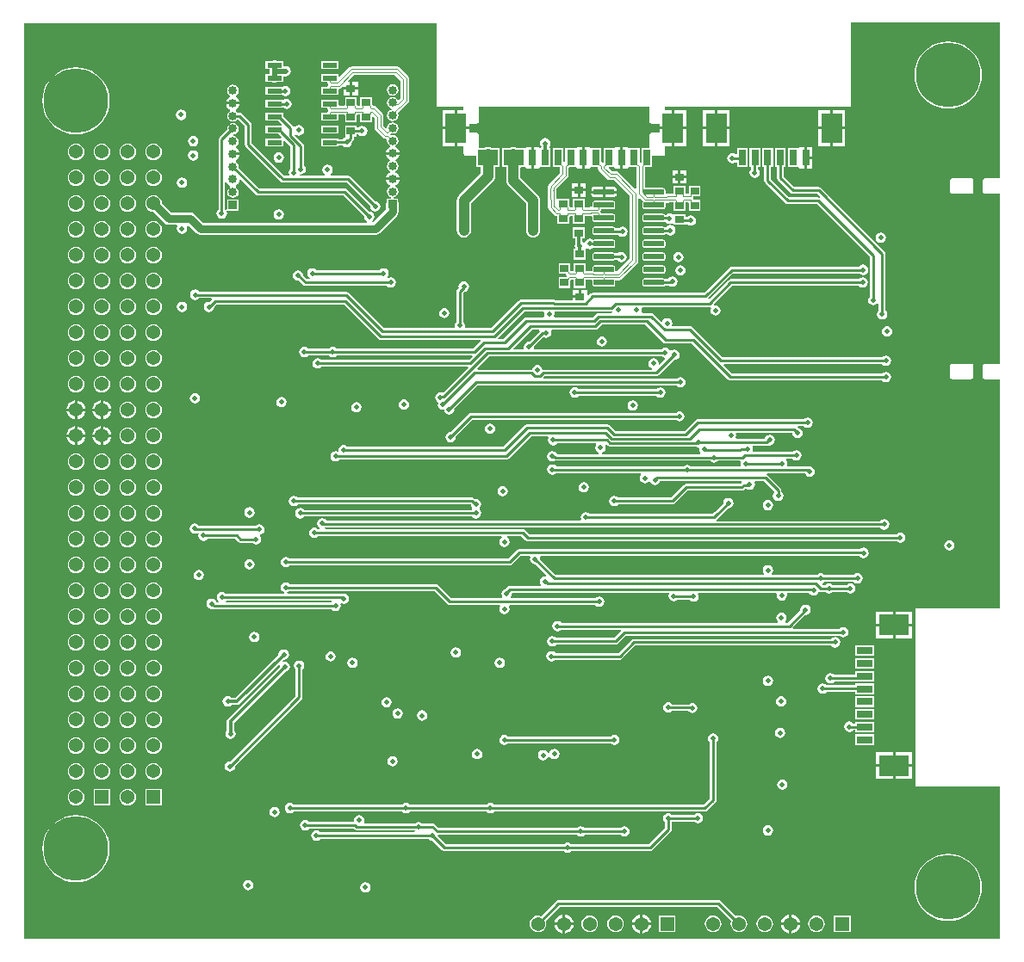
<source format=gbr>
%TF.GenerationSoftware,Altium Limited,Altium Designer,21.8.1 (53)*%
G04 Layer_Physical_Order=4*
G04 Layer_Color=16711680*
%FSLAX45Y45*%
%MOMM*%
%TF.SameCoordinates,1CF0B822-2DD9-431B-A6BE-AAED35006C4B*%
%TF.FilePolarity,Positive*%
%TF.FileFunction,Copper,L4,Bot,Signal*%
%TF.Part,Single*%
G01*
G75*
%TA.AperFunction,SMDPad,CuDef*%
%ADD12R,0.90000X0.80000*%
%TA.AperFunction,Conductor*%
%ADD30C,0.25400*%
%ADD31C,1.00000*%
%ADD32C,0.30000*%
%ADD35C,0.50000*%
%TA.AperFunction,ComponentPad*%
%ADD36C,0.85000*%
%ADD37R,0.85000X0.85000*%
%ADD38C,1.37000*%
%ADD39R,1.37000X1.37000*%
%ADD40R,1.37000X1.37000*%
%ADD41C,6.35000*%
%TA.AperFunction,ViaPad*%
%ADD42C,0.50000*%
%TA.AperFunction,Conductor*%
%ADD51C,0.12192*%
%TA.AperFunction,SMDPad,CuDef*%
%ADD52R,1.46050X0.53340*%
G04:AMPARAMS|DCode=53|XSize=1.98mm|YSize=0.53mm|CornerRadius=0.06625mm|HoleSize=0mm|Usage=FLASHONLY|Rotation=0.000|XOffset=0mm|YOffset=0mm|HoleType=Round|Shape=RoundedRectangle|*
%AMROUNDEDRECTD53*
21,1,1.98000,0.39750,0,0,0.0*
21,1,1.84750,0.53000,0,0,0.0*
1,1,0.13250,0.92375,-0.19875*
1,1,0.13250,-0.92375,-0.19875*
1,1,0.13250,-0.92375,0.19875*
1,1,0.13250,0.92375,0.19875*
%
%ADD53ROUNDEDRECTD53*%
%ADD54R,1.60000X0.80000*%
%ADD55R,3.00000X2.10000*%
%ADD56R,2.10000X3.00000*%
%ADD57R,0.80000X1.60000*%
%TA.AperFunction,Conductor*%
%ADD58C,0.80000*%
G36*
X9590000Y7487297D02*
X9445000D01*
X9435090Y7485326D01*
X9426688Y7479712D01*
X9421074Y7471310D01*
X9419103Y7461400D01*
Y7361400D01*
X9421074Y7351489D01*
X9426688Y7343087D01*
X9435090Y7337474D01*
X9445000Y7335502D01*
X9590000D01*
X9590000Y5662298D01*
X9445000D01*
X9435090Y5660326D01*
X9426688Y5654712D01*
X9421074Y5646311D01*
X9419103Y5636400D01*
Y5536400D01*
X9421074Y5526489D01*
X9426688Y5518088D01*
X9435090Y5512474D01*
X9445000Y5510502D01*
X9590000D01*
Y3254277D01*
X8761553D01*
Y1500000D01*
X9590000D01*
Y0D01*
X0D01*
Y9010000D01*
X4050000D01*
Y8187500D01*
X4319102D01*
Y8155400D01*
X4252699D01*
Y7992700D01*
X4370400D01*
Y8024103D01*
X4445000D01*
X4454911Y8026074D01*
X4463312Y8031688D01*
X4468926Y8040090D01*
X4470898Y8050000D01*
Y8187500D01*
X6144102D01*
Y8050000D01*
X6146074Y8040090D01*
X6151687Y8031688D01*
X6160089Y8026074D01*
X6170000Y8024103D01*
X6244600D01*
Y7992700D01*
X6362299D01*
Y8155400D01*
X6295897D01*
Y8187500D01*
X8125000D01*
Y9017000D01*
X9590000Y9017000D01*
Y7487297D01*
D02*
G37*
%LPC*%
G36*
X3088140Y8640370D02*
X2916690D01*
Y8561630D01*
X3088140D01*
Y8640370D01*
D02*
G37*
G36*
X2457585Y8646882D02*
X2440027Y8643389D01*
X2435509Y8640370D01*
X2371860D01*
Y8561630D01*
X2411704D01*
Y8513370D01*
X2371860D01*
Y8434630D01*
X2435509D01*
X2440027Y8431611D01*
X2457585Y8428119D01*
X2475143Y8431611D01*
X2479662Y8434630D01*
X2543310D01*
Y8489685D01*
X2556010Y8491396D01*
X2570000Y8488613D01*
X2589665Y8492524D01*
X2606336Y8503664D01*
X2617476Y8520335D01*
X2621387Y8540000D01*
X2617476Y8559665D01*
X2606336Y8576336D01*
X2589665Y8587476D01*
X2570000Y8591387D01*
X2556010Y8588604D01*
X2544659Y8596013D01*
X2543310Y8598041D01*
Y8640370D01*
X2479662D01*
X2475143Y8643389D01*
X2457585Y8646882D01*
D02*
G37*
G36*
X3666271Y8585616D02*
X3666270Y8585615D01*
X3212981D01*
X3202799Y8583590D01*
X3194167Y8577822D01*
X3194166Y8577822D01*
X3099873Y8483529D01*
X3088140Y8488389D01*
Y8513370D01*
X2916690D01*
Y8434630D01*
X2963699D01*
X2975808Y8433898D01*
X2977833Y8423716D01*
X2983601Y8415084D01*
Y8405916D01*
X2977833Y8397284D01*
X2975808Y8387102D01*
X2963699Y8386370D01*
X2916690D01*
Y8307630D01*
X3088140D01*
Y8357571D01*
X3094196Y8367637D01*
X3104378Y8369662D01*
X3113010Y8375430D01*
X3127867Y8390286D01*
X3139600Y8385426D01*
Y8382700D01*
X3197300D01*
Y8435400D01*
X3189574D01*
X3184714Y8447133D01*
X3237469Y8499889D01*
X3641783D01*
X3694493Y8447179D01*
Y8274115D01*
X3679043Y8258665D01*
X3666404Y8259910D01*
X3659797Y8269797D01*
X3641538Y8281997D01*
X3620000Y8286282D01*
X3598462Y8281997D01*
X3580203Y8269797D01*
X3568003Y8251538D01*
X3563719Y8230000D01*
X3568003Y8208462D01*
X3580203Y8190203D01*
X3598462Y8178003D01*
X3604743Y8176754D01*
X3611877Y8162386D01*
X3610412Y8159374D01*
X3598462Y8156997D01*
X3580203Y8144797D01*
X3568003Y8126538D01*
X3563719Y8105000D01*
X3568003Y8083462D01*
X3580203Y8065203D01*
X3598462Y8053003D01*
X3620000Y8048718D01*
X3641538Y8053003D01*
X3659797Y8065203D01*
X3671997Y8083462D01*
X3676282Y8105000D01*
X3671997Y8126538D01*
X3668212Y8132204D01*
X3693872Y8157865D01*
X3697295Y8158546D01*
X3705927Y8164313D01*
X3772426Y8230812D01*
X3778194Y8239445D01*
X3780220Y8249627D01*
X3780219Y8249628D01*
Y8471666D01*
X3780220Y8471667D01*
X3778194Y8481849D01*
X3772426Y8490481D01*
X3772426Y8490482D01*
X3685085Y8577822D01*
X3676453Y8583590D01*
X3666271Y8585616D01*
D02*
G37*
G36*
X3280400Y8435400D02*
X3222700D01*
Y8382700D01*
X3280400D01*
Y8435400D01*
D02*
G37*
G36*
Y8357300D02*
X3222700D01*
Y8304600D01*
X3280400D01*
Y8357300D01*
D02*
G37*
G36*
X3197300D02*
X3139600D01*
Y8304600D01*
X3197300D01*
Y8357300D01*
D02*
G37*
G36*
X3620000Y8411282D02*
X3598462Y8406997D01*
X3580203Y8394797D01*
X3568003Y8376538D01*
X3563719Y8355000D01*
X3568003Y8333462D01*
X3580203Y8315203D01*
X3598462Y8303003D01*
X3620000Y8298718D01*
X3641538Y8303003D01*
X3659797Y8315203D01*
X3671997Y8333462D01*
X3676282Y8355000D01*
X3671997Y8376538D01*
X3659797Y8394797D01*
X3641538Y8406997D01*
X3620000Y8411282D01*
D02*
G37*
G36*
X2565400Y8395287D02*
X2545735Y8391376D01*
X2538244Y8386370D01*
X2371860D01*
Y8307630D01*
X2529020D01*
X2529064Y8307564D01*
X2545735Y8296424D01*
X2565400Y8292513D01*
X2585065Y8296424D01*
X2601736Y8307564D01*
X2612876Y8324235D01*
X2616787Y8343900D01*
X2612876Y8363565D01*
X2601736Y8380236D01*
X2585065Y8391376D01*
X2565400Y8395287D01*
D02*
G37*
G36*
X2578100Y8268287D02*
X2558435Y8264376D01*
X2547551Y8257103D01*
X2543310Y8259370D01*
Y8259370D01*
X2371860D01*
Y8180630D01*
X2541720D01*
X2541764Y8180564D01*
X2558435Y8169424D01*
X2578100Y8165513D01*
X2597765Y8169424D01*
X2614436Y8180564D01*
X2625576Y8197235D01*
X2629487Y8216900D01*
X2625576Y8236565D01*
X2614436Y8253236D01*
X2597765Y8264376D01*
X2578100Y8268287D01*
D02*
G37*
G36*
X2050000Y8406282D02*
X2028462Y8401997D01*
X2010203Y8389797D01*
X1998003Y8371538D01*
X1993718Y8350000D01*
X1998003Y8328462D01*
X2010203Y8310203D01*
X2023550Y8301285D01*
X2022699Y8287186D01*
X2015757Y8284311D01*
X2001573Y8273427D01*
X1990689Y8259243D01*
X1983847Y8242725D01*
X1983186Y8237700D01*
X2050000D01*
X2116814D01*
X2116152Y8242725D01*
X2109310Y8259243D01*
X2098427Y8273427D01*
X2084243Y8284311D01*
X2077301Y8287186D01*
X2076450Y8301285D01*
X2089797Y8310203D01*
X2101997Y8328462D01*
X2106282Y8350000D01*
X2101997Y8371538D01*
X2089797Y8389797D01*
X2071538Y8401997D01*
X2050000Y8406282D01*
D02*
G37*
G36*
X3417700Y8282700D02*
X3302300D01*
Y8211050D01*
X3299112Y8206278D01*
X3298432Y8202863D01*
X3271567D01*
X3270888Y8206278D01*
X3267700Y8211050D01*
Y8282700D01*
X3152300D01*
Y8211050D01*
X3149112Y8206278D01*
X3148432Y8202863D01*
X3110748D01*
X3110747Y8202864D01*
X3100565Y8200838D01*
X3088140Y8205192D01*
Y8259370D01*
X2916690D01*
Y8180630D01*
X2963699D01*
X2975808Y8179898D01*
X2977833Y8169716D01*
X2983601Y8161084D01*
Y8151916D01*
X2977833Y8143284D01*
X2975808Y8133102D01*
X2963699Y8132370D01*
X2916690D01*
Y8053630D01*
X3088140D01*
Y8113637D01*
X3120712D01*
X3120713Y8113637D01*
X3130895Y8115662D01*
X3133103Y8117137D01*
X3148432D01*
X3149112Y8113722D01*
X3152300Y8108951D01*
Y8037300D01*
X3267700D01*
Y8108951D01*
X3270888Y8113722D01*
X3271567Y8117137D01*
X3298432D01*
X3299112Y8113722D01*
X3302300Y8108951D01*
Y8037300D01*
X3417700D01*
Y8087574D01*
X3430400Y8092835D01*
X3444523Y8078712D01*
Y7978246D01*
X3444523Y7978245D01*
X3446548Y7968063D01*
X3452316Y7959430D01*
X3529316Y7882431D01*
X3529317Y7882430D01*
X3537949Y7876662D01*
X3548131Y7874637D01*
X3548132Y7874637D01*
X3555427D01*
X3565311Y7863004D01*
X3563719Y7855000D01*
X3568003Y7833462D01*
X3580203Y7815203D01*
X3593550Y7806285D01*
X3592699Y7792186D01*
X3585757Y7789311D01*
X3571573Y7778427D01*
X3560690Y7764243D01*
X3553848Y7747725D01*
X3553186Y7742700D01*
X3620000D01*
X3686814D01*
X3686153Y7747725D01*
X3679311Y7764243D01*
X3668427Y7778427D01*
X3654243Y7789311D01*
X3647302Y7792186D01*
X3646450Y7806285D01*
X3659797Y7815203D01*
X3671997Y7833462D01*
X3676282Y7855000D01*
X3671997Y7876538D01*
X3659797Y7894797D01*
X3641538Y7906997D01*
X3620000Y7911282D01*
X3604442Y7908187D01*
X3595129Y7917500D01*
X3604442Y7926813D01*
X3620000Y7923718D01*
X3641538Y7928003D01*
X3659797Y7940203D01*
X3671997Y7958462D01*
X3676282Y7980000D01*
X3671997Y8001538D01*
X3659797Y8019797D01*
X3641538Y8031997D01*
X3620000Y8036282D01*
X3598462Y8031997D01*
X3580203Y8019797D01*
X3568003Y8001538D01*
X3564917Y7986026D01*
X3551451Y7981531D01*
X3530249Y8002733D01*
Y8103200D01*
X3528224Y8113382D01*
X3522457Y8122014D01*
X3522456Y8122015D01*
X3449400Y8195070D01*
X3440768Y8200838D01*
X3430586Y8202864D01*
X3423486Y8206278D01*
X3417718Y8214910D01*
X3417718Y8214911D01*
X3417700Y8214928D01*
Y8282700D01*
D02*
G37*
G36*
X9082000Y8833221D02*
X9030186Y8829143D01*
X8979647Y8817010D01*
X8931629Y8797120D01*
X8887313Y8769963D01*
X8847792Y8736209D01*
X8814037Y8696687D01*
X8786880Y8652371D01*
X8766990Y8604353D01*
X8754857Y8553814D01*
X8750779Y8502000D01*
X8754857Y8450186D01*
X8766990Y8399647D01*
X8786880Y8351629D01*
X8814037Y8307313D01*
X8847792Y8267791D01*
X8887313Y8234037D01*
X8931629Y8206880D01*
X8979647Y8186990D01*
X9030186Y8174857D01*
X9082000Y8170779D01*
X9133815Y8174857D01*
X9184353Y8186990D01*
X9232371Y8206880D01*
X9276687Y8234037D01*
X9316209Y8267791D01*
X9349964Y8307313D01*
X9377120Y8351629D01*
X9397010Y8399647D01*
X9409143Y8450186D01*
X9413221Y8502000D01*
X9409143Y8553814D01*
X9397010Y8604353D01*
X9377120Y8652371D01*
X9349964Y8696687D01*
X9316209Y8736209D01*
X9276687Y8769963D01*
X9232371Y8797120D01*
X9184353Y8817010D01*
X9133815Y8829143D01*
X9082000Y8833221D01*
D02*
G37*
G36*
X1540000Y8161387D02*
X1520335Y8157476D01*
X1503664Y8146336D01*
X1492524Y8129665D01*
X1488613Y8110000D01*
X1492524Y8090335D01*
X1503664Y8073664D01*
X1520335Y8062524D01*
X1540000Y8058613D01*
X1559665Y8062524D01*
X1576336Y8073664D01*
X1587476Y8090335D01*
X1591387Y8110000D01*
X1587476Y8129665D01*
X1576336Y8146336D01*
X1559665Y8157476D01*
X1540000Y8161387D01*
D02*
G37*
G36*
X6505400Y8155400D02*
X6387699D01*
Y7992700D01*
X6505400D01*
Y8155400D01*
D02*
G37*
G36*
X4227299D02*
X4109600D01*
Y7992700D01*
X4227299D01*
Y8155400D01*
D02*
G37*
G36*
X8067900Y8155400D02*
X7950200D01*
Y7992700D01*
X8067900D01*
Y8155400D01*
D02*
G37*
G36*
X7924800D02*
X7807100D01*
Y7992700D01*
X7924800D01*
Y8155400D01*
D02*
G37*
G36*
X6932900D02*
X6815200D01*
Y7992700D01*
X6932900D01*
Y8155400D01*
D02*
G37*
G36*
X6789800D02*
X6672100D01*
Y7992700D01*
X6789800D01*
Y8155400D01*
D02*
G37*
G36*
X3088140Y8005370D02*
X2916690D01*
Y7926630D01*
X3088140D01*
Y8005370D01*
D02*
G37*
G36*
X508000Y8579221D02*
X456186Y8575143D01*
X405647Y8563010D01*
X357629Y8543120D01*
X313313Y8515963D01*
X273791Y8482209D01*
X240037Y8442687D01*
X212880Y8398371D01*
X192990Y8350353D01*
X180857Y8299814D01*
X176779Y8248000D01*
X180857Y8196186D01*
X192990Y8145647D01*
X212880Y8097629D01*
X240037Y8053313D01*
X273791Y8013791D01*
X313313Y7980037D01*
X357629Y7952880D01*
X405647Y7932990D01*
X456186Y7920857D01*
X508000Y7916779D01*
X559814Y7920857D01*
X610353Y7932990D01*
X658371Y7952880D01*
X702687Y7980037D01*
X742209Y8013791D01*
X775963Y8053313D01*
X803120Y8097629D01*
X823010Y8145647D01*
X835143Y8196186D01*
X839221Y8248000D01*
X835143Y8299814D01*
X823010Y8350353D01*
X803120Y8398371D01*
X775963Y8442687D01*
X742209Y8482209D01*
X702687Y8515963D01*
X658371Y8543120D01*
X610353Y8563010D01*
X559814Y8575143D01*
X508000Y8579221D01*
D02*
G37*
G36*
X2116814Y8212300D02*
X2050000D01*
X1983186D01*
X1983847Y8207275D01*
X1990689Y8190757D01*
X2001573Y8176573D01*
X2015757Y8165690D01*
X2022699Y8162814D01*
X2023550Y8148715D01*
X2010203Y8139797D01*
X1998003Y8121538D01*
X1993718Y8100000D01*
X1998003Y8078462D01*
X2010203Y8060203D01*
X2028462Y8048003D01*
X2050000Y8043718D01*
X2071538Y8048003D01*
X2089797Y8060203D01*
X2090715Y8061578D01*
X2105284Y8062686D01*
X2166659Y8001311D01*
Y7820300D01*
X2169197Y7807541D01*
X2176425Y7796725D01*
X2489825Y7483325D01*
X2489826Y7483324D01*
X2519234Y7453916D01*
X2530050Y7446689D01*
X2542809Y7444151D01*
X3168699D01*
X3399316Y7213534D01*
X3398613Y7210000D01*
X3402524Y7190335D01*
X3413664Y7173664D01*
X3430335Y7162524D01*
X3450000Y7158613D01*
X3469665Y7162524D01*
X3486336Y7173664D01*
X3497476Y7190335D01*
X3501387Y7210000D01*
X3497476Y7229665D01*
X3486336Y7246336D01*
X3469665Y7257476D01*
X3450000Y7261387D01*
X3446466Y7260684D01*
X3206084Y7501067D01*
X3195268Y7508294D01*
X3182509Y7510832D01*
X3010859D01*
X3008793Y7513349D01*
X3011311Y7530306D01*
X3016336Y7533664D01*
X3027476Y7550335D01*
X3031387Y7570000D01*
X3027476Y7589665D01*
X3016336Y7606336D01*
X2999665Y7617476D01*
X2980000Y7621387D01*
X2960335Y7617476D01*
X2943664Y7606336D01*
X2932524Y7589665D01*
X2928613Y7570000D01*
X2932524Y7550335D01*
X2943664Y7533664D01*
X2948689Y7530306D01*
X2951206Y7513349D01*
X2949141Y7510832D01*
X2716684D01*
X2710277Y7523532D01*
X2711093Y7524637D01*
X2716370Y7523587D01*
X2736035Y7527499D01*
X2752706Y7538638D01*
X2763846Y7555310D01*
X2767757Y7574974D01*
X2763846Y7594639D01*
X2752706Y7611311D01*
X2749711Y7613312D01*
Y7802823D01*
X2747173Y7815582D01*
X2739945Y7826398D01*
X2657423Y7908920D01*
X2665519Y7918785D01*
X2678153Y7910343D01*
X2697818Y7906431D01*
X2717483Y7910343D01*
X2734155Y7921482D01*
X2745294Y7938154D01*
X2749206Y7957818D01*
X2745294Y7977483D01*
X2734155Y7994155D01*
X2717483Y8005294D01*
X2697818Y8009206D01*
X2678153Y8005294D01*
X2661482Y7994155D01*
X2660634Y7992886D01*
X2654720Y7992846D01*
X2646502Y7994595D01*
X2640475Y8003615D01*
X2543310Y8100781D01*
Y8132370D01*
X2371860D01*
Y8053630D01*
X2496160D01*
X2531720Y8018070D01*
X2526459Y8005370D01*
X2371860D01*
Y7926630D01*
X2492461D01*
X2494335Y7923826D01*
X2528057Y7890103D01*
X2523197Y7878370D01*
X2371860D01*
Y7799630D01*
X2543310D01*
Y7858257D01*
X2555043Y7863117D01*
X2615926Y7802235D01*
Y7578929D01*
X2612930Y7576927D01*
X2601791Y7560256D01*
X2597879Y7540591D01*
X2601272Y7523532D01*
X2594424Y7510832D01*
X2556619D01*
X2536976Y7530475D01*
X2536975Y7530476D01*
X2233340Y7834110D01*
Y8015121D01*
X2230802Y8027880D01*
X2223575Y8038696D01*
X2138696Y8123575D01*
X2127880Y8130803D01*
X2115121Y8133341D01*
X2094111D01*
X2089797Y8139797D01*
X2076450Y8148715D01*
X2077301Y8162814D01*
X2084243Y8165690D01*
X2098427Y8176573D01*
X2109310Y8190757D01*
X2116152Y8207275D01*
X2116814Y8212300D01*
D02*
G37*
G36*
X3267700Y8002700D02*
X3152300D01*
Y7897300D01*
X3152300D01*
X3148430Y7886203D01*
X3133664Y7876336D01*
X3131328Y7872840D01*
X3088140D01*
Y7878370D01*
X2916690D01*
Y7799630D01*
X3088140D01*
Y7806159D01*
X3131996D01*
X3133664Y7803664D01*
X3150335Y7792524D01*
X3170000Y7788613D01*
X3189665Y7792524D01*
X3206336Y7803664D01*
X3217476Y7820335D01*
X3221387Y7840000D01*
X3220684Y7843534D01*
X3233575Y7856425D01*
X3240803Y7867241D01*
X3243340Y7880000D01*
Y7897300D01*
X3267700D01*
Y7916660D01*
X3281662D01*
X3283664Y7913664D01*
X3300335Y7902524D01*
X3320000Y7898613D01*
X3339665Y7902524D01*
X3356336Y7913664D01*
X3367476Y7930335D01*
X3371387Y7950000D01*
X3367476Y7969665D01*
X3356336Y7986336D01*
X3339665Y7997476D01*
X3320000Y8001387D01*
X3300335Y7997476D01*
X3283664Y7986336D01*
X3281662Y7983341D01*
X3267700D01*
Y8002700D01*
D02*
G37*
G36*
X6505400Y7967300D02*
X6387699D01*
Y7804600D01*
X6505400D01*
Y7967300D01*
D02*
G37*
G36*
X4227299D02*
X4109600D01*
Y7804600D01*
X4227299D01*
Y7967300D01*
D02*
G37*
G36*
X8067900Y7967300D02*
X7950200D01*
Y7804600D01*
X8067900D01*
Y7967300D01*
D02*
G37*
G36*
X7924800D02*
X7807100D01*
Y7804600D01*
X7924800D01*
Y7967300D01*
D02*
G37*
G36*
X6932900D02*
X6815200D01*
Y7804600D01*
X6932900D01*
Y7967300D01*
D02*
G37*
G36*
X6789800D02*
X6672100D01*
Y7804600D01*
X6789800D01*
Y7967300D01*
D02*
G37*
G36*
X1658595Y7902547D02*
X1638930Y7898636D01*
X1622259Y7887496D01*
X1611120Y7870825D01*
X1607208Y7851160D01*
X1611120Y7831495D01*
X1622259Y7814824D01*
X1638930Y7803684D01*
X1658595Y7799773D01*
X1678260Y7803684D01*
X1694932Y7814824D01*
X1706071Y7831495D01*
X1709983Y7851160D01*
X1706071Y7870825D01*
X1694932Y7887496D01*
X1678260Y7898636D01*
X1658595Y7902547D01*
D02*
G37*
G36*
X5120000Y7881387D02*
X5100335Y7877476D01*
X5083664Y7866336D01*
X5072524Y7849665D01*
X5068613Y7830000D01*
X5072524Y7810335D01*
X5081579Y7796784D01*
X5076575Y7785250D01*
X5070017Y7785100D01*
X5060400Y7795400D01*
Y7795400D01*
X5007700D01*
Y7690000D01*
Y7584600D01*
X5060400D01*
Y7587458D01*
X5067300Y7597300D01*
X5073100Y7597300D01*
X5172700D01*
Y7782700D01*
X5162787D01*
X5159472Y7788335D01*
X5157496Y7795400D01*
X5167476Y7810335D01*
X5171387Y7830000D01*
X5167476Y7849665D01*
X5156336Y7866336D01*
X5139665Y7877476D01*
X5120000Y7881387D01*
D02*
G37*
G36*
X7110200Y7782700D02*
X7004800D01*
Y7728025D01*
X7004139Y7727415D01*
X6992100Y7722400D01*
X6979265Y7730976D01*
X6959600Y7734887D01*
X6939935Y7730976D01*
X6923264Y7719836D01*
X6912124Y7703165D01*
X6908213Y7683500D01*
X6912124Y7663835D01*
X6923264Y7647164D01*
X6939935Y7636024D01*
X6959600Y7632113D01*
X6979265Y7636024D01*
X6992100Y7644600D01*
X7004139Y7639585D01*
X7004800Y7638975D01*
Y7597300D01*
X7110200D01*
Y7782700D01*
D02*
G37*
G36*
X7747900Y7795400D02*
X7695200D01*
Y7702700D01*
X7747900D01*
Y7795400D01*
D02*
G37*
G36*
X1270000Y7828901D02*
X1248803Y7826110D01*
X1229050Y7817928D01*
X1212088Y7804913D01*
X1199072Y7787950D01*
X1190890Y7768198D01*
X1188099Y7747000D01*
X1190890Y7725802D01*
X1199072Y7706050D01*
X1212088Y7689087D01*
X1229050Y7676072D01*
X1248803Y7667890D01*
X1270000Y7665099D01*
X1291198Y7667890D01*
X1310951Y7676072D01*
X1327913Y7689087D01*
X1340928Y7706050D01*
X1349110Y7725802D01*
X1351901Y7747000D01*
X1349110Y7768198D01*
X1340928Y7787950D01*
X1327913Y7804913D01*
X1310951Y7817928D01*
X1291198Y7826110D01*
X1270000Y7828901D01*
D02*
G37*
G36*
X1016000D02*
X994803Y7826110D01*
X975050Y7817928D01*
X958088Y7804913D01*
X945072Y7787950D01*
X936890Y7768198D01*
X934099Y7747000D01*
X936890Y7725802D01*
X945072Y7706050D01*
X958088Y7689087D01*
X975050Y7676072D01*
X994803Y7667890D01*
X1016000Y7665099D01*
X1037198Y7667890D01*
X1056951Y7676072D01*
X1073913Y7689087D01*
X1086928Y7706050D01*
X1095110Y7725802D01*
X1097901Y7747000D01*
X1095110Y7768198D01*
X1086928Y7787950D01*
X1073913Y7804913D01*
X1056951Y7817928D01*
X1037198Y7826110D01*
X1016000Y7828901D01*
D02*
G37*
G36*
X762000D02*
X740803Y7826110D01*
X721050Y7817928D01*
X704088Y7804913D01*
X691072Y7787950D01*
X682890Y7768198D01*
X680099Y7747000D01*
X682890Y7725802D01*
X691072Y7706050D01*
X704088Y7689087D01*
X721050Y7676072D01*
X740803Y7667890D01*
X762000Y7665099D01*
X783198Y7667890D01*
X802951Y7676072D01*
X819913Y7689087D01*
X832928Y7706050D01*
X841110Y7725802D01*
X843901Y7747000D01*
X841110Y7768198D01*
X832928Y7787950D01*
X819913Y7804913D01*
X802951Y7817928D01*
X783198Y7826110D01*
X762000Y7828901D01*
D02*
G37*
G36*
X508000D02*
X486803Y7826110D01*
X467050Y7817928D01*
X450088Y7804913D01*
X437072Y7787950D01*
X428890Y7768198D01*
X426099Y7747000D01*
X428890Y7725802D01*
X437072Y7706050D01*
X450088Y7689087D01*
X467050Y7676072D01*
X486803Y7667890D01*
X508000Y7665099D01*
X529198Y7667890D01*
X548951Y7676072D01*
X565913Y7689087D01*
X578928Y7706050D01*
X587110Y7725802D01*
X589901Y7747000D01*
X587110Y7768198D01*
X578928Y7787950D01*
X565913Y7804913D01*
X548951Y7817928D01*
X529198Y7826110D01*
X508000Y7828901D01*
D02*
G37*
G36*
X1660000Y7761387D02*
X1640335Y7757476D01*
X1623664Y7746336D01*
X1612524Y7729665D01*
X1608613Y7710000D01*
X1612524Y7690335D01*
X1623664Y7673664D01*
X1640335Y7662524D01*
X1660000Y7658613D01*
X1679665Y7662524D01*
X1696336Y7673664D01*
X1707476Y7690335D01*
X1711387Y7710000D01*
X1707476Y7729665D01*
X1696336Y7746336D01*
X1679665Y7757476D01*
X1660000Y7761387D01*
D02*
G37*
G36*
X6362299Y7967300D02*
X6244600D01*
Y7935898D01*
X6170000D01*
X6160089Y7933926D01*
X6151687Y7928313D01*
X6146074Y7919911D01*
X6144102Y7910000D01*
Y7782700D01*
X6067300D01*
Y7645457D01*
X6060400Y7639741D01*
X6047700Y7645712D01*
Y7782700D01*
X5948100D01*
X5942300Y7782700D01*
X5935400Y7792542D01*
Y7795400D01*
X5882700D01*
Y7690000D01*
Y7584600D01*
X5935400D01*
Y7587458D01*
X5942300Y7597300D01*
X5948100Y7597300D01*
X6010072D01*
X6010089Y7597282D01*
X6010090Y7597282D01*
X6014637Y7594244D01*
Y7385564D01*
X6002903Y7380704D01*
X5838209Y7545398D01*
X5829577Y7551166D01*
X5819395Y7553192D01*
X5819393Y7553191D01*
X5774905D01*
X5742530Y7585567D01*
X5747390Y7597300D01*
X5797700Y7597300D01*
X5804600Y7587458D01*
Y7584600D01*
X5857300D01*
Y7690000D01*
Y7795400D01*
X5804600D01*
Y7792542D01*
X5797700Y7782700D01*
X5791900Y7782700D01*
X5692300D01*
Y7645457D01*
X5685400Y7639741D01*
X5672700Y7645712D01*
Y7782700D01*
X5573100D01*
X5567300Y7782700D01*
X5560400Y7792542D01*
Y7795400D01*
X5507700D01*
Y7690000D01*
Y7584600D01*
X5560400D01*
Y7587458D01*
X5567300Y7597300D01*
X5573100Y7597300D01*
X5635072D01*
X5635089Y7597282D01*
X5635090Y7597282D01*
X5639637Y7594244D01*
Y7578246D01*
X5639636Y7578245D01*
X5641662Y7568063D01*
X5647430Y7559431D01*
X5731602Y7475259D01*
X5731603Y7475258D01*
X5740235Y7469490D01*
X5750417Y7467465D01*
X5794907D01*
X5949613Y7312759D01*
Y6693220D01*
X5825756Y6569363D01*
X5808704D01*
X5808079Y6570125D01*
Y6609875D01*
X5806579Y6617415D01*
X5802308Y6623807D01*
X5795916Y6628079D01*
X5788375Y6629579D01*
X5603625D01*
X5596085Y6628079D01*
X5589692Y6623807D01*
X5585421Y6617415D01*
X5583921Y6609875D01*
Y6572863D01*
X5521568D01*
X5520888Y6576278D01*
X5517700Y6581050D01*
Y6652700D01*
X5402300D01*
Y6581050D01*
X5399112Y6576278D01*
X5398432Y6572863D01*
X5387790D01*
X5387788Y6572863D01*
X5371568D01*
X5370888Y6576278D01*
X5367700Y6581049D01*
Y6652700D01*
X5252300D01*
Y6547300D01*
X5320912D01*
X5321724Y6543216D01*
X5327492Y6534583D01*
Y6525416D01*
X5321725Y6516784D01*
X5320912Y6512700D01*
X5252300D01*
Y6407300D01*
X5367700D01*
Y6478950D01*
X5370888Y6483722D01*
X5371568Y6487136D01*
X5398433D01*
X5399112Y6483722D01*
X5402300Y6478950D01*
Y6407300D01*
X5517700D01*
Y6478950D01*
X5520888Y6483722D01*
X5521568Y6487137D01*
X5569906D01*
X5572113Y6485662D01*
X5583921Y6482875D01*
Y6443125D01*
X5585421Y6435585D01*
X5589692Y6429193D01*
X5596085Y6424921D01*
X5603625Y6423421D01*
X5788375D01*
X5795916Y6424921D01*
X5802308Y6429193D01*
X5806579Y6435585D01*
X5808079Y6443125D01*
Y6482875D01*
X5808704Y6483637D01*
X5850243D01*
X5850244Y6483637D01*
X5860426Y6485662D01*
X5869058Y6491430D01*
X6027546Y6649918D01*
X6033314Y6658550D01*
X6035339Y6668732D01*
X6035339Y6668733D01*
Y7288327D01*
X6047072Y7293187D01*
X6082195Y7258064D01*
X6078421Y7252415D01*
X6076921Y7244875D01*
Y7205125D01*
X6078421Y7197585D01*
X6082692Y7191193D01*
X6089084Y7186921D01*
X6096625Y7185421D01*
X6281375D01*
X6288915Y7186921D01*
X6295307Y7191193D01*
X6299579Y7197585D01*
X6301079Y7205125D01*
Y7244875D01*
X6301704Y7245637D01*
X6330005D01*
X6330006Y7245637D01*
X6337548Y7247137D01*
X6378433D01*
X6379112Y7243722D01*
X6382300Y7238950D01*
Y7167300D01*
X6497700D01*
Y7238950D01*
X6500888Y7243722D01*
X6501568Y7247137D01*
X6528432D01*
X6529112Y7243722D01*
X6532300Y7238950D01*
Y7167300D01*
X6647700D01*
Y7272700D01*
X6579088D01*
X6578276Y7276784D01*
X6574157Y7282948D01*
X6573158Y7290000D01*
X6574157Y7297052D01*
X6578275Y7303216D01*
X6579088Y7307300D01*
X6647700D01*
Y7412700D01*
X6532300D01*
Y7341050D01*
X6529112Y7336278D01*
X6528432Y7332863D01*
X6501568D01*
X6500888Y7336278D01*
X6497700Y7341050D01*
Y7412700D01*
X6382300D01*
Y7341050D01*
X6379112Y7336278D01*
X6378433Y7332863D01*
X6318039D01*
X6313730Y7332006D01*
X6301079Y7339181D01*
Y7371875D01*
X6299579Y7379415D01*
X6295307Y7385807D01*
X6288915Y7390079D01*
X6281375Y7391579D01*
X6100363D01*
Y7594244D01*
X6104910Y7597282D01*
X6104929Y7597300D01*
X6172700D01*
Y7704102D01*
X6270000D01*
X6279910Y7706074D01*
X6288312Y7711688D01*
X6293926Y7720089D01*
X6295897Y7730000D01*
Y7804600D01*
X6362299D01*
Y7967300D01*
D02*
G37*
G36*
X5482300Y7795400D02*
X5429600D01*
Y7792542D01*
X5422700Y7782700D01*
X5416900Y7782700D01*
X5317300D01*
Y7645457D01*
X5310400Y7639741D01*
X5297700Y7645712D01*
Y7782700D01*
X5192300D01*
Y7597300D01*
X5260072D01*
X5260089Y7597282D01*
X5260090Y7597282D01*
X5264637Y7594244D01*
Y7537093D01*
X5156186Y7428643D01*
X5153933Y7425271D01*
X5151396Y7422109D01*
X5151069Y7420984D01*
X5150418Y7420011D01*
X5149627Y7416034D01*
X5148494Y7412141D01*
X5144820Y7370027D01*
X5145003Y7368359D01*
X5143902Y7360000D01*
X5144300Y7356977D01*
X5144740Y7344334D01*
X5148401Y7197494D01*
X5149468Y7192753D01*
X5150418Y7187975D01*
X5150606Y7187695D01*
X5150680Y7187366D01*
X5153482Y7183391D01*
X5156186Y7179343D01*
X5210599Y7124931D01*
X5210599Y7124930D01*
X5219231Y7119162D01*
X5229414Y7117137D01*
X5238432D01*
X5239112Y7113722D01*
X5242300Y7108950D01*
Y7037300D01*
X5357700D01*
Y7108950D01*
X5360888Y7113722D01*
X5361568Y7117137D01*
X5388432D01*
X5389112Y7113722D01*
X5392300Y7108950D01*
Y7037300D01*
X5507700D01*
Y7108950D01*
X5510888Y7113722D01*
X5511568Y7117137D01*
X5569460D01*
X5569461Y7117137D01*
X5571221Y7117487D01*
X5583921Y7109149D01*
Y7078125D01*
X5585421Y7070585D01*
X5589692Y7064193D01*
X5596085Y7059921D01*
X5603625Y7058421D01*
X5788375D01*
X5795916Y7059921D01*
X5802308Y7064193D01*
X5806579Y7070585D01*
X5808079Y7078125D01*
Y7117875D01*
X5806579Y7125415D01*
X5802308Y7131807D01*
X5795916Y7136079D01*
X5788375Y7137579D01*
X5681515D01*
X5669448Y7138102D01*
X5667422Y7148284D01*
X5663239Y7154546D01*
X5662052Y7160940D01*
X5662811Y7168650D01*
X5666864Y7174716D01*
X5668890Y7184898D01*
X5680957Y7185421D01*
X5788375D01*
X5795916Y7186921D01*
X5802308Y7191193D01*
X5806579Y7197585D01*
X5808079Y7205125D01*
Y7244875D01*
X5806579Y7252415D01*
X5802308Y7258807D01*
X5795916Y7263079D01*
X5788375Y7264579D01*
X5603625D01*
X5596085Y7263079D01*
X5589692Y7258807D01*
X5585421Y7252415D01*
X5583921Y7244875D01*
Y7205125D01*
X5583296Y7204363D01*
X5557495D01*
X5557494Y7204364D01*
X5549953Y7202863D01*
X5511568D01*
X5510888Y7206278D01*
X5507700Y7211050D01*
Y7282700D01*
X5392300D01*
Y7211050D01*
X5389112Y7206278D01*
X5388432Y7202863D01*
X5361568D01*
X5360888Y7206278D01*
X5357700Y7211050D01*
Y7282700D01*
X5242300D01*
X5232039Y7288588D01*
X5230122Y7359188D01*
X5230459Y7359198D01*
X5231002Y7363531D01*
X5230331Y7363612D01*
X5230330Y7363613D01*
X5232816Y7384037D01*
X5342569Y7493791D01*
X5342570Y7493791D01*
X5348338Y7502423D01*
X5350363Y7512605D01*
X5350363Y7512607D01*
Y7586491D01*
X5361797Y7597300D01*
X5416900D01*
X5422700Y7597300D01*
X5429600Y7587458D01*
Y7584600D01*
X5482300D01*
Y7690000D01*
Y7795400D01*
D02*
G37*
G36*
X2500000Y7741387D02*
X2480335Y7737476D01*
X2463664Y7726336D01*
X2452524Y7709665D01*
X2448613Y7690000D01*
X2452524Y7670335D01*
X2463664Y7653664D01*
X2480335Y7642524D01*
X2500000Y7638613D01*
X2519665Y7642524D01*
X2536336Y7653664D01*
X2547476Y7670335D01*
X2551387Y7690000D01*
X2547476Y7709665D01*
X2536336Y7726336D01*
X2519665Y7737476D01*
X2500000Y7741387D01*
D02*
G37*
G36*
X4807500Y7795604D02*
X4789226Y7793198D01*
X4772198Y7786145D01*
X4767709Y7782700D01*
X4692300D01*
Y7597300D01*
X4736896D01*
Y7462500D01*
X4739302Y7444226D01*
X4746355Y7427198D01*
X4757575Y7412575D01*
X4929396Y7240755D01*
Y7125000D01*
Y7050000D01*
Y6975000D01*
X4931802Y6956726D01*
X4938855Y6939698D01*
X4950075Y6925076D01*
X4964698Y6913855D01*
X4981726Y6906802D01*
X5000000Y6904396D01*
X5018273Y6906802D01*
X5035302Y6913855D01*
X5049924Y6925076D01*
X5061145Y6939698D01*
X5068198Y6956726D01*
X5070604Y6975000D01*
Y7050000D01*
Y7125000D01*
Y7200000D01*
Y7270000D01*
X5068198Y7288273D01*
X5061145Y7305302D01*
X5049924Y7319924D01*
X4878104Y7491745D01*
Y7588320D01*
X4887084Y7597300D01*
X4922700Y7597300D01*
X4929600Y7587458D01*
Y7584600D01*
X4982300D01*
Y7690000D01*
Y7795400D01*
X4929600D01*
Y7792542D01*
X4922700Y7782700D01*
X4916900Y7782700D01*
X4847291D01*
X4842802Y7786145D01*
X4825773Y7793198D01*
X4807500Y7795604D01*
D02*
G37*
G36*
X7747900Y7677300D02*
X7695200D01*
Y7584600D01*
X7747900D01*
Y7677300D01*
D02*
G37*
G36*
X7669800Y7795400D02*
X7617100D01*
Y7792542D01*
X7610200Y7782700D01*
X7604400Y7782700D01*
X7504800D01*
Y7597300D01*
X7604400D01*
X7610200Y7597300D01*
X7617100Y7587458D01*
Y7584600D01*
X7669800D01*
Y7690000D01*
Y7795400D01*
D02*
G37*
G36*
X6510400Y7565400D02*
X6452701D01*
Y7512700D01*
X6510400D01*
Y7565400D01*
D02*
G37*
G36*
X6427301D02*
X6369600D01*
Y7512700D01*
X6427301D01*
Y7565400D01*
D02*
G37*
G36*
X3686814Y7717300D02*
X3620000D01*
X3553186D01*
X3553848Y7712275D01*
X3560690Y7695757D01*
X3571573Y7681573D01*
X3585757Y7670690D01*
X3592699Y7667814D01*
X3593550Y7653715D01*
X3580203Y7644797D01*
X3568003Y7626538D01*
X3563719Y7605000D01*
X3568003Y7583462D01*
X3580203Y7565203D01*
X3593550Y7556285D01*
X3592699Y7542186D01*
X3585757Y7539311D01*
X3571573Y7528427D01*
X3560690Y7514243D01*
X3553848Y7497725D01*
X3553186Y7492700D01*
X3620000D01*
X3686814D01*
X3686153Y7497725D01*
X3679311Y7514243D01*
X3668427Y7528427D01*
X3654243Y7539311D01*
X3647302Y7542186D01*
X3646450Y7556285D01*
X3659797Y7565203D01*
X3671997Y7583462D01*
X3676282Y7605000D01*
X3671997Y7626538D01*
X3659797Y7644797D01*
X3646450Y7653715D01*
X3647302Y7667814D01*
X3654243Y7670690D01*
X3668427Y7681573D01*
X3679311Y7695757D01*
X3686153Y7712275D01*
X3686814Y7717300D01*
D02*
G37*
G36*
X7235200Y7782700D02*
X7129800D01*
Y7597300D01*
X7146660D01*
Y7578338D01*
X7143664Y7576336D01*
X7132524Y7559665D01*
X7128613Y7540000D01*
X7132524Y7520335D01*
X7143664Y7503664D01*
X7160335Y7492524D01*
X7180000Y7488613D01*
X7199665Y7492524D01*
X7216336Y7503664D01*
X7227476Y7520335D01*
X7231387Y7540000D01*
X7227476Y7559665D01*
X7216336Y7576336D01*
X7213341Y7578338D01*
Y7597300D01*
X7235200D01*
Y7782700D01*
D02*
G37*
G36*
X6510400Y7487300D02*
X6452701D01*
Y7434600D01*
X6510400D01*
Y7487300D01*
D02*
G37*
G36*
X6427301D02*
X6369600D01*
Y7434600D01*
X6427301D01*
Y7487300D01*
D02*
G37*
G36*
X1270000Y7574901D02*
X1248803Y7572110D01*
X1229050Y7563928D01*
X1212088Y7550913D01*
X1199072Y7533950D01*
X1190890Y7514198D01*
X1188099Y7493000D01*
X1190890Y7471802D01*
X1199072Y7452050D01*
X1212088Y7435087D01*
X1229050Y7422072D01*
X1248803Y7413890D01*
X1270000Y7411099D01*
X1291198Y7413890D01*
X1310951Y7422072D01*
X1327913Y7435087D01*
X1340928Y7452050D01*
X1349110Y7471802D01*
X1351901Y7493000D01*
X1349110Y7514198D01*
X1340928Y7533950D01*
X1327913Y7550913D01*
X1310951Y7563928D01*
X1291198Y7572110D01*
X1270000Y7574901D01*
D02*
G37*
G36*
X1016000D02*
X994803Y7572110D01*
X975050Y7563928D01*
X958088Y7550913D01*
X945072Y7533950D01*
X936890Y7514198D01*
X934099Y7493000D01*
X936890Y7471802D01*
X945072Y7452050D01*
X958088Y7435087D01*
X975050Y7422072D01*
X994803Y7413890D01*
X1016000Y7411099D01*
X1037198Y7413890D01*
X1056951Y7422072D01*
X1073913Y7435087D01*
X1086928Y7452050D01*
X1095110Y7471802D01*
X1097901Y7493000D01*
X1095110Y7514198D01*
X1086928Y7533950D01*
X1073913Y7550913D01*
X1056951Y7563928D01*
X1037198Y7572110D01*
X1016000Y7574901D01*
D02*
G37*
G36*
X762000D02*
X740803Y7572110D01*
X721050Y7563928D01*
X704088Y7550913D01*
X691072Y7533950D01*
X682890Y7514198D01*
X680099Y7493000D01*
X682890Y7471802D01*
X691072Y7452050D01*
X704088Y7435087D01*
X721050Y7422072D01*
X740803Y7413890D01*
X762000Y7411099D01*
X783198Y7413890D01*
X802951Y7422072D01*
X819913Y7435087D01*
X832928Y7452050D01*
X841110Y7471802D01*
X843901Y7493000D01*
X841110Y7514198D01*
X832928Y7533950D01*
X819913Y7550913D01*
X802951Y7563928D01*
X783198Y7572110D01*
X762000Y7574901D01*
D02*
G37*
G36*
X508000D02*
X486803Y7572110D01*
X467050Y7563928D01*
X450088Y7550913D01*
X437072Y7533950D01*
X428890Y7514198D01*
X426099Y7493000D01*
X428890Y7471802D01*
X437072Y7452050D01*
X450088Y7435087D01*
X467050Y7422072D01*
X486803Y7413890D01*
X508000Y7411099D01*
X529198Y7413890D01*
X548951Y7422072D01*
X565913Y7435087D01*
X578928Y7452050D01*
X587110Y7471802D01*
X589901Y7493000D01*
X587110Y7514198D01*
X578928Y7533950D01*
X565913Y7550913D01*
X548951Y7563928D01*
X529198Y7572110D01*
X508000Y7574901D01*
D02*
G37*
G36*
X1549400Y7493587D02*
X1529735Y7489676D01*
X1513064Y7478536D01*
X1501924Y7461865D01*
X1498013Y7442200D01*
X1501924Y7422535D01*
X1513064Y7405864D01*
X1529735Y7394724D01*
X1549400Y7390813D01*
X1569065Y7394724D01*
X1585736Y7405864D01*
X1596876Y7422535D01*
X1600787Y7442200D01*
X1596876Y7461865D01*
X1585736Y7478536D01*
X1569065Y7489676D01*
X1549400Y7493587D01*
D02*
G37*
G36*
X5520400Y7435400D02*
X5462700D01*
Y7382699D01*
X5520400D01*
Y7435400D01*
D02*
G37*
G36*
X5437300D02*
X5379600D01*
Y7382699D01*
X5437300D01*
Y7435400D01*
D02*
G37*
G36*
X5788375Y7404527D02*
X5708700D01*
Y7364700D01*
X5821027D01*
Y7371875D01*
X5818542Y7384371D01*
X5811464Y7394964D01*
X5800871Y7402042D01*
X5788375Y7404527D01*
D02*
G37*
G36*
X5683300D02*
X5603625D01*
X5591129Y7402042D01*
X5580536Y7394964D01*
X5573458Y7384371D01*
X5570973Y7371875D01*
Y7364700D01*
X5683300D01*
Y7404527D01*
D02*
G37*
G36*
X9305000Y7487297D02*
X9125000D01*
X9115089Y7485326D01*
X9106688Y7479712D01*
X9101074Y7471310D01*
X9099102Y7461400D01*
Y7361400D01*
X9101074Y7351489D01*
X9106688Y7343087D01*
X9115089Y7337474D01*
X9125000Y7335502D01*
X9305000D01*
X9314911Y7337474D01*
X9323313Y7343087D01*
X9328926Y7351489D01*
X9330898Y7361400D01*
Y7461400D01*
X9328926Y7471310D01*
X9323313Y7479712D01*
X9314911Y7485326D01*
X9305000Y7487297D01*
D02*
G37*
G36*
X5520400Y7357299D02*
X5462700D01*
Y7304600D01*
X5520400D01*
Y7357299D01*
D02*
G37*
G36*
X5437300D02*
X5379600D01*
Y7304600D01*
X5437300D01*
Y7357299D01*
D02*
G37*
G36*
X5821027Y7339300D02*
X5708700D01*
Y7299473D01*
X5788375D01*
X5800871Y7301958D01*
X5811464Y7309036D01*
X5818542Y7319630D01*
X5821027Y7332125D01*
Y7339300D01*
D02*
G37*
G36*
X5683300D02*
X5570973D01*
Y7332125D01*
X5573458Y7319630D01*
X5580536Y7309036D01*
X5591129Y7301958D01*
X5603625Y7299473D01*
X5683300D01*
Y7339300D01*
D02*
G37*
G36*
X7485200Y7782700D02*
X7379800D01*
Y7597300D01*
X7399159D01*
Y7490000D01*
X7401697Y7477241D01*
X7408925Y7466425D01*
X7532925Y7342424D01*
X7543741Y7335197D01*
X7556500Y7332659D01*
X7796690D01*
X7823133Y7306216D01*
X7822488Y7304727D01*
X7815647Y7295742D01*
X7805600Y7297741D01*
X7519510D01*
X7340841Y7476410D01*
Y7597300D01*
X7360200D01*
Y7782700D01*
X7254800D01*
Y7597300D01*
X7274159D01*
Y7462600D01*
X7276697Y7449841D01*
X7283925Y7439025D01*
X7482125Y7240825D01*
X7492941Y7233597D01*
X7505700Y7231059D01*
X7791790D01*
X8310559Y6712290D01*
Y6324838D01*
X8307564Y6322836D01*
X8296424Y6306165D01*
X8292513Y6286500D01*
X8296424Y6266835D01*
X8307564Y6250164D01*
X8324235Y6239024D01*
X8343900Y6235113D01*
X8363565Y6239024D01*
X8380236Y6250164D01*
X8386759Y6259926D01*
X8399459Y6256074D01*
Y6185138D01*
X8396464Y6183136D01*
X8385324Y6166465D01*
X8381413Y6146800D01*
X8385324Y6127135D01*
X8396464Y6110464D01*
X8413135Y6099324D01*
X8432800Y6095413D01*
X8452465Y6099324D01*
X8469136Y6110464D01*
X8480276Y6127135D01*
X8484187Y6146800D01*
X8480276Y6166465D01*
X8469136Y6183136D01*
X8466141Y6185138D01*
Y6743700D01*
X8463603Y6756459D01*
X8456375Y6767275D01*
X7834075Y7389575D01*
X7823259Y7396803D01*
X7810500Y7399341D01*
X7570310D01*
X7465841Y7503810D01*
Y7597300D01*
X7485200D01*
Y7782700D01*
D02*
G37*
G36*
X1016000Y7320901D02*
X994803Y7318110D01*
X975050Y7309928D01*
X958088Y7296913D01*
X945072Y7279950D01*
X936890Y7260198D01*
X934099Y7239000D01*
X936890Y7217802D01*
X945072Y7198050D01*
X958088Y7181087D01*
X975050Y7168072D01*
X994803Y7159890D01*
X1016000Y7157099D01*
X1037198Y7159890D01*
X1056951Y7168072D01*
X1073913Y7181087D01*
X1086928Y7198050D01*
X1095110Y7217802D01*
X1097901Y7239000D01*
X1095110Y7260198D01*
X1086928Y7279950D01*
X1073913Y7296913D01*
X1056951Y7309928D01*
X1037198Y7318110D01*
X1016000Y7320901D01*
D02*
G37*
G36*
X762000D02*
X740803Y7318110D01*
X721050Y7309928D01*
X704088Y7296913D01*
X691072Y7279950D01*
X682890Y7260198D01*
X680099Y7239000D01*
X682890Y7217802D01*
X691072Y7198050D01*
X704088Y7181087D01*
X721050Y7168072D01*
X740803Y7159890D01*
X762000Y7157099D01*
X783198Y7159890D01*
X802951Y7168072D01*
X819913Y7181087D01*
X832928Y7198050D01*
X841110Y7217802D01*
X843901Y7239000D01*
X841110Y7260198D01*
X832928Y7279950D01*
X819913Y7296913D01*
X802951Y7309928D01*
X783198Y7318110D01*
X762000Y7320901D01*
D02*
G37*
G36*
X508000D02*
X486803Y7318110D01*
X467050Y7309928D01*
X450088Y7296913D01*
X437072Y7279950D01*
X428890Y7260198D01*
X426099Y7239000D01*
X428890Y7217802D01*
X437072Y7198050D01*
X450088Y7181087D01*
X467050Y7168072D01*
X486803Y7159890D01*
X508000Y7157099D01*
X529198Y7159890D01*
X548951Y7168072D01*
X565913Y7181087D01*
X578928Y7198050D01*
X587110Y7217802D01*
X589901Y7239000D01*
X587110Y7260198D01*
X578928Y7279950D01*
X565913Y7296913D01*
X548951Y7309928D01*
X529198Y7318110D01*
X508000Y7320901D01*
D02*
G37*
G36*
X6340000Y7141387D02*
X6320335Y7137476D01*
X6305167Y7127341D01*
X6298292D01*
X6295307Y7131807D01*
X6288915Y7136079D01*
X6281375Y7137579D01*
X6096625D01*
X6089084Y7136079D01*
X6082692Y7131807D01*
X6078421Y7125415D01*
X6076921Y7117875D01*
Y7078125D01*
X6078421Y7070585D01*
X6082692Y7064193D01*
X6089084Y7059921D01*
X6096625Y7058421D01*
X6281375D01*
X6288915Y7059921D01*
X6301560Y7056812D01*
X6303664Y7053664D01*
X6320335Y7042524D01*
X6340000Y7038613D01*
X6359665Y7042524D01*
X6369600Y7049163D01*
X6382300Y7042375D01*
X6382300Y7030020D01*
X6372669Y7021903D01*
X6369665Y7022476D01*
X6369292Y7022550D01*
X6350000Y7026387D01*
X6330335Y7022476D01*
X6313664Y7011336D01*
X6310326Y7006341D01*
X6293013D01*
X6288915Y7009079D01*
X6281375Y7010579D01*
X6096625D01*
X6089084Y7009079D01*
X6082692Y7004807D01*
X6078421Y6998415D01*
X6076921Y6990875D01*
Y6951125D01*
X6078421Y6943585D01*
X6082692Y6937193D01*
X6089084Y6932921D01*
X6096625Y6931421D01*
X6281375D01*
X6288915Y6932921D01*
X6295307Y6937193D01*
X6296956Y6939659D01*
X6312999D01*
X6313664Y6938664D01*
X6330335Y6927524D01*
X6350000Y6923613D01*
X6369665Y6927524D01*
X6386336Y6938664D01*
X6397476Y6955335D01*
X6401387Y6975000D01*
X6397476Y6994665D01*
X6386336Y7011336D01*
X6380068Y7015525D01*
X6385304Y7027300D01*
X6394169Y7027300D01*
X6497700D01*
Y7036660D01*
X6511662D01*
X6513664Y7033664D01*
X6530335Y7022524D01*
X6550000Y7018613D01*
X6569665Y7022524D01*
X6586336Y7033664D01*
X6597476Y7050335D01*
X6601387Y7070000D01*
X6597476Y7089665D01*
X6586336Y7106336D01*
X6569665Y7117476D01*
X6550000Y7121387D01*
X6530335Y7117476D01*
X6513664Y7106336D01*
X6511662Y7103341D01*
X6497700D01*
Y7132700D01*
X6382301D01*
X6382300Y7132700D01*
Y7132700D01*
X6369600Y7130837D01*
X6359665Y7137476D01*
X6340000Y7141387D01*
D02*
G37*
G36*
X2500000Y7181387D02*
X2480335Y7177476D01*
X2463664Y7166336D01*
X2452524Y7149665D01*
X2448613Y7130000D01*
X2452524Y7110335D01*
X2463664Y7093664D01*
X2480335Y7082524D01*
X2500000Y7078613D01*
X2519665Y7082524D01*
X2536336Y7093664D01*
X2547476Y7110335D01*
X2551387Y7130000D01*
X2547476Y7149665D01*
X2536336Y7166336D01*
X2519665Y7177476D01*
X2500000Y7181387D01*
D02*
G37*
G36*
X2050000Y8031282D02*
X2028462Y8026997D01*
X2010203Y8014797D01*
X1998003Y7996538D01*
X1993718Y7975000D01*
X1995233Y7967384D01*
X1916425Y7888575D01*
X1909197Y7877759D01*
X1906659Y7865000D01*
Y7178338D01*
X1903664Y7176336D01*
X1892524Y7159665D01*
X1888613Y7140000D01*
X1892524Y7120335D01*
X1903664Y7103664D01*
X1920335Y7092524D01*
X1940000Y7088613D01*
X1959665Y7092524D01*
X1976336Y7103664D01*
X1987476Y7120335D01*
X1991387Y7140000D01*
X1988752Y7153249D01*
X1987476Y7159665D01*
X1988085Y7160807D01*
X1987476Y7159665D01*
X1987779Y7158140D01*
X1989470Y7162890D01*
X1995781Y7169590D01*
X2003735Y7169800D01*
X2006770Y7169800D01*
X2105200D01*
Y7280200D01*
X1994800D01*
X1994800Y7181556D01*
X1982208Y7171301D01*
X1979339Y7171842D01*
X1976336Y7176336D01*
X1973340Y7178338D01*
Y7449454D01*
X1986040Y7451980D01*
X1990689Y7440757D01*
X2001573Y7426573D01*
X2015757Y7415690D01*
X2022699Y7412814D01*
X2023550Y7398715D01*
X2010203Y7389797D01*
X1998003Y7371538D01*
X1993718Y7350000D01*
X1998003Y7328462D01*
X2010203Y7310203D01*
X2028462Y7298003D01*
X2050000Y7293718D01*
X2071538Y7298003D01*
X2089797Y7310203D01*
X2101997Y7328462D01*
X2106282Y7350000D01*
X2101997Y7371538D01*
X2089797Y7389797D01*
X2076450Y7398715D01*
X2077301Y7412814D01*
X2084243Y7415690D01*
X2098427Y7426573D01*
X2109310Y7440757D01*
X2116152Y7457275D01*
X2117486Y7467403D01*
X2130895Y7471955D01*
X2274773Y7328076D01*
X2285590Y7320849D01*
X2298349Y7318311D01*
X3134539D01*
X3339316Y7113534D01*
X3338613Y7110000D01*
X3342524Y7090335D01*
X3353664Y7073664D01*
X3368313Y7063875D01*
X3367561Y7054909D01*
X3366201Y7051175D01*
X1755339D01*
X1673257Y7133258D01*
X1653411Y7146519D01*
X1630000Y7151175D01*
X1444340D01*
X1351202Y7244314D01*
X1349110Y7260198D01*
X1340928Y7279950D01*
X1327913Y7296913D01*
X1310951Y7309928D01*
X1291198Y7318110D01*
X1270000Y7320901D01*
X1248803Y7318110D01*
X1229050Y7309928D01*
X1212088Y7296913D01*
X1199072Y7279950D01*
X1190890Y7260198D01*
X1188099Y7239000D01*
X1190890Y7217802D01*
X1199072Y7198050D01*
X1212088Y7181087D01*
X1229050Y7168072D01*
X1248803Y7159890D01*
X1264687Y7157799D01*
X1375742Y7046743D01*
X1395589Y7033481D01*
X1419000Y7028825D01*
X1500052D01*
X1506841Y7016125D01*
X1502524Y7009665D01*
X1498613Y6990000D01*
X1502524Y6970335D01*
X1513664Y6953664D01*
X1530335Y6942524D01*
X1550000Y6938613D01*
X1569665Y6942524D01*
X1586336Y6953664D01*
X1597476Y6970335D01*
X1601387Y6990000D01*
X1597824Y7007911D01*
X1598464Y7011300D01*
X1604732Y7021665D01*
X1610974Y7022511D01*
X1686742Y6946743D01*
X1706589Y6933481D01*
X1730000Y6928825D01*
X3450000D01*
X3473411Y6933481D01*
X3493257Y6946743D01*
X3660758Y7114243D01*
X3674019Y7134089D01*
X3678676Y7157500D01*
Y7217432D01*
X3681176Y7230000D01*
X3676519Y7253411D01*
X3675200Y7255385D01*
Y7285200D01*
X3645385D01*
X3643411Y7286519D01*
X3633589Y7288473D01*
Y7301422D01*
X3641538Y7303003D01*
X3659797Y7315203D01*
X3671997Y7333462D01*
X3676282Y7355000D01*
X3671997Y7376538D01*
X3659797Y7394797D01*
X3646450Y7403715D01*
X3647302Y7417814D01*
X3654243Y7420690D01*
X3668427Y7431573D01*
X3679311Y7445757D01*
X3686153Y7462275D01*
X3686814Y7467300D01*
X3620000D01*
X3553186D01*
X3553848Y7462275D01*
X3560690Y7445757D01*
X3571573Y7431573D01*
X3585757Y7420690D01*
X3592699Y7417814D01*
X3593550Y7403715D01*
X3580203Y7394797D01*
X3568003Y7376538D01*
X3563719Y7355000D01*
X3568003Y7333462D01*
X3580203Y7315203D01*
X3598462Y7303003D01*
X3606412Y7301422D01*
Y7288473D01*
X3596589Y7286519D01*
X3594616Y7285200D01*
X3564800D01*
Y7256626D01*
X3560981Y7250911D01*
X3556325Y7227500D01*
Y7182840D01*
X3425584Y7052099D01*
X3417341Y7053037D01*
X3414995Y7066086D01*
X3426336Y7073664D01*
X3437476Y7090335D01*
X3441387Y7110000D01*
X3437476Y7129665D01*
X3426336Y7146336D01*
X3409665Y7157476D01*
X3390000Y7161387D01*
X3386466Y7160684D01*
X3171924Y7375227D01*
X3161108Y7382454D01*
X3148349Y7384992D01*
X2312159D01*
X2104767Y7592384D01*
X2106282Y7600000D01*
X2101997Y7621538D01*
X2089797Y7639797D01*
X2076450Y7648715D01*
X2077301Y7662814D01*
X2084243Y7665690D01*
X2098427Y7676573D01*
X2109310Y7690757D01*
X2116152Y7707275D01*
X2116814Y7712300D01*
X2050000D01*
Y7737700D01*
X2116814D01*
X2116152Y7742725D01*
X2109310Y7759243D01*
X2098427Y7773427D01*
X2084243Y7784311D01*
X2077301Y7787186D01*
X2076450Y7801285D01*
X2089797Y7810203D01*
X2101997Y7828462D01*
X2106282Y7850000D01*
X2101997Y7871538D01*
X2089797Y7889797D01*
X2071538Y7901997D01*
X2057705Y7904749D01*
X2057589Y7904822D01*
X2052094Y7918661D01*
X2052505Y7919217D01*
X2071538Y7923003D01*
X2089797Y7935203D01*
X2101997Y7953462D01*
X2106282Y7975000D01*
X2101997Y7996538D01*
X2089797Y8014797D01*
X2071538Y8026997D01*
X2050000Y8031282D01*
D02*
G37*
G36*
X5880000Y7011387D02*
X5860335Y7007476D01*
X5846225Y6998047D01*
X5806652D01*
X5806579Y6998415D01*
X5802308Y7004807D01*
X5795916Y7009079D01*
X5788375Y7010579D01*
X5603625D01*
X5596085Y7009079D01*
X5589692Y7004807D01*
X5585421Y6998415D01*
X5583921Y6990875D01*
Y6951125D01*
X5585421Y6943585D01*
X5589692Y6937193D01*
X5596085Y6932921D01*
X5603625Y6931421D01*
X5702016D01*
X5702293Y6931366D01*
X5838517D01*
X5843664Y6923664D01*
X5860335Y6912524D01*
X5880000Y6908613D01*
X5899665Y6912524D01*
X5916336Y6923664D01*
X5927476Y6940335D01*
X5931387Y6960000D01*
X5927476Y6979665D01*
X5916336Y6996336D01*
X5899665Y7007476D01*
X5880000Y7011387D01*
D02*
G37*
G36*
X4370400Y7967300D02*
X4252699D01*
Y7804600D01*
X4319102D01*
Y7730000D01*
X4321074Y7720089D01*
X4326688Y7711688D01*
X4335089Y7706074D01*
X4345000Y7704102D01*
X4442300D01*
Y7597300D01*
X4486896D01*
Y7536745D01*
X4270076Y7319924D01*
X4258855Y7305302D01*
X4251802Y7288273D01*
X4249396Y7270000D01*
Y6975000D01*
X4251802Y6956726D01*
X4258855Y6939698D01*
X4270076Y6925076D01*
X4284698Y6913855D01*
X4301726Y6906802D01*
X4320000Y6904396D01*
X4338274Y6906802D01*
X4355302Y6913855D01*
X4369924Y6925076D01*
X4381145Y6939698D01*
X4388198Y6956726D01*
X4390604Y6975000D01*
Y7240755D01*
X4607424Y7457575D01*
X4618645Y7472198D01*
X4625698Y7489226D01*
X4628104Y7507500D01*
Y7597300D01*
X4672700D01*
Y7782700D01*
X4597291D01*
X4592802Y7786145D01*
X4575773Y7793198D01*
X4557500Y7795604D01*
X4539226Y7793198D01*
X4522198Y7786145D01*
X4517709Y7782700D01*
X4470898D01*
Y7910000D01*
X4468926Y7919911D01*
X4463312Y7928313D01*
X4454911Y7933926D01*
X4445000Y7935898D01*
X4370400D01*
Y7967300D01*
D02*
G37*
G36*
X1270000Y7066901D02*
X1248803Y7064110D01*
X1229050Y7055928D01*
X1212088Y7042913D01*
X1199072Y7025950D01*
X1190890Y7006198D01*
X1188099Y6985000D01*
X1190890Y6963802D01*
X1199072Y6944050D01*
X1212088Y6927087D01*
X1229050Y6914072D01*
X1248803Y6905890D01*
X1270000Y6903099D01*
X1291198Y6905890D01*
X1310951Y6914072D01*
X1327913Y6927087D01*
X1340928Y6944050D01*
X1349110Y6963802D01*
X1351901Y6985000D01*
X1349110Y7006198D01*
X1340928Y7025950D01*
X1327913Y7042913D01*
X1310951Y7055928D01*
X1291198Y7064110D01*
X1270000Y7066901D01*
D02*
G37*
G36*
X1016000D02*
X994803Y7064110D01*
X975050Y7055928D01*
X958088Y7042913D01*
X945072Y7025950D01*
X936890Y7006198D01*
X934099Y6985000D01*
X936890Y6963802D01*
X945072Y6944050D01*
X958088Y6927087D01*
X975050Y6914072D01*
X994803Y6905890D01*
X1016000Y6903099D01*
X1037198Y6905890D01*
X1056951Y6914072D01*
X1073913Y6927087D01*
X1086928Y6944050D01*
X1095110Y6963802D01*
X1097901Y6985000D01*
X1095110Y7006198D01*
X1086928Y7025950D01*
X1073913Y7042913D01*
X1056951Y7055928D01*
X1037198Y7064110D01*
X1016000Y7066901D01*
D02*
G37*
G36*
X762000D02*
X740803Y7064110D01*
X721050Y7055928D01*
X704088Y7042913D01*
X691072Y7025950D01*
X682890Y7006198D01*
X680099Y6985000D01*
X682890Y6963802D01*
X691072Y6944050D01*
X704088Y6927087D01*
X721050Y6914072D01*
X740803Y6905890D01*
X762000Y6903099D01*
X783198Y6905890D01*
X802951Y6914072D01*
X819913Y6927087D01*
X832928Y6944050D01*
X841110Y6963802D01*
X843901Y6985000D01*
X841110Y7006198D01*
X832928Y7025950D01*
X819913Y7042913D01*
X802951Y7055928D01*
X783198Y7064110D01*
X762000Y7066901D01*
D02*
G37*
G36*
X508000D02*
X486803Y7064110D01*
X467050Y7055928D01*
X450088Y7042913D01*
X437072Y7025950D01*
X428890Y7006198D01*
X426099Y6985000D01*
X428890Y6963802D01*
X437072Y6944050D01*
X450088Y6927087D01*
X467050Y6914072D01*
X486803Y6905890D01*
X508000Y6903099D01*
X529198Y6905890D01*
X548951Y6914072D01*
X565913Y6927087D01*
X578928Y6944050D01*
X587110Y6963802D01*
X589901Y6985000D01*
X587110Y7006198D01*
X578928Y7025950D01*
X565913Y7042913D01*
X548951Y7055928D01*
X529198Y7064110D01*
X508000Y7066901D01*
D02*
G37*
G36*
X8418700Y6952738D02*
X8399035Y6948827D01*
X8382364Y6937687D01*
X8371224Y6921016D01*
X8367313Y6901351D01*
X8371224Y6881686D01*
X8382364Y6865015D01*
X8399035Y6853875D01*
X8418700Y6849964D01*
X8438365Y6853875D01*
X8455036Y6865015D01*
X8466176Y6881686D01*
X8470087Y6901351D01*
X8466176Y6921016D01*
X8455036Y6937687D01*
X8438365Y6948827D01*
X8418700Y6952738D01*
D02*
G37*
G36*
X6281375Y6883579D02*
X6096625D01*
X6089084Y6882079D01*
X6082692Y6877807D01*
X6078421Y6871415D01*
X6076921Y6863875D01*
Y6824125D01*
X6078421Y6816585D01*
X6082692Y6810193D01*
X6089084Y6805921D01*
X6096625Y6804421D01*
X6281375D01*
X6288915Y6805921D01*
X6295307Y6810193D01*
X6299579Y6816585D01*
X6301079Y6824125D01*
Y6863875D01*
X6299579Y6871415D01*
X6295307Y6877807D01*
X6288915Y6882079D01*
X6281375Y6883579D01*
D02*
G37*
G36*
X5507700Y7002700D02*
X5392300D01*
Y6897300D01*
X5414314D01*
Y6840747D01*
X5413524Y6839565D01*
X5409613Y6819900D01*
X5412497Y6805400D01*
X5404448Y6792700D01*
X5402300D01*
Y6687300D01*
X5517700D01*
Y6792375D01*
X5526699Y6801636D01*
X5540335Y6792524D01*
X5560000Y6788613D01*
X5579665Y6792524D01*
X5596336Y6803664D01*
X5597638Y6805612D01*
X5603625Y6804421D01*
X5788375D01*
X5795916Y6805921D01*
X5802308Y6810193D01*
X5806579Y6816585D01*
X5808079Y6824125D01*
Y6863875D01*
X5806579Y6871415D01*
X5802308Y6877807D01*
X5795916Y6882079D01*
X5788375Y6883579D01*
X5603625D01*
X5596085Y6882079D01*
X5591913Y6879292D01*
X5579665Y6887476D01*
X5560000Y6891387D01*
X5540335Y6887476D01*
X5523664Y6876336D01*
X5512524Y6859665D01*
X5512019Y6857122D01*
X5498536Y6854440D01*
X5497336Y6856236D01*
X5485686Y6864021D01*
Y6897300D01*
X5507700D01*
Y7002700D01*
D02*
G37*
G36*
X5870000Y6761387D02*
X5850335Y6757476D01*
X5834418Y6746840D01*
X5804958D01*
X5802308Y6750807D01*
X5795916Y6755079D01*
X5788375Y6756579D01*
X5603625D01*
X5596085Y6755079D01*
X5589692Y6750807D01*
X5585421Y6744415D01*
X5583921Y6736875D01*
Y6697125D01*
X5585421Y6689585D01*
X5589692Y6683193D01*
X5596085Y6678921D01*
X5603625Y6677421D01*
X5788375D01*
X5795916Y6678921D01*
X5797768Y6680159D01*
X5829324D01*
X5833664Y6673664D01*
X5850335Y6662524D01*
X5870000Y6658613D01*
X5889665Y6662524D01*
X5906336Y6673664D01*
X5917476Y6690335D01*
X5921387Y6710000D01*
X5917476Y6729665D01*
X5906336Y6746336D01*
X5889665Y6757476D01*
X5870000Y6761387D01*
D02*
G37*
G36*
X6281375Y6756579D02*
X6096625D01*
X6089084Y6755079D01*
X6082692Y6750807D01*
X6078421Y6744415D01*
X6076921Y6736875D01*
Y6697125D01*
X6078421Y6689585D01*
X6082692Y6683193D01*
X6089084Y6678921D01*
X6096625Y6677421D01*
X6281375D01*
X6288915Y6678921D01*
X6295307Y6683193D01*
X6299579Y6689585D01*
X6301079Y6697125D01*
Y6736875D01*
X6299579Y6744415D01*
X6295307Y6750807D01*
X6288915Y6755079D01*
X6281375Y6756579D01*
D02*
G37*
G36*
X6430000Y6761387D02*
X6410335Y6757476D01*
X6393664Y6746336D01*
X6382524Y6729665D01*
X6378613Y6710000D01*
X6382524Y6690335D01*
X6393664Y6673664D01*
X6410335Y6662524D01*
X6430000Y6658613D01*
X6449665Y6662524D01*
X6466336Y6673664D01*
X6477476Y6690335D01*
X6481387Y6710000D01*
X6477476Y6729665D01*
X6466336Y6746336D01*
X6449665Y6757476D01*
X6430000Y6761387D01*
D02*
G37*
G36*
X1270000Y6812901D02*
X1248803Y6810110D01*
X1229050Y6801928D01*
X1212088Y6788913D01*
X1199072Y6771950D01*
X1190890Y6752198D01*
X1188099Y6731000D01*
X1190890Y6709802D01*
X1199072Y6690050D01*
X1212088Y6673087D01*
X1229050Y6660072D01*
X1248803Y6651890D01*
X1270000Y6649099D01*
X1291198Y6651890D01*
X1310951Y6660072D01*
X1327913Y6673087D01*
X1340928Y6690050D01*
X1349110Y6709802D01*
X1351901Y6731000D01*
X1349110Y6752198D01*
X1340928Y6771950D01*
X1327913Y6788913D01*
X1310951Y6801928D01*
X1291198Y6810110D01*
X1270000Y6812901D01*
D02*
G37*
G36*
X1016000D02*
X994803Y6810110D01*
X975050Y6801928D01*
X958088Y6788913D01*
X945072Y6771950D01*
X936890Y6752198D01*
X934099Y6731000D01*
X936890Y6709802D01*
X945072Y6690050D01*
X958088Y6673087D01*
X975050Y6660072D01*
X994803Y6651890D01*
X1016000Y6649099D01*
X1037198Y6651890D01*
X1056951Y6660072D01*
X1073913Y6673087D01*
X1086928Y6690050D01*
X1095110Y6709802D01*
X1097901Y6731000D01*
X1095110Y6752198D01*
X1086928Y6771950D01*
X1073913Y6788913D01*
X1056951Y6801928D01*
X1037198Y6810110D01*
X1016000Y6812901D01*
D02*
G37*
G36*
X762000D02*
X740803Y6810110D01*
X721050Y6801928D01*
X704088Y6788913D01*
X691072Y6771950D01*
X682890Y6752198D01*
X680099Y6731000D01*
X682890Y6709802D01*
X691072Y6690050D01*
X704088Y6673087D01*
X721050Y6660072D01*
X740803Y6651890D01*
X762000Y6649099D01*
X783198Y6651890D01*
X802951Y6660072D01*
X819913Y6673087D01*
X832928Y6690050D01*
X841110Y6709802D01*
X843901Y6731000D01*
X841110Y6752198D01*
X832928Y6771950D01*
X819913Y6788913D01*
X802951Y6801928D01*
X783198Y6810110D01*
X762000Y6812901D01*
D02*
G37*
G36*
X508000D02*
X486803Y6810110D01*
X467050Y6801928D01*
X450088Y6788913D01*
X437072Y6771950D01*
X428890Y6752198D01*
X426099Y6731000D01*
X428890Y6709802D01*
X437072Y6690050D01*
X450088Y6673087D01*
X467050Y6660072D01*
X486803Y6651890D01*
X508000Y6649099D01*
X529198Y6651890D01*
X548951Y6660072D01*
X565913Y6673087D01*
X578928Y6690050D01*
X587110Y6709802D01*
X589901Y6731000D01*
X587110Y6752198D01*
X578928Y6771950D01*
X565913Y6788913D01*
X548951Y6801928D01*
X529198Y6810110D01*
X508000Y6812901D01*
D02*
G37*
G36*
X3530000Y6601387D02*
X3510335Y6597476D01*
X3493664Y6586336D01*
X3491662Y6583341D01*
X2868338D01*
X2866336Y6586336D01*
X2849665Y6597476D01*
X2830000Y6601387D01*
X2810335Y6597476D01*
X2793664Y6586336D01*
X2782524Y6569665D01*
X2778613Y6550000D01*
X2782524Y6530335D01*
X2793664Y6513664D01*
X2805073Y6506041D01*
X2801220Y6493341D01*
X2776847D01*
X2741188Y6528999D01*
X2741387Y6530000D01*
X2737476Y6549665D01*
X2726336Y6566336D01*
X2709665Y6577476D01*
X2690000Y6581387D01*
X2670335Y6577476D01*
X2653664Y6566336D01*
X2642524Y6549665D01*
X2638613Y6530000D01*
X2642524Y6510335D01*
X2653664Y6493664D01*
X2670335Y6482524D01*
X2690000Y6478613D01*
X2696067Y6479819D01*
X2739462Y6436425D01*
X2750278Y6429197D01*
X2763037Y6426659D01*
X3561662D01*
X3563664Y6423664D01*
X3580335Y6412524D01*
X3600000Y6408613D01*
X3619665Y6412524D01*
X3636336Y6423664D01*
X3647476Y6440335D01*
X3651387Y6460000D01*
X3647476Y6479665D01*
X3636336Y6496336D01*
X3619665Y6507476D01*
X3600000Y6511387D01*
X3580335Y6507476D01*
X3569882Y6500491D01*
X3569607Y6500575D01*
X3566639Y6512454D01*
X3566983Y6514632D01*
X3577476Y6530335D01*
X3581387Y6550000D01*
X3577476Y6569665D01*
X3566336Y6586336D01*
X3549665Y6597476D01*
X3530000Y6601387D01*
D02*
G37*
G36*
X6281375Y6629579D02*
X6096625D01*
X6089084Y6628079D01*
X6082692Y6623807D01*
X6078421Y6617415D01*
X6076921Y6609875D01*
Y6570125D01*
X6078421Y6562585D01*
X6082692Y6556193D01*
X6089084Y6551921D01*
X6096625Y6550421D01*
X6281375D01*
X6288915Y6551921D01*
X6295307Y6556193D01*
X6299579Y6562585D01*
X6301079Y6570125D01*
Y6609875D01*
X6299579Y6617415D01*
X6295307Y6623807D01*
X6288915Y6628079D01*
X6281375Y6629579D01*
D02*
G37*
G36*
X8245382Y6636769D02*
X8225717Y6632857D01*
X8209045Y6621718D01*
X8207044Y6618722D01*
X6955382D01*
X6942623Y6616184D01*
X6931806Y6608957D01*
X6681910Y6359060D01*
X5586641D01*
X5573882Y6356522D01*
X5563066Y6349295D01*
X5542133Y6328362D01*
X5530400Y6333223D01*
Y6385400D01*
X5472700D01*
Y6320000D01*
X5460000D01*
Y6307300D01*
X5389600D01*
Y6287940D01*
X5217852D01*
X5217834Y6287953D01*
X5205075Y6290491D01*
X4882492D01*
X4869733Y6287953D01*
X4858917Y6280725D01*
X4588433Y6010241D01*
X4334842D01*
X4327994Y6022941D01*
X4331387Y6040000D01*
X4327476Y6059665D01*
X4316336Y6076336D01*
X4313341Y6078338D01*
Y6359534D01*
X4323021Y6369214D01*
X4339665Y6372524D01*
X4356336Y6383664D01*
X4367476Y6400335D01*
X4371387Y6420000D01*
X4367476Y6439665D01*
X4356336Y6456336D01*
X4339665Y6467476D01*
X4320000Y6471387D01*
X4300335Y6467476D01*
X4283664Y6456336D01*
X4272524Y6439665D01*
X4268613Y6420000D01*
X4270420Y6410914D01*
X4256425Y6396919D01*
X4249197Y6386103D01*
X4246660Y6373344D01*
Y6078338D01*
X4243664Y6076336D01*
X4232524Y6059665D01*
X4228613Y6040000D01*
X4232006Y6022941D01*
X4225158Y6010241D01*
X3536510D01*
X3183175Y6363575D01*
X3172359Y6370803D01*
X3159600Y6373341D01*
X1718338D01*
X1716336Y6376336D01*
X1699665Y6387476D01*
X1680000Y6391387D01*
X1660335Y6387476D01*
X1643664Y6376336D01*
X1632524Y6359665D01*
X1628613Y6340000D01*
X1632524Y6320335D01*
X1643664Y6303664D01*
X1660335Y6292524D01*
X1680000Y6288613D01*
X1699665Y6292524D01*
X1716336Y6303664D01*
X1718338Y6306659D01*
X1836048D01*
X1841308Y6293959D01*
X1819234Y6271885D01*
X1815700Y6272587D01*
X1796035Y6268676D01*
X1779364Y6257536D01*
X1768224Y6240865D01*
X1764313Y6221200D01*
X1768224Y6201535D01*
X1779364Y6184864D01*
X1796035Y6173725D01*
X1815700Y6169813D01*
X1835365Y6173725D01*
X1852036Y6184864D01*
X1863176Y6201535D01*
X1867087Y6221200D01*
X1866384Y6224734D01*
X1888310Y6246659D01*
X3141133D01*
X3481367Y5906425D01*
X3492184Y5899197D01*
X3504942Y5896660D01*
X4481549D01*
X4486809Y5883960D01*
X4414290Y5811440D01*
X3068736D01*
X3066735Y5814436D01*
X3050063Y5825576D01*
X3030398Y5829487D01*
X3010733Y5825576D01*
X2994062Y5814436D01*
X2992060Y5811440D01*
X2789464D01*
X2788327Y5813143D01*
X2771656Y5824282D01*
X2751991Y5828194D01*
X2732326Y5824282D01*
X2715654Y5813143D01*
X2704515Y5796472D01*
X2700603Y5776807D01*
X2704515Y5757142D01*
X2715654Y5740470D01*
X2732326Y5729331D01*
X2751991Y5725419D01*
X2771656Y5729331D01*
X2788327Y5740470D01*
X2791193Y5744759D01*
X2992060D01*
X2994062Y5741764D01*
X3010733Y5730624D01*
X3030398Y5726713D01*
X3050063Y5730624D01*
X3066735Y5741764D01*
X3068736Y5744759D01*
X4401015D01*
X4405876Y5733026D01*
X4370390Y5697541D01*
X2921238D01*
X2919236Y5700536D01*
X2902565Y5711676D01*
X2882900Y5715587D01*
X2863235Y5711676D01*
X2846564Y5700536D01*
X2835424Y5683865D01*
X2831513Y5664200D01*
X2835424Y5644535D01*
X2846564Y5627864D01*
X2863235Y5616724D01*
X2882900Y5612813D01*
X2902565Y5616724D01*
X2919236Y5627864D01*
X2921238Y5630859D01*
X4357115D01*
X4361976Y5619126D01*
X4116055Y5373206D01*
X4109665Y5377476D01*
X4090000Y5381387D01*
X4070335Y5377476D01*
X4053664Y5366336D01*
X4042524Y5349665D01*
X4038613Y5330000D01*
X4042524Y5310335D01*
X4053664Y5293664D01*
X4060209Y5289291D01*
X4067069Y5277318D01*
X4065889Y5271384D01*
X4063158Y5257653D01*
X4067069Y5237989D01*
X4078209Y5221317D01*
X4094880Y5210178D01*
X4114545Y5206266D01*
X4124755Y5208297D01*
X4127751Y5193235D01*
X4138890Y5176564D01*
X4155562Y5165424D01*
X4175227Y5161513D01*
X4194892Y5165424D01*
X4211563Y5176564D01*
X4222702Y5193235D01*
X4226614Y5212900D01*
X4225911Y5216434D01*
X4456137Y5446659D01*
X6411662D01*
X6413664Y5443664D01*
X6430335Y5432524D01*
X6450000Y5428613D01*
X6469665Y5432524D01*
X6486336Y5443664D01*
X6497476Y5460335D01*
X6501387Y5480000D01*
X6497476Y5499665D01*
X6486336Y5516336D01*
X6469665Y5527476D01*
X6450000Y5531387D01*
X6430335Y5527476D01*
X6413664Y5516336D01*
X6411662Y5513341D01*
X5108888D01*
X5103628Y5526041D01*
X5114247Y5536659D01*
X6210000D01*
X6222759Y5539197D01*
X6233575Y5546425D01*
X6386466Y5699315D01*
X6390000Y5698613D01*
X6409665Y5702524D01*
X6426336Y5713664D01*
X6437476Y5730335D01*
X6441387Y5750000D01*
X6437476Y5769665D01*
X6426336Y5786336D01*
X6409665Y5797476D01*
X6390000Y5801387D01*
X6370335Y5797476D01*
X6360216Y5790714D01*
X6349573Y5789838D01*
X6344405Y5794261D01*
X6336336Y5806336D01*
X6319665Y5817476D01*
X6300000Y5821387D01*
X6280335Y5817476D01*
X6263664Y5806336D01*
X6259324Y5799841D01*
X5014842D01*
X5007994Y5812541D01*
X5011387Y5829600D01*
X5010684Y5833134D01*
X5101175Y5923624D01*
X5109304Y5918193D01*
X5128969Y5914282D01*
X5148634Y5918193D01*
X5165305Y5929333D01*
X5176444Y5946004D01*
X5180356Y5965669D01*
X5176963Y5982728D01*
X5183811Y5995428D01*
X5610826D01*
X5623585Y5997966D01*
X5634402Y6005193D01*
X5675868Y6046659D01*
X6105427D01*
X6279952Y5872135D01*
X6290768Y5864907D01*
X6303527Y5862370D01*
X6560480D01*
X6916425Y5506425D01*
X6927241Y5499198D01*
X6940000Y5496660D01*
X7660000D01*
X7664567Y5497568D01*
X8429824D01*
X8431826Y5494572D01*
X8448497Y5483433D01*
X8468162Y5479521D01*
X8487827Y5483433D01*
X8504498Y5494572D01*
X8515638Y5511244D01*
X8519549Y5530909D01*
X8515638Y5550574D01*
X8504498Y5567245D01*
X8487827Y5578384D01*
X8468162Y5582296D01*
X8448497Y5578384D01*
X8431826Y5567245D01*
X8429824Y5564249D01*
X7660908D01*
X7656341Y5563341D01*
X6953810D01*
X6872224Y5644926D01*
X6877085Y5656660D01*
X8431662D01*
X8433664Y5653664D01*
X8450335Y5642524D01*
X8470000Y5638613D01*
X8489665Y5642524D01*
X8506336Y5653664D01*
X8517476Y5670335D01*
X8521387Y5690000D01*
X8517476Y5709665D01*
X8506336Y5726336D01*
X8489665Y5737476D01*
X8470000Y5741387D01*
X8450335Y5737476D01*
X8433664Y5726336D01*
X8431662Y5723341D01*
X6863810D01*
X6566675Y6020475D01*
X6555859Y6027703D01*
X6543100Y6030241D01*
X6374842D01*
X6367994Y6042941D01*
X6371387Y6060000D01*
X6367476Y6079665D01*
X6356336Y6096336D01*
X6339665Y6107476D01*
X6320000Y6111387D01*
X6300335Y6107476D01*
X6283664Y6096336D01*
X6274001Y6081874D01*
X6260177Y6077736D01*
X6188619Y6149295D01*
X6177802Y6156523D01*
X6165043Y6159061D01*
X6074842D01*
X6067994Y6171761D01*
X6071387Y6188820D01*
X6067994Y6205879D01*
X6074842Y6218579D01*
X6734520D01*
X6742125Y6220092D01*
X6749766Y6208667D01*
X6747024Y6204565D01*
X6743113Y6184900D01*
X6747024Y6165235D01*
X6758164Y6148564D01*
X6774835Y6137424D01*
X6794500Y6133513D01*
X6814165Y6137424D01*
X6830836Y6148564D01*
X6841976Y6165235D01*
X6845887Y6184900D01*
X6841976Y6204565D01*
X6830836Y6221236D01*
X6814165Y6232376D01*
X6794500Y6236287D01*
X6781391Y6233680D01*
X6775135Y6245384D01*
X6956410Y6426659D01*
X8201662D01*
X8203664Y6423664D01*
X8220335Y6412524D01*
X8240000Y6408613D01*
X8259665Y6412524D01*
X8276336Y6423664D01*
X8287476Y6440335D01*
X8291387Y6460000D01*
X8287476Y6479665D01*
X8276336Y6496336D01*
X8259665Y6507476D01*
X8240000Y6511387D01*
X8220335Y6507476D01*
X8203664Y6496336D01*
X8201662Y6493341D01*
X6942600D01*
X6929841Y6490803D01*
X6919025Y6483575D01*
X6727959Y6292509D01*
X6727170Y6292706D01*
X6723795Y6306644D01*
X6969192Y6552041D01*
X8207044D01*
X8209045Y6549045D01*
X8225717Y6537906D01*
X8245382Y6533994D01*
X8265046Y6537906D01*
X8281718Y6549045D01*
X8292857Y6565717D01*
X8296769Y6585382D01*
X8292857Y6605046D01*
X8281718Y6621718D01*
X8265046Y6632857D01*
X8245382Y6636769D01*
D02*
G37*
G36*
X6450000Y6631387D02*
X6430335Y6627476D01*
X6413664Y6616336D01*
X6402524Y6599665D01*
X6398613Y6580000D01*
X6402524Y6560335D01*
X6413664Y6543664D01*
X6430335Y6532524D01*
X6450000Y6528613D01*
X6469665Y6532524D01*
X6486336Y6543664D01*
X6497476Y6560335D01*
X6501387Y6580000D01*
X6497476Y6599665D01*
X6486336Y6616336D01*
X6469665Y6627476D01*
X6450000Y6631387D01*
D02*
G37*
G36*
X6370000Y6521387D02*
X6350335Y6517476D01*
X6333664Y6506336D01*
X6329323Y6499840D01*
X6290768D01*
X6288915Y6501079D01*
X6281375Y6502579D01*
X6096625D01*
X6089084Y6501079D01*
X6082692Y6496807D01*
X6078421Y6490415D01*
X6076921Y6482875D01*
Y6443125D01*
X6078421Y6435585D01*
X6082692Y6429193D01*
X6089084Y6424921D01*
X6096625Y6423421D01*
X6281375D01*
X6288915Y6424921D01*
X6295307Y6429193D01*
X6297958Y6433159D01*
X6334419D01*
X6350335Y6422524D01*
X6370000Y6418613D01*
X6389665Y6422524D01*
X6406336Y6433664D01*
X6417476Y6450335D01*
X6421387Y6470000D01*
X6417476Y6489665D01*
X6406336Y6506336D01*
X6389665Y6517476D01*
X6370000Y6521387D01*
D02*
G37*
G36*
X1270000Y6558901D02*
X1248803Y6556110D01*
X1229050Y6547928D01*
X1212088Y6534913D01*
X1199072Y6517950D01*
X1190890Y6498198D01*
X1188099Y6477000D01*
X1190890Y6455802D01*
X1199072Y6436050D01*
X1212088Y6419087D01*
X1229050Y6406072D01*
X1248803Y6397890D01*
X1270000Y6395099D01*
X1291198Y6397890D01*
X1310951Y6406072D01*
X1327913Y6419087D01*
X1340928Y6436050D01*
X1349110Y6455802D01*
X1351901Y6477000D01*
X1349110Y6498198D01*
X1340928Y6517950D01*
X1327913Y6534913D01*
X1310951Y6547928D01*
X1291198Y6556110D01*
X1270000Y6558901D01*
D02*
G37*
G36*
X1016000D02*
X994803Y6556110D01*
X975050Y6547928D01*
X958088Y6534913D01*
X945072Y6517950D01*
X936890Y6498198D01*
X934099Y6477000D01*
X936890Y6455802D01*
X945072Y6436050D01*
X958088Y6419087D01*
X975050Y6406072D01*
X994803Y6397890D01*
X1016000Y6395099D01*
X1037198Y6397890D01*
X1056951Y6406072D01*
X1073913Y6419087D01*
X1086928Y6436050D01*
X1095110Y6455802D01*
X1097901Y6477000D01*
X1095110Y6498198D01*
X1086928Y6517950D01*
X1073913Y6534913D01*
X1056951Y6547928D01*
X1037198Y6556110D01*
X1016000Y6558901D01*
D02*
G37*
G36*
X762000D02*
X740803Y6556110D01*
X721050Y6547928D01*
X704088Y6534913D01*
X691072Y6517950D01*
X682890Y6498198D01*
X680099Y6477000D01*
X682890Y6455802D01*
X691072Y6436050D01*
X704088Y6419087D01*
X721050Y6406072D01*
X740803Y6397890D01*
X762000Y6395099D01*
X783198Y6397890D01*
X802951Y6406072D01*
X819913Y6419087D01*
X832928Y6436050D01*
X841110Y6455802D01*
X843901Y6477000D01*
X841110Y6498198D01*
X832928Y6517950D01*
X819913Y6534913D01*
X802951Y6547928D01*
X783198Y6556110D01*
X762000Y6558901D01*
D02*
G37*
G36*
X508000D02*
X486803Y6556110D01*
X467050Y6547928D01*
X450088Y6534913D01*
X437072Y6517950D01*
X428890Y6498198D01*
X426099Y6477000D01*
X428890Y6455802D01*
X437072Y6436050D01*
X450088Y6419087D01*
X467050Y6406072D01*
X486803Y6397890D01*
X508000Y6395099D01*
X529198Y6397890D01*
X548951Y6406072D01*
X565913Y6419087D01*
X578928Y6436050D01*
X587110Y6455802D01*
X589901Y6477000D01*
X587110Y6498198D01*
X578928Y6517950D01*
X565913Y6534913D01*
X548951Y6547928D01*
X529198Y6556110D01*
X508000Y6558901D01*
D02*
G37*
G36*
X5447300Y6385400D02*
X5389600D01*
Y6332700D01*
X5447300D01*
Y6385400D01*
D02*
G37*
G36*
X1550000Y6271387D02*
X1530335Y6267476D01*
X1513664Y6256336D01*
X1502524Y6239665D01*
X1498613Y6220000D01*
X1502524Y6200335D01*
X1513664Y6183664D01*
X1530335Y6172524D01*
X1550000Y6168613D01*
X1569665Y6172524D01*
X1586336Y6183664D01*
X1597476Y6200335D01*
X1601387Y6220000D01*
X1597476Y6239665D01*
X1586336Y6256336D01*
X1569665Y6267476D01*
X1550000Y6271387D01*
D02*
G37*
G36*
X1270000Y6304901D02*
X1248803Y6302110D01*
X1229050Y6293928D01*
X1212088Y6280913D01*
X1199072Y6263950D01*
X1190890Y6244198D01*
X1188099Y6223000D01*
X1190890Y6201802D01*
X1199072Y6182050D01*
X1212088Y6165087D01*
X1229050Y6152072D01*
X1248803Y6143890D01*
X1270000Y6141099D01*
X1291198Y6143890D01*
X1310951Y6152072D01*
X1327913Y6165087D01*
X1340928Y6182050D01*
X1349110Y6201802D01*
X1351901Y6223000D01*
X1349110Y6244198D01*
X1340928Y6263950D01*
X1327913Y6280913D01*
X1310951Y6293928D01*
X1291198Y6302110D01*
X1270000Y6304901D01*
D02*
G37*
G36*
X1016000D02*
X994803Y6302110D01*
X975050Y6293928D01*
X958088Y6280913D01*
X945072Y6263950D01*
X936890Y6244198D01*
X934099Y6223000D01*
X936890Y6201802D01*
X945072Y6182050D01*
X958088Y6165087D01*
X975050Y6152072D01*
X994803Y6143890D01*
X1016000Y6141099D01*
X1037198Y6143890D01*
X1056951Y6152072D01*
X1073913Y6165087D01*
X1086928Y6182050D01*
X1095110Y6201802D01*
X1097901Y6223000D01*
X1095110Y6244198D01*
X1086928Y6263950D01*
X1073913Y6280913D01*
X1056951Y6293928D01*
X1037198Y6302110D01*
X1016000Y6304901D01*
D02*
G37*
G36*
X762000D02*
X740803Y6302110D01*
X721050Y6293928D01*
X704088Y6280913D01*
X691072Y6263950D01*
X682890Y6244198D01*
X680099Y6223000D01*
X682890Y6201802D01*
X691072Y6182050D01*
X704088Y6165087D01*
X721050Y6152072D01*
X740803Y6143890D01*
X762000Y6141099D01*
X783198Y6143890D01*
X802951Y6152072D01*
X819913Y6165087D01*
X832928Y6182050D01*
X841110Y6201802D01*
X843901Y6223000D01*
X841110Y6244198D01*
X832928Y6263950D01*
X819913Y6280913D01*
X802951Y6293928D01*
X783198Y6302110D01*
X762000Y6304901D01*
D02*
G37*
G36*
X508000D02*
X486803Y6302110D01*
X467050Y6293928D01*
X450088Y6280913D01*
X437072Y6263950D01*
X428890Y6244198D01*
X426099Y6223000D01*
X428890Y6201802D01*
X437072Y6182050D01*
X450088Y6165087D01*
X467050Y6152072D01*
X486803Y6143890D01*
X508000Y6141099D01*
X529198Y6143890D01*
X548951Y6152072D01*
X565913Y6165087D01*
X578928Y6182050D01*
X587110Y6201802D01*
X589901Y6223000D01*
X587110Y6244198D01*
X578928Y6263950D01*
X565913Y6280913D01*
X548951Y6293928D01*
X529198Y6302110D01*
X508000Y6304901D01*
D02*
G37*
G36*
X4127500Y6210887D02*
X4107835Y6206976D01*
X4091164Y6195836D01*
X4080024Y6179165D01*
X4076113Y6159500D01*
X4080024Y6139835D01*
X4091164Y6123164D01*
X4107835Y6112024D01*
X4127500Y6108113D01*
X4147165Y6112024D01*
X4163836Y6123164D01*
X4174976Y6139835D01*
X4178887Y6159500D01*
X4174976Y6179165D01*
X4163836Y6195836D01*
X4147165Y6206976D01*
X4127500Y6210887D01*
D02*
G37*
G36*
X8480000Y6031387D02*
X8460335Y6027476D01*
X8443664Y6016336D01*
X8432524Y5999665D01*
X8428613Y5980000D01*
X8432524Y5960335D01*
X8443664Y5943664D01*
X8460335Y5932524D01*
X8480000Y5928613D01*
X8499665Y5932524D01*
X8516336Y5943664D01*
X8527476Y5960335D01*
X8531387Y5980000D01*
X8527476Y5999665D01*
X8516336Y6016336D01*
X8499665Y6027476D01*
X8480000Y6031387D01*
D02*
G37*
G36*
X1270000Y6050901D02*
X1248803Y6048110D01*
X1229050Y6039928D01*
X1212088Y6026913D01*
X1199072Y6009950D01*
X1190890Y5990198D01*
X1188099Y5969000D01*
X1190890Y5947802D01*
X1199072Y5928050D01*
X1212088Y5911087D01*
X1229050Y5898072D01*
X1248803Y5889890D01*
X1270000Y5887099D01*
X1291198Y5889890D01*
X1310951Y5898072D01*
X1327913Y5911087D01*
X1340928Y5928050D01*
X1349110Y5947802D01*
X1351901Y5969000D01*
X1349110Y5990198D01*
X1340928Y6009950D01*
X1327913Y6026913D01*
X1310951Y6039928D01*
X1291198Y6048110D01*
X1270000Y6050901D01*
D02*
G37*
G36*
X1016000D02*
X994803Y6048110D01*
X975050Y6039928D01*
X958088Y6026913D01*
X945072Y6009950D01*
X936890Y5990198D01*
X934099Y5969000D01*
X936890Y5947802D01*
X945072Y5928050D01*
X958088Y5911087D01*
X975050Y5898072D01*
X994803Y5889890D01*
X1016000Y5887099D01*
X1037198Y5889890D01*
X1056951Y5898072D01*
X1073913Y5911087D01*
X1086928Y5928050D01*
X1095110Y5947802D01*
X1097901Y5969000D01*
X1095110Y5990198D01*
X1086928Y6009950D01*
X1073913Y6026913D01*
X1056951Y6039928D01*
X1037198Y6048110D01*
X1016000Y6050901D01*
D02*
G37*
G36*
X762000D02*
X740803Y6048110D01*
X721050Y6039928D01*
X704088Y6026913D01*
X691072Y6009950D01*
X682890Y5990198D01*
X680099Y5969000D01*
X682890Y5947802D01*
X691072Y5928050D01*
X704088Y5911087D01*
X721050Y5898072D01*
X740803Y5889890D01*
X762000Y5887099D01*
X783198Y5889890D01*
X802951Y5898072D01*
X819913Y5911087D01*
X832928Y5928050D01*
X841110Y5947802D01*
X843901Y5969000D01*
X841110Y5990198D01*
X832928Y6009950D01*
X819913Y6026913D01*
X802951Y6039928D01*
X783198Y6048110D01*
X762000Y6050901D01*
D02*
G37*
G36*
X508000D02*
X486803Y6048110D01*
X467050Y6039928D01*
X450088Y6026913D01*
X437072Y6009950D01*
X428890Y5990198D01*
X426099Y5969000D01*
X428890Y5947802D01*
X437072Y5928050D01*
X450088Y5911087D01*
X467050Y5898072D01*
X486803Y5889890D01*
X508000Y5887099D01*
X529198Y5889890D01*
X548951Y5898072D01*
X565913Y5911087D01*
X578928Y5928050D01*
X587110Y5947802D01*
X589901Y5969000D01*
X587110Y5990198D01*
X578928Y6009950D01*
X565913Y6026913D01*
X548951Y6039928D01*
X529198Y6048110D01*
X508000Y6050901D01*
D02*
G37*
G36*
X5676900Y5931487D02*
X5657235Y5927576D01*
X5640564Y5916436D01*
X5629424Y5899765D01*
X5625513Y5880100D01*
X5629424Y5860435D01*
X5640564Y5843764D01*
X5657235Y5832624D01*
X5676900Y5828713D01*
X5696565Y5832624D01*
X5713236Y5843764D01*
X5724376Y5860435D01*
X5728287Y5880100D01*
X5724376Y5899765D01*
X5713236Y5916436D01*
X5696565Y5927576D01*
X5676900Y5931487D01*
D02*
G37*
G36*
X1270000Y5796901D02*
X1248803Y5794110D01*
X1229050Y5785928D01*
X1212088Y5772913D01*
X1199072Y5755950D01*
X1190890Y5736198D01*
X1188099Y5715000D01*
X1190890Y5693802D01*
X1199072Y5674050D01*
X1212088Y5657087D01*
X1229050Y5644072D01*
X1248803Y5635890D01*
X1270000Y5633099D01*
X1291198Y5635890D01*
X1310951Y5644072D01*
X1327913Y5657087D01*
X1340928Y5674050D01*
X1349110Y5693802D01*
X1351901Y5715000D01*
X1349110Y5736198D01*
X1340928Y5755950D01*
X1327913Y5772913D01*
X1310951Y5785928D01*
X1291198Y5794110D01*
X1270000Y5796901D01*
D02*
G37*
G36*
X1016000D02*
X994803Y5794110D01*
X975050Y5785928D01*
X958088Y5772913D01*
X945072Y5755950D01*
X936890Y5736198D01*
X934099Y5715000D01*
X936890Y5693802D01*
X945072Y5674050D01*
X958088Y5657087D01*
X975050Y5644072D01*
X994803Y5635890D01*
X1016000Y5633099D01*
X1037198Y5635890D01*
X1056951Y5644072D01*
X1073913Y5657087D01*
X1086928Y5674050D01*
X1095110Y5693802D01*
X1097901Y5715000D01*
X1095110Y5736198D01*
X1086928Y5755950D01*
X1073913Y5772913D01*
X1056951Y5785928D01*
X1037198Y5794110D01*
X1016000Y5796901D01*
D02*
G37*
G36*
X762000D02*
X740803Y5794110D01*
X721050Y5785928D01*
X704088Y5772913D01*
X691072Y5755950D01*
X682890Y5736198D01*
X680099Y5715000D01*
X682890Y5693802D01*
X691072Y5674050D01*
X704088Y5657087D01*
X721050Y5644072D01*
X740803Y5635890D01*
X762000Y5633099D01*
X783198Y5635890D01*
X802951Y5644072D01*
X819913Y5657087D01*
X832928Y5674050D01*
X841110Y5693802D01*
X843901Y5715000D01*
X841110Y5736198D01*
X832928Y5755950D01*
X819913Y5772913D01*
X802951Y5785928D01*
X783198Y5794110D01*
X762000Y5796901D01*
D02*
G37*
G36*
X508000D02*
X486803Y5794110D01*
X467050Y5785928D01*
X450088Y5772913D01*
X437072Y5755950D01*
X428890Y5736198D01*
X426099Y5715000D01*
X428890Y5693802D01*
X437072Y5674050D01*
X450088Y5657087D01*
X467050Y5644072D01*
X486803Y5635890D01*
X508000Y5633099D01*
X529198Y5635890D01*
X548951Y5644072D01*
X565913Y5657087D01*
X578928Y5674050D01*
X587110Y5693802D01*
X589901Y5715000D01*
X587110Y5736198D01*
X578928Y5755950D01*
X565913Y5772913D01*
X548951Y5785928D01*
X529198Y5794110D01*
X508000Y5796901D01*
D02*
G37*
G36*
X9305000Y5662298D02*
X9125000D01*
X9115089Y5660326D01*
X9106688Y5654712D01*
X9101074Y5646311D01*
X9099102Y5636400D01*
Y5536400D01*
X9101074Y5526489D01*
X9106688Y5518088D01*
X9115089Y5512474D01*
X9125000Y5510502D01*
X9305000D01*
X9314911Y5512474D01*
X9323313Y5518088D01*
X9328926Y5526489D01*
X9330898Y5536400D01*
Y5636400D01*
X9328926Y5646311D01*
X9323313Y5654712D01*
X9314911Y5660326D01*
X9305000Y5662298D01*
D02*
G37*
G36*
X1270000Y5542901D02*
X1248803Y5540110D01*
X1229050Y5531928D01*
X1212088Y5518913D01*
X1199072Y5501950D01*
X1190890Y5482198D01*
X1188099Y5461000D01*
X1190890Y5439802D01*
X1199072Y5420050D01*
X1212088Y5403087D01*
X1229050Y5390072D01*
X1248803Y5381890D01*
X1270000Y5379099D01*
X1291198Y5381890D01*
X1310951Y5390072D01*
X1327913Y5403087D01*
X1340928Y5420050D01*
X1349110Y5439802D01*
X1351901Y5461000D01*
X1349110Y5482198D01*
X1340928Y5501950D01*
X1327913Y5518913D01*
X1310951Y5531928D01*
X1291198Y5540110D01*
X1270000Y5542901D01*
D02*
G37*
G36*
X1016000D02*
X994803Y5540110D01*
X975050Y5531928D01*
X958088Y5518913D01*
X945072Y5501950D01*
X936890Y5482198D01*
X934099Y5461000D01*
X936890Y5439802D01*
X945072Y5420050D01*
X958088Y5403087D01*
X975050Y5390072D01*
X994803Y5381890D01*
X1016000Y5379099D01*
X1037198Y5381890D01*
X1056951Y5390072D01*
X1073913Y5403087D01*
X1086928Y5420050D01*
X1095110Y5439802D01*
X1097901Y5461000D01*
X1095110Y5482198D01*
X1086928Y5501950D01*
X1073913Y5518913D01*
X1056951Y5531928D01*
X1037198Y5540110D01*
X1016000Y5542901D01*
D02*
G37*
G36*
X762000D02*
X740803Y5540110D01*
X721050Y5531928D01*
X704088Y5518913D01*
X691072Y5501950D01*
X682890Y5482198D01*
X680099Y5461000D01*
X682890Y5439802D01*
X691072Y5420050D01*
X704088Y5403087D01*
X721050Y5390072D01*
X740803Y5381890D01*
X762000Y5379099D01*
X783198Y5381890D01*
X802951Y5390072D01*
X819913Y5403087D01*
X832928Y5420050D01*
X841110Y5439802D01*
X843901Y5461000D01*
X841110Y5482198D01*
X832928Y5501950D01*
X819913Y5518913D01*
X802951Y5531928D01*
X783198Y5540110D01*
X762000Y5542901D01*
D02*
G37*
G36*
X508000D02*
X486803Y5540110D01*
X467050Y5531928D01*
X450088Y5518913D01*
X437072Y5501950D01*
X428890Y5482198D01*
X426099Y5461000D01*
X428890Y5439802D01*
X437072Y5420050D01*
X450088Y5403087D01*
X467050Y5390072D01*
X486803Y5381890D01*
X508000Y5379099D01*
X529198Y5381890D01*
X548951Y5390072D01*
X565913Y5403087D01*
X578928Y5420050D01*
X587110Y5439802D01*
X589901Y5461000D01*
X587110Y5482198D01*
X578928Y5501950D01*
X565913Y5518913D01*
X548951Y5531928D01*
X529198Y5540110D01*
X508000Y5542901D01*
D02*
G37*
G36*
X5410000Y5431387D02*
X5390335Y5427476D01*
X5373664Y5416336D01*
X5362524Y5399665D01*
X5358613Y5380000D01*
X5362524Y5360335D01*
X5373664Y5343664D01*
X5390335Y5332524D01*
X5410000Y5328613D01*
X5429665Y5332524D01*
X5446336Y5343664D01*
X5448338Y5346659D01*
X6212461D01*
X6215682Y5341839D01*
X6232353Y5330700D01*
X6252018Y5326788D01*
X6271683Y5330700D01*
X6288354Y5341839D01*
X6299494Y5358510D01*
X6303405Y5378175D01*
X6299494Y5397840D01*
X6288354Y5414512D01*
X6271683Y5425651D01*
X6252018Y5429563D01*
X6232353Y5425651D01*
X6215682Y5414512D01*
X6214899Y5413340D01*
X5448338D01*
X5446336Y5416336D01*
X5429665Y5427476D01*
X5410000Y5431387D01*
D02*
G37*
G36*
X1676400Y5372687D02*
X1656735Y5368776D01*
X1640064Y5357636D01*
X1628924Y5340965D01*
X1625013Y5321300D01*
X1628924Y5301635D01*
X1640064Y5284964D01*
X1656735Y5273824D01*
X1676400Y5269913D01*
X1696065Y5273824D01*
X1712736Y5284964D01*
X1723876Y5301635D01*
X1727787Y5321300D01*
X1723876Y5340965D01*
X1712736Y5357636D01*
X1696065Y5368776D01*
X1676400Y5372687D01*
D02*
G37*
G36*
X2527300Y5334587D02*
X2507635Y5330676D01*
X2490964Y5319536D01*
X2479824Y5302865D01*
X2475913Y5283200D01*
X2479824Y5263535D01*
X2490964Y5246864D01*
X2507635Y5235724D01*
X2527300Y5231813D01*
X2546965Y5235724D01*
X2563636Y5246864D01*
X2574776Y5263535D01*
X2578687Y5283200D01*
X2574776Y5302865D01*
X2563636Y5319536D01*
X2546965Y5330676D01*
X2527300Y5334587D01*
D02*
G37*
G36*
X774701Y5300038D02*
Y5219700D01*
X855039D01*
X853483Y5231513D01*
X844022Y5254355D01*
X828970Y5273970D01*
X809355Y5289021D01*
X786513Y5298483D01*
X774701Y5300038D01*
D02*
G37*
G36*
X520701D02*
Y5219700D01*
X601039D01*
X599483Y5231513D01*
X590022Y5254355D01*
X574970Y5273970D01*
X555355Y5289021D01*
X532513Y5298483D01*
X520701Y5300038D01*
D02*
G37*
G36*
X749301Y5300038D02*
X737487Y5298483D01*
X714645Y5289021D01*
X695030Y5273970D01*
X679979Y5254355D01*
X670517Y5231513D01*
X668962Y5219700D01*
X749301D01*
Y5300038D01*
D02*
G37*
G36*
X495301D02*
X483487Y5298483D01*
X460645Y5289021D01*
X441030Y5273970D01*
X425979Y5254355D01*
X416517Y5231513D01*
X414962Y5219700D01*
X495301D01*
Y5300038D01*
D02*
G37*
G36*
X3730462Y5313065D02*
X3710798Y5309153D01*
X3694126Y5298014D01*
X3682987Y5281343D01*
X3679075Y5261678D01*
X3682987Y5242013D01*
X3694126Y5225342D01*
X3710798Y5214202D01*
X3730462Y5210291D01*
X3750127Y5214202D01*
X3766799Y5225342D01*
X3777938Y5242013D01*
X3781850Y5261678D01*
X3777938Y5281343D01*
X3766799Y5298014D01*
X3750127Y5309153D01*
X3730462Y5313065D01*
D02*
G37*
G36*
X5980000Y5301387D02*
X5960335Y5297476D01*
X5943664Y5286336D01*
X5932524Y5269665D01*
X5928613Y5250000D01*
X5932524Y5230335D01*
X5943664Y5213664D01*
X5960335Y5202524D01*
X5980000Y5198613D01*
X5999665Y5202524D01*
X6016336Y5213664D01*
X6027476Y5230335D01*
X6031387Y5250000D01*
X6027476Y5269665D01*
X6016336Y5286336D01*
X5999665Y5297476D01*
X5980000Y5301387D01*
D02*
G37*
G36*
X3263900Y5283787D02*
X3244235Y5279876D01*
X3227564Y5268736D01*
X3216424Y5252065D01*
X3212513Y5232400D01*
X3216424Y5212735D01*
X3227564Y5196064D01*
X3244235Y5184924D01*
X3263900Y5181013D01*
X3283565Y5184924D01*
X3300236Y5196064D01*
X3311376Y5212735D01*
X3315287Y5232400D01*
X3311376Y5252065D01*
X3300236Y5268736D01*
X3283565Y5279876D01*
X3263900Y5283787D01*
D02*
G37*
G36*
X1270000Y5288901D02*
X1248803Y5286110D01*
X1229050Y5277928D01*
X1212088Y5264913D01*
X1199072Y5247950D01*
X1190890Y5228198D01*
X1188099Y5207000D01*
X1190890Y5185802D01*
X1199072Y5166050D01*
X1212088Y5149087D01*
X1229050Y5136072D01*
X1248803Y5127890D01*
X1270000Y5125099D01*
X1291198Y5127890D01*
X1310951Y5136072D01*
X1327913Y5149087D01*
X1340928Y5166050D01*
X1349110Y5185802D01*
X1351901Y5207000D01*
X1349110Y5228198D01*
X1340928Y5247950D01*
X1327913Y5264913D01*
X1310951Y5277928D01*
X1291198Y5286110D01*
X1270000Y5288901D01*
D02*
G37*
G36*
X1016000D02*
X994803Y5286110D01*
X975050Y5277928D01*
X958088Y5264913D01*
X945072Y5247950D01*
X936890Y5228198D01*
X934099Y5207000D01*
X936890Y5185802D01*
X945072Y5166050D01*
X958088Y5149087D01*
X975050Y5136072D01*
X994803Y5127890D01*
X1016000Y5125099D01*
X1037198Y5127890D01*
X1056951Y5136072D01*
X1073913Y5149087D01*
X1086928Y5166050D01*
X1095110Y5185802D01*
X1097901Y5207000D01*
X1095110Y5228198D01*
X1086928Y5247950D01*
X1073913Y5264913D01*
X1056951Y5277928D01*
X1037198Y5286110D01*
X1016000Y5288901D01*
D02*
G37*
G36*
X855038Y5194300D02*
X774701D01*
Y5113962D01*
X786513Y5115517D01*
X809355Y5124979D01*
X828970Y5140030D01*
X844022Y5159645D01*
X853483Y5182487D01*
X855038Y5194300D01*
D02*
G37*
G36*
X601038D02*
X520701D01*
Y5113962D01*
X532513Y5115517D01*
X555355Y5124979D01*
X574970Y5140030D01*
X590022Y5159645D01*
X599483Y5182487D01*
X601038Y5194300D01*
D02*
G37*
G36*
X749301D02*
X668962D01*
X670517Y5182487D01*
X679979Y5159645D01*
X695030Y5140030D01*
X714645Y5124979D01*
X737487Y5115517D01*
X749301Y5113962D01*
Y5194300D01*
D02*
G37*
G36*
X495301D02*
X414962D01*
X416517Y5182487D01*
X425979Y5159645D01*
X441030Y5140030D01*
X460645Y5124979D01*
X483487Y5115517D01*
X495301Y5113962D01*
Y5194300D01*
D02*
G37*
G36*
X6439430Y5194872D02*
X6419765Y5190961D01*
X6403094Y5179821D01*
X6401092Y5176826D01*
X4393485D01*
X4380726Y5174288D01*
X4369910Y5167061D01*
X4193534Y4990684D01*
X4190000Y4991387D01*
X4170335Y4987476D01*
X4153664Y4976336D01*
X4142524Y4959665D01*
X4138613Y4940000D01*
X4142524Y4920335D01*
X4153664Y4903664D01*
X4170335Y4892524D01*
X4190000Y4888613D01*
X4209665Y4892524D01*
X4226336Y4903664D01*
X4237476Y4920335D01*
X4241387Y4940000D01*
X4240684Y4943534D01*
X4407295Y5110144D01*
X6401092D01*
X6403094Y5107149D01*
X6419765Y5096009D01*
X6439430Y5092098D01*
X6459095Y5096009D01*
X6475767Y5107149D01*
X6486906Y5123820D01*
X6490818Y5143485D01*
X6486906Y5163150D01*
X6475767Y5179821D01*
X6459095Y5190961D01*
X6439430Y5194872D01*
D02*
G37*
G36*
X7700000Y5131387D02*
X7680335Y5127476D01*
X7663664Y5116336D01*
X7661662Y5113341D01*
X6616700D01*
X6603941Y5110803D01*
X6593125Y5103575D01*
X6489790Y5000241D01*
X5809191D01*
X5755857Y5053575D01*
X5745040Y5060803D01*
X5732281Y5063341D01*
X4940000D01*
X4927241Y5060803D01*
X4916425Y5053575D01*
X4709260Y4846410D01*
X3177362D01*
X3175340Y4849436D01*
X3158669Y4860575D01*
X3139004Y4864487D01*
X3119339Y4860575D01*
X3102667Y4849436D01*
X3091528Y4832765D01*
X3087616Y4813100D01*
X3088916Y4806569D01*
X3084495Y4802224D01*
X3077697Y4797867D01*
X3060000Y4801387D01*
X3040335Y4797476D01*
X3023664Y4786336D01*
X3012524Y4769665D01*
X3008613Y4750000D01*
X3012524Y4730335D01*
X3023664Y4713664D01*
X3040335Y4702524D01*
X3060000Y4698613D01*
X3079665Y4702524D01*
X3096336Y4713664D01*
X3098338Y4716659D01*
X4737300D01*
X4750059Y4719197D01*
X4760875Y4726425D01*
X4981110Y4946659D01*
X5148605D01*
X5155394Y4933959D01*
X5152524Y4929665D01*
X5148613Y4910000D01*
X5152524Y4890335D01*
X5163664Y4873664D01*
X5180335Y4862524D01*
X5200000Y4858613D01*
X5219665Y4862524D01*
X5236336Y4873664D01*
X5238338Y4876660D01*
X5615141D01*
X5621930Y4863960D01*
X5615413Y4854207D01*
X5611502Y4834542D01*
X5615413Y4814877D01*
X5626553Y4798206D01*
X5643224Y4787066D01*
X5648380Y4786040D01*
X5647129Y4773340D01*
X5235020D01*
X5226336Y4786336D01*
X5209665Y4797476D01*
X5190000Y4801387D01*
X5170335Y4797476D01*
X5153664Y4786336D01*
X5142524Y4769665D01*
X5138613Y4750000D01*
X5142524Y4730335D01*
X5153664Y4713664D01*
X5170335Y4702524D01*
X5190000Y4698613D01*
X5209665Y4702524D01*
X5216158Y4706863D01*
X5217179Y4706659D01*
X6741662D01*
X6743664Y4703664D01*
X6760335Y4692524D01*
X6780000Y4688613D01*
X6799665Y4692524D01*
X6816336Y4703664D01*
X6818338Y4706659D01*
X7033086D01*
X7041390Y4693959D01*
X7038613Y4680000D01*
X7042524Y4660335D01*
X7043857Y4658341D01*
X7037870Y4647141D01*
X6554238D01*
X6552236Y4650136D01*
X6535565Y4661276D01*
X6515900Y4665187D01*
X6496235Y4661276D01*
X6479564Y4650136D01*
X6477562Y4647141D01*
X5232481D01*
X5226336Y4656336D01*
X5209665Y4667476D01*
X5190000Y4671387D01*
X5170335Y4667476D01*
X5153664Y4656336D01*
X5142524Y4639665D01*
X5138613Y4620000D01*
X5142524Y4600335D01*
X5153664Y4583664D01*
X5170335Y4572524D01*
X5190000Y4568613D01*
X5209665Y4572524D01*
X5221541Y4580459D01*
X6057506D01*
X6063221Y4567759D01*
X6054987Y4555436D01*
X6051075Y4535771D01*
X6054987Y4516106D01*
X6066126Y4499435D01*
X6082797Y4488296D01*
X6102462Y4484384D01*
X6122127Y4488296D01*
X6138798Y4499435D01*
X6140295Y4501674D01*
X6153599Y4498726D01*
X6163664Y4483664D01*
X6180335Y4472524D01*
X6200000Y4468613D01*
X6219665Y4472524D01*
X6236336Y4483664D01*
X6247476Y4500335D01*
X6248153Y4503741D01*
X7048338D01*
X7051632Y4498272D01*
X7053089Y4491041D01*
X7040390Y4478341D01*
X6506672D01*
X6493913Y4475803D01*
X6483096Y4468575D01*
X6357862Y4343341D01*
X5838338D01*
X5836336Y4346336D01*
X5819665Y4357476D01*
X5800000Y4361387D01*
X5780335Y4357476D01*
X5763664Y4346336D01*
X5752524Y4329665D01*
X5748613Y4310000D01*
X5752524Y4290335D01*
X5763664Y4273664D01*
X5780335Y4262524D01*
X5800000Y4258613D01*
X5819665Y4262524D01*
X5836336Y4273664D01*
X5838338Y4276659D01*
X6371672D01*
X6384430Y4279197D01*
X6395247Y4286425D01*
X6520481Y4411659D01*
X7054200D01*
X7066958Y4414197D01*
X7077775Y4421425D01*
X7092284Y4435934D01*
X7096225D01*
X7110335Y4426505D01*
X7130000Y4422594D01*
X7149665Y4426505D01*
X7166336Y4437645D01*
X7177476Y4454316D01*
X7181387Y4473981D01*
X7177994Y4491040D01*
X7184842Y4503741D01*
X7272809D01*
X7368434Y4408116D01*
X7373664Y4396336D01*
X7362524Y4379665D01*
X7358613Y4360000D01*
X7362524Y4340335D01*
X7373664Y4323664D01*
X7390335Y4312524D01*
X7410000Y4308613D01*
X7429665Y4312524D01*
X7446336Y4323664D01*
X7457476Y4340335D01*
X7461387Y4360000D01*
X7457476Y4379665D01*
X7446336Y4396336D01*
X7443340Y4398338D01*
Y4413700D01*
X7440802Y4426459D01*
X7433575Y4437275D01*
X7310194Y4560656D01*
X7299378Y4567884D01*
X7301253Y4580459D01*
X7672500D01*
X7672524Y4580335D01*
X7683664Y4563664D01*
X7700335Y4552524D01*
X7720000Y4548613D01*
X7739665Y4552524D01*
X7756336Y4563664D01*
X7767476Y4580335D01*
X7771387Y4600000D01*
X7767476Y4619665D01*
X7756336Y4636336D01*
X7739665Y4647476D01*
X7720000Y4651387D01*
X7700335Y4647476D01*
X7699767Y4647096D01*
X7699543Y4647141D01*
X7502130D01*
X7496143Y4658341D01*
X7497476Y4660335D01*
X7501387Y4680000D01*
X7497476Y4699665D01*
X7487925Y4713959D01*
X7492006Y4726659D01*
X7551662D01*
X7553664Y4723664D01*
X7570335Y4712524D01*
X7590000Y4708613D01*
X7609665Y4712524D01*
X7626336Y4723664D01*
X7637476Y4740335D01*
X7641387Y4760000D01*
X7637476Y4779665D01*
X7626336Y4796336D01*
X7609665Y4807476D01*
X7590000Y4811387D01*
X7570335Y4807476D01*
X7553664Y4796336D01*
X7551662Y4793340D01*
X7164842D01*
X7157994Y4806041D01*
X7161387Y4823100D01*
X7157476Y4842765D01*
X7156010Y4844959D01*
X7161996Y4856159D01*
X7299743D01*
X7312502Y4858697D01*
X7315707Y4860839D01*
X7326900Y4858613D01*
X7346565Y4862524D01*
X7363236Y4873664D01*
X7374376Y4890335D01*
X7378287Y4910000D01*
X7374376Y4929665D01*
X7363236Y4946336D01*
X7346565Y4957476D01*
X7326900Y4961387D01*
X7307235Y4957476D01*
X7290564Y4946336D01*
X7279424Y4929665D01*
X7278067Y4922841D01*
X7001475D01*
X6994814Y4935541D01*
X6998287Y4953000D01*
X6994814Y4970459D01*
X7001475Y4983159D01*
X7546020D01*
X7548613Y4980000D01*
X7552524Y4960335D01*
X7563664Y4943664D01*
X7580335Y4932524D01*
X7600000Y4928613D01*
X7619665Y4932524D01*
X7636336Y4943664D01*
X7647476Y4960335D01*
X7651387Y4980000D01*
X7647476Y4999665D01*
X7636336Y5016336D01*
X7619665Y5027476D01*
X7605425Y5030308D01*
X7602893Y5033959D01*
X7609530Y5046640D01*
X7609574Y5046659D01*
X7661662D01*
X7663664Y5043664D01*
X7680335Y5032524D01*
X7700000Y5028613D01*
X7719665Y5032524D01*
X7736336Y5043664D01*
X7747476Y5060335D01*
X7751387Y5080000D01*
X7747476Y5099665D01*
X7736336Y5116336D01*
X7719665Y5127476D01*
X7700000Y5131387D01*
D02*
G37*
G36*
X4577500Y5073887D02*
X4557835Y5069976D01*
X4541164Y5058836D01*
X4530024Y5042165D01*
X4526113Y5022500D01*
X4530024Y5002835D01*
X4541164Y4986164D01*
X4557835Y4975024D01*
X4577500Y4971113D01*
X4597165Y4975024D01*
X4613836Y4986164D01*
X4624976Y5002835D01*
X4628887Y5022500D01*
X4624976Y5042165D01*
X4613836Y5058836D01*
X4597165Y5069976D01*
X4577500Y5073887D01*
D02*
G37*
G36*
X774701Y5046038D02*
Y4965700D01*
X855039D01*
X853483Y4977513D01*
X844022Y5000355D01*
X828970Y5019970D01*
X809355Y5035021D01*
X786513Y5044483D01*
X774701Y5046038D01*
D02*
G37*
G36*
X520701D02*
Y4965700D01*
X601039D01*
X599483Y4977513D01*
X590022Y5000355D01*
X574970Y5019970D01*
X555355Y5035021D01*
X532513Y5044483D01*
X520701Y5046038D01*
D02*
G37*
G36*
X749301Y5046038D02*
X737487Y5044483D01*
X714645Y5035021D01*
X695030Y5019970D01*
X679979Y5000355D01*
X670517Y4977513D01*
X668962Y4965700D01*
X749301D01*
Y5046038D01*
D02*
G37*
G36*
X495301D02*
X483487Y5044483D01*
X460645Y5035021D01*
X441030Y5019970D01*
X425979Y5000355D01*
X416517Y4977513D01*
X414962Y4965700D01*
X495301D01*
Y5046038D01*
D02*
G37*
G36*
X1270000Y5034901D02*
X1248803Y5032110D01*
X1229050Y5023928D01*
X1212088Y5010913D01*
X1199072Y4993950D01*
X1190890Y4974198D01*
X1188099Y4953000D01*
X1190890Y4931802D01*
X1199072Y4912050D01*
X1212088Y4895087D01*
X1229050Y4882072D01*
X1248803Y4873890D01*
X1270000Y4871099D01*
X1291198Y4873890D01*
X1310951Y4882072D01*
X1327913Y4895087D01*
X1340928Y4912050D01*
X1349110Y4931802D01*
X1351901Y4953000D01*
X1349110Y4974198D01*
X1340928Y4993950D01*
X1327913Y5010913D01*
X1310951Y5023928D01*
X1291198Y5032110D01*
X1270000Y5034901D01*
D02*
G37*
G36*
X1016000D02*
X994803Y5032110D01*
X975050Y5023928D01*
X958088Y5010913D01*
X945072Y4993950D01*
X936890Y4974198D01*
X934099Y4953000D01*
X936890Y4931802D01*
X945072Y4912050D01*
X958088Y4895087D01*
X975050Y4882072D01*
X994803Y4873890D01*
X1016000Y4871099D01*
X1037198Y4873890D01*
X1056951Y4882072D01*
X1073913Y4895087D01*
X1086928Y4912050D01*
X1095110Y4931802D01*
X1097901Y4953000D01*
X1095110Y4974198D01*
X1086928Y4993950D01*
X1073913Y5010913D01*
X1056951Y5023928D01*
X1037198Y5032110D01*
X1016000Y5034901D01*
D02*
G37*
G36*
X855038Y4940300D02*
X774701D01*
Y4859962D01*
X786513Y4861517D01*
X809355Y4870979D01*
X828970Y4886030D01*
X844022Y4905645D01*
X853483Y4928487D01*
X855038Y4940300D01*
D02*
G37*
G36*
X601038D02*
X520701D01*
Y4859962D01*
X532513Y4861517D01*
X555355Y4870979D01*
X574970Y4886030D01*
X590022Y4905645D01*
X599483Y4928487D01*
X601038Y4940300D01*
D02*
G37*
G36*
X749301D02*
X668962D01*
X670517Y4928487D01*
X679979Y4905645D01*
X695030Y4886030D01*
X714645Y4870979D01*
X737487Y4861517D01*
X749301Y4859962D01*
Y4940300D01*
D02*
G37*
G36*
X495301D02*
X414962D01*
X416517Y4928487D01*
X425979Y4905645D01*
X441030Y4886030D01*
X460645Y4870979D01*
X483487Y4861517D01*
X495301Y4859962D01*
Y4940300D01*
D02*
G37*
G36*
X1270000Y4780901D02*
X1248803Y4778110D01*
X1229050Y4769928D01*
X1212088Y4756913D01*
X1199072Y4739950D01*
X1190890Y4720198D01*
X1188099Y4699000D01*
X1190890Y4677802D01*
X1199072Y4658050D01*
X1212088Y4641087D01*
X1229050Y4628072D01*
X1248803Y4619890D01*
X1270000Y4617099D01*
X1291198Y4619890D01*
X1310951Y4628072D01*
X1327913Y4641087D01*
X1340928Y4658050D01*
X1349110Y4677802D01*
X1351901Y4699000D01*
X1349110Y4720198D01*
X1340928Y4739950D01*
X1327913Y4756913D01*
X1310951Y4769928D01*
X1291198Y4778110D01*
X1270000Y4780901D01*
D02*
G37*
G36*
X1016000D02*
X994803Y4778110D01*
X975050Y4769928D01*
X958088Y4756913D01*
X945072Y4739950D01*
X936890Y4720198D01*
X934099Y4699000D01*
X936890Y4677802D01*
X945072Y4658050D01*
X958088Y4641087D01*
X975050Y4628072D01*
X994803Y4619890D01*
X1016000Y4617099D01*
X1037198Y4619890D01*
X1056951Y4628072D01*
X1073913Y4641087D01*
X1086928Y4658050D01*
X1095110Y4677802D01*
X1097901Y4699000D01*
X1095110Y4720198D01*
X1086928Y4739950D01*
X1073913Y4756913D01*
X1056951Y4769928D01*
X1037198Y4778110D01*
X1016000Y4780901D01*
D02*
G37*
G36*
X762000D02*
X740803Y4778110D01*
X721050Y4769928D01*
X704088Y4756913D01*
X691072Y4739950D01*
X682890Y4720198D01*
X680099Y4699000D01*
X682890Y4677802D01*
X691072Y4658050D01*
X704088Y4641087D01*
X721050Y4628072D01*
X740803Y4619890D01*
X762000Y4617099D01*
X783198Y4619890D01*
X802951Y4628072D01*
X819913Y4641087D01*
X832928Y4658050D01*
X841110Y4677802D01*
X843901Y4699000D01*
X841110Y4720198D01*
X832928Y4739950D01*
X819913Y4756913D01*
X802951Y4769928D01*
X783198Y4778110D01*
X762000Y4780901D01*
D02*
G37*
G36*
X508000D02*
X486803Y4778110D01*
X467050Y4769928D01*
X450088Y4756913D01*
X437072Y4739950D01*
X428890Y4720198D01*
X426099Y4699000D01*
X428890Y4677802D01*
X437072Y4658050D01*
X450088Y4641087D01*
X467050Y4628072D01*
X486803Y4619890D01*
X508000Y4617099D01*
X529198Y4619890D01*
X548951Y4628072D01*
X565913Y4641087D01*
X578928Y4658050D01*
X587110Y4677802D01*
X589901Y4699000D01*
X587110Y4720198D01*
X578928Y4739950D01*
X565913Y4756913D01*
X548951Y4769928D01*
X529198Y4778110D01*
X508000Y4780901D01*
D02*
G37*
G36*
X5499100Y4496387D02*
X5479435Y4492476D01*
X5462764Y4481336D01*
X5451624Y4464665D01*
X5447713Y4445000D01*
X5451624Y4425335D01*
X5462764Y4408664D01*
X5479435Y4397524D01*
X5499100Y4393613D01*
X5518765Y4397524D01*
X5535436Y4408664D01*
X5546576Y4425335D01*
X5550487Y4445000D01*
X5546576Y4464665D01*
X5535436Y4481336D01*
X5518765Y4492476D01*
X5499100Y4496387D01*
D02*
G37*
G36*
X1270000Y4526901D02*
X1248803Y4524110D01*
X1229050Y4515928D01*
X1212088Y4502913D01*
X1199072Y4485950D01*
X1190890Y4466198D01*
X1188099Y4445000D01*
X1190890Y4423802D01*
X1199072Y4404050D01*
X1212088Y4387087D01*
X1229050Y4374072D01*
X1248803Y4365890D01*
X1270000Y4363099D01*
X1291198Y4365890D01*
X1310951Y4374072D01*
X1327913Y4387087D01*
X1340928Y4404050D01*
X1349110Y4423802D01*
X1351901Y4445000D01*
X1349110Y4466198D01*
X1340928Y4485950D01*
X1327913Y4502913D01*
X1310951Y4515928D01*
X1291198Y4524110D01*
X1270000Y4526901D01*
D02*
G37*
G36*
X1016000D02*
X994803Y4524110D01*
X975050Y4515928D01*
X958088Y4502913D01*
X945072Y4485950D01*
X936890Y4466198D01*
X934099Y4445000D01*
X936890Y4423802D01*
X945072Y4404050D01*
X958088Y4387087D01*
X975050Y4374072D01*
X994803Y4365890D01*
X1016000Y4363099D01*
X1037198Y4365890D01*
X1056951Y4374072D01*
X1073913Y4387087D01*
X1086928Y4404050D01*
X1095110Y4423802D01*
X1097901Y4445000D01*
X1095110Y4466198D01*
X1086928Y4485950D01*
X1073913Y4502913D01*
X1056951Y4515928D01*
X1037198Y4524110D01*
X1016000Y4526901D01*
D02*
G37*
G36*
X762000D02*
X740803Y4524110D01*
X721050Y4515928D01*
X704088Y4502913D01*
X691072Y4485950D01*
X682890Y4466198D01*
X680099Y4445000D01*
X682890Y4423802D01*
X691072Y4404050D01*
X704088Y4387087D01*
X721050Y4374072D01*
X740803Y4365890D01*
X762000Y4363099D01*
X783198Y4365890D01*
X802951Y4374072D01*
X819913Y4387087D01*
X832928Y4404050D01*
X841110Y4423802D01*
X843901Y4445000D01*
X841110Y4466198D01*
X832928Y4485950D01*
X819913Y4502913D01*
X802951Y4515928D01*
X783198Y4524110D01*
X762000Y4526901D01*
D02*
G37*
G36*
X508000D02*
X486803Y4524110D01*
X467050Y4515928D01*
X450088Y4502913D01*
X437072Y4485950D01*
X428890Y4466198D01*
X426099Y4445000D01*
X428890Y4423802D01*
X437072Y4404050D01*
X450088Y4387087D01*
X467050Y4374072D01*
X486803Y4365890D01*
X508000Y4363099D01*
X529198Y4365890D01*
X548951Y4374072D01*
X565913Y4387087D01*
X578928Y4404050D01*
X587110Y4423802D01*
X589901Y4445000D01*
X587110Y4466198D01*
X578928Y4485950D01*
X565913Y4502913D01*
X548951Y4515928D01*
X529198Y4524110D01*
X508000Y4526901D01*
D02*
G37*
G36*
X4702500Y4458887D02*
X4682835Y4454976D01*
X4666164Y4443836D01*
X4655024Y4427165D01*
X4651113Y4407500D01*
X4655024Y4387835D01*
X4666164Y4371164D01*
X4682835Y4360024D01*
X4702500Y4356113D01*
X4722165Y4360024D01*
X4738836Y4371164D01*
X4749976Y4387835D01*
X4753887Y4407500D01*
X4749976Y4427165D01*
X4738836Y4443836D01*
X4722165Y4454976D01*
X4702500Y4458887D01*
D02*
G37*
G36*
X6920000Y4341387D02*
X6900335Y4337476D01*
X6883664Y4326336D01*
X6872524Y4309665D01*
X6868613Y4290000D01*
X6869326Y4286414D01*
X6783547Y4200634D01*
X6783356Y4200507D01*
X6766190Y4183341D01*
X5558338D01*
X5556336Y4186336D01*
X5539665Y4197476D01*
X5520000Y4201387D01*
X5500335Y4197476D01*
X5483664Y4186336D01*
X5472524Y4169665D01*
X5468613Y4150000D01*
X5472006Y4132941D01*
X5465157Y4120241D01*
X2970409D01*
X2966336Y4126336D01*
X2949665Y4137476D01*
X2930000Y4141387D01*
X2910335Y4137476D01*
X2893664Y4126336D01*
X2882524Y4109665D01*
X2878613Y4090000D01*
X2882524Y4070335D01*
X2893664Y4053664D01*
X2905073Y4046040D01*
X2901220Y4033340D01*
X2888338D01*
X2886336Y4036336D01*
X2869665Y4047476D01*
X2850000Y4051387D01*
X2830335Y4047476D01*
X2813664Y4036336D01*
X2802524Y4019665D01*
X2798613Y4000000D01*
X2802524Y3980335D01*
X2813664Y3963664D01*
X2830335Y3952524D01*
X2850000Y3948613D01*
X2869665Y3952524D01*
X2886336Y3963664D01*
X2888338Y3966659D01*
X4691220D01*
X4695072Y3953959D01*
X4683664Y3946336D01*
X4672524Y3929665D01*
X4668613Y3910000D01*
X4672524Y3890335D01*
X4683664Y3873664D01*
X4700335Y3862524D01*
X4720000Y3858613D01*
X4739665Y3862524D01*
X4756336Y3873664D01*
X4767476Y3890335D01*
X4771387Y3910000D01*
X4767476Y3929665D01*
X4756336Y3946336D01*
X4744928Y3953959D01*
X4748780Y3966659D01*
X4883853D01*
X4927188Y3923325D01*
X4938004Y3916098D01*
X4950763Y3913560D01*
X8573820D01*
X8590335Y3902524D01*
X8610000Y3898613D01*
X8629665Y3902524D01*
X8646336Y3913664D01*
X8657476Y3930335D01*
X8661387Y3950000D01*
X8657476Y3969665D01*
X8646336Y3986336D01*
X8629665Y3997476D01*
X8610000Y4001387D01*
X8590335Y3997476D01*
X8573664Y3986336D01*
X8569591Y3980241D01*
X4964573D01*
X4921239Y4023575D01*
X4910422Y4030802D01*
X4897663Y4033340D01*
X2958780D01*
X2954927Y4046040D01*
X2966180Y4053560D01*
X5673359D01*
X5679888Y4049197D01*
X5692647Y4046659D01*
X8414762D01*
X8416764Y4043664D01*
X8433435Y4032524D01*
X8453100Y4028613D01*
X8472765Y4032524D01*
X8489436Y4043664D01*
X8500576Y4060335D01*
X8504487Y4080000D01*
X8500576Y4099665D01*
X8489436Y4116336D01*
X8472765Y4127476D01*
X8453100Y4131387D01*
X8433435Y4127476D01*
X8416764Y4116336D01*
X8414762Y4113341D01*
X6806853D01*
X6803000Y4126041D01*
X6803575Y4126425D01*
X6830379Y4153229D01*
X6830570Y4153356D01*
X6916519Y4239305D01*
X6920000Y4238613D01*
X6939665Y4242524D01*
X6956336Y4253664D01*
X6967476Y4270335D01*
X6971387Y4290000D01*
X6967476Y4309665D01*
X6956336Y4326336D01*
X6939665Y4337476D01*
X6920000Y4341387D01*
D02*
G37*
G36*
X2650000Y4361387D02*
X2630335Y4357476D01*
X2613664Y4346336D01*
X2602524Y4329665D01*
X2598613Y4310000D01*
X2602524Y4290335D01*
X2613664Y4273664D01*
X2630335Y4262524D01*
X2650000Y4258613D01*
X2669665Y4262524D01*
X2686336Y4273664D01*
X2688338Y4276659D01*
X4388214D01*
X4391481Y4260235D01*
X4402620Y4243564D01*
X4402335Y4229823D01*
X4395864Y4223341D01*
X2751438D01*
X2749436Y4226336D01*
X2732765Y4237476D01*
X2713100Y4241387D01*
X2693435Y4237476D01*
X2676764Y4226336D01*
X2665624Y4209665D01*
X2661713Y4190000D01*
X2665624Y4170335D01*
X2676764Y4153664D01*
X2693435Y4142524D01*
X2713100Y4138613D01*
X2732765Y4142524D01*
X2749436Y4153664D01*
X2751438Y4156659D01*
X4401662D01*
X4403664Y4153664D01*
X4420335Y4142524D01*
X4440000Y4138613D01*
X4459665Y4142524D01*
X4476336Y4153664D01*
X4487476Y4170335D01*
X4491387Y4190000D01*
X4487476Y4209665D01*
X4476336Y4226336D01*
X4472427Y4228949D01*
Y4241649D01*
X4475293Y4243564D01*
X4486432Y4260235D01*
X4490344Y4279900D01*
X4486432Y4299565D01*
X4475293Y4316236D01*
X4458622Y4327376D01*
X4438957Y4331287D01*
X4429870Y4329480D01*
X4425775Y4333575D01*
X4414959Y4340803D01*
X4402200Y4343341D01*
X2688338D01*
X2686336Y4346336D01*
X2669665Y4357476D01*
X2650000Y4361387D01*
D02*
G37*
G36*
X7310000Y4321387D02*
X7290335Y4317476D01*
X7273664Y4306336D01*
X7262524Y4289665D01*
X7258613Y4270000D01*
X7262524Y4250335D01*
X7273664Y4233664D01*
X7290335Y4222524D01*
X7310000Y4218613D01*
X7329665Y4222524D01*
X7346336Y4233664D01*
X7357476Y4250335D01*
X7361387Y4270000D01*
X7357476Y4289665D01*
X7346336Y4306336D01*
X7329665Y4317476D01*
X7310000Y4321387D01*
D02*
G37*
G36*
X2213385Y4249413D02*
X2193720Y4245501D01*
X2177049Y4234362D01*
X2165910Y4217690D01*
X2161998Y4198025D01*
X2165910Y4178360D01*
X2177049Y4161689D01*
X2193720Y4150550D01*
X2213385Y4146638D01*
X2233050Y4150550D01*
X2249721Y4161689D01*
X2260861Y4178360D01*
X2264772Y4198025D01*
X2260861Y4217690D01*
X2249721Y4234362D01*
X2233050Y4245501D01*
X2213385Y4249413D01*
D02*
G37*
G36*
X1270000Y4272901D02*
X1248803Y4270110D01*
X1229050Y4261928D01*
X1212088Y4248913D01*
X1199072Y4231950D01*
X1190890Y4212198D01*
X1188099Y4191000D01*
X1190890Y4169802D01*
X1199072Y4150050D01*
X1212088Y4133087D01*
X1229050Y4120072D01*
X1248803Y4111890D01*
X1270000Y4109099D01*
X1291198Y4111890D01*
X1310951Y4120072D01*
X1327913Y4133087D01*
X1340928Y4150050D01*
X1349110Y4169802D01*
X1351901Y4191000D01*
X1349110Y4212198D01*
X1340928Y4231950D01*
X1327913Y4248913D01*
X1310951Y4261928D01*
X1291198Y4270110D01*
X1270000Y4272901D01*
D02*
G37*
G36*
X1016000D02*
X994803Y4270110D01*
X975050Y4261928D01*
X958088Y4248913D01*
X945072Y4231950D01*
X936890Y4212198D01*
X934099Y4191000D01*
X936890Y4169802D01*
X945072Y4150050D01*
X958088Y4133087D01*
X975050Y4120072D01*
X994803Y4111890D01*
X1016000Y4109099D01*
X1037198Y4111890D01*
X1056951Y4120072D01*
X1073913Y4133087D01*
X1086928Y4150050D01*
X1095110Y4169802D01*
X1097901Y4191000D01*
X1095110Y4212198D01*
X1086928Y4231950D01*
X1073913Y4248913D01*
X1056951Y4261928D01*
X1037198Y4270110D01*
X1016000Y4272901D01*
D02*
G37*
G36*
X762000D02*
X740803Y4270110D01*
X721050Y4261928D01*
X704088Y4248913D01*
X691072Y4231950D01*
X682890Y4212198D01*
X680099Y4191000D01*
X682890Y4169802D01*
X691072Y4150050D01*
X704088Y4133087D01*
X721050Y4120072D01*
X740803Y4111890D01*
X762000Y4109099D01*
X783198Y4111890D01*
X802951Y4120072D01*
X819913Y4133087D01*
X832928Y4150050D01*
X841110Y4169802D01*
X843901Y4191000D01*
X841110Y4212198D01*
X832928Y4231950D01*
X819913Y4248913D01*
X802951Y4261928D01*
X783198Y4270110D01*
X762000Y4272901D01*
D02*
G37*
G36*
X508000D02*
X486803Y4270110D01*
X467050Y4261928D01*
X450088Y4248913D01*
X437072Y4231950D01*
X428890Y4212198D01*
X426099Y4191000D01*
X428890Y4169802D01*
X437072Y4150050D01*
X450088Y4133087D01*
X467050Y4120072D01*
X486803Y4111890D01*
X508000Y4109099D01*
X529198Y4111890D01*
X548951Y4120072D01*
X565913Y4133087D01*
X578928Y4150050D01*
X587110Y4169802D01*
X589901Y4191000D01*
X587110Y4212198D01*
X578928Y4231950D01*
X565913Y4248913D01*
X548951Y4261928D01*
X529198Y4270110D01*
X508000Y4272901D01*
D02*
G37*
G36*
X1674978Y4089845D02*
X1655313Y4085934D01*
X1638641Y4074794D01*
X1627502Y4058123D01*
X1623590Y4038458D01*
X1627502Y4018793D01*
X1638641Y4002122D01*
X1655313Y3990982D01*
X1674978Y3987071D01*
X1694643Y3990982D01*
X1701771Y3995745D01*
X1706461Y3993093D01*
X1712064Y3987348D01*
X1708613Y3970000D01*
X1712524Y3950335D01*
X1723664Y3933664D01*
X1740335Y3922524D01*
X1760000Y3918613D01*
X1779665Y3922524D01*
X1796336Y3933664D01*
X1798338Y3936659D01*
X2075427D01*
X2102346Y3909740D01*
X2113162Y3902513D01*
X2125921Y3899975D01*
X2238346D01*
X2240348Y3896980D01*
X2257019Y3885840D01*
X2276684Y3881928D01*
X2296349Y3885840D01*
X2313020Y3896980D01*
X2324160Y3913651D01*
X2328071Y3933316D01*
X2324160Y3952981D01*
X2315018Y3966662D01*
X2317500Y3977044D01*
X2319609Y3980524D01*
X2329665Y3982524D01*
X2346336Y3993664D01*
X2357476Y4010335D01*
X2361387Y4030000D01*
X2357476Y4049665D01*
X2346336Y4066336D01*
X2329665Y4077476D01*
X2310000Y4081387D01*
X2290335Y4077476D01*
X2275510Y4067570D01*
X1716141D01*
X1711314Y4074794D01*
X1694643Y4085934D01*
X1674978Y4089845D01*
D02*
G37*
G36*
X1270000Y4018901D02*
X1248803Y4016110D01*
X1229050Y4007928D01*
X1212088Y3994913D01*
X1199072Y3977950D01*
X1190890Y3958198D01*
X1188099Y3937000D01*
X1190890Y3915802D01*
X1199072Y3896050D01*
X1212088Y3879087D01*
X1229050Y3866072D01*
X1248803Y3857890D01*
X1270000Y3855099D01*
X1291198Y3857890D01*
X1310951Y3866072D01*
X1327913Y3879087D01*
X1340928Y3896050D01*
X1349110Y3915802D01*
X1351901Y3937000D01*
X1349110Y3958198D01*
X1340928Y3977950D01*
X1327913Y3994913D01*
X1310951Y4007928D01*
X1291198Y4016110D01*
X1270000Y4018901D01*
D02*
G37*
G36*
X1016000D02*
X994803Y4016110D01*
X975050Y4007928D01*
X958088Y3994913D01*
X945072Y3977950D01*
X936890Y3958198D01*
X934099Y3937000D01*
X936890Y3915802D01*
X945072Y3896050D01*
X958088Y3879087D01*
X975050Y3866072D01*
X994803Y3857890D01*
X1016000Y3855099D01*
X1037198Y3857890D01*
X1056951Y3866072D01*
X1073913Y3879087D01*
X1086928Y3896050D01*
X1095110Y3915802D01*
X1097901Y3937000D01*
X1095110Y3958198D01*
X1086928Y3977950D01*
X1073913Y3994913D01*
X1056951Y4007928D01*
X1037198Y4016110D01*
X1016000Y4018901D01*
D02*
G37*
G36*
X762000D02*
X740803Y4016110D01*
X721050Y4007928D01*
X704088Y3994913D01*
X691072Y3977950D01*
X682890Y3958198D01*
X680099Y3937000D01*
X682890Y3915802D01*
X691072Y3896050D01*
X704088Y3879087D01*
X721050Y3866072D01*
X740803Y3857890D01*
X762000Y3855099D01*
X783198Y3857890D01*
X802951Y3866072D01*
X819913Y3879087D01*
X832928Y3896050D01*
X841110Y3915802D01*
X843901Y3937000D01*
X841110Y3958198D01*
X832928Y3977950D01*
X819913Y3994913D01*
X802951Y4007928D01*
X783198Y4016110D01*
X762000Y4018901D01*
D02*
G37*
G36*
X508000D02*
X486803Y4016110D01*
X467050Y4007928D01*
X450088Y3994913D01*
X437072Y3977950D01*
X428890Y3958198D01*
X426099Y3937000D01*
X428890Y3915802D01*
X437072Y3896050D01*
X450088Y3879087D01*
X467050Y3866072D01*
X486803Y3857890D01*
X508000Y3855099D01*
X529198Y3857890D01*
X548951Y3866072D01*
X565913Y3879087D01*
X578928Y3896050D01*
X587110Y3915802D01*
X589901Y3937000D01*
X587110Y3958198D01*
X578928Y3977950D01*
X565913Y3994913D01*
X548951Y4007928D01*
X529198Y4016110D01*
X508000Y4018901D01*
D02*
G37*
G36*
X9093200Y3924887D02*
X9073535Y3920976D01*
X9056864Y3909836D01*
X9045724Y3893165D01*
X9041813Y3873500D01*
X9045724Y3853835D01*
X9056864Y3837164D01*
X9073535Y3826024D01*
X9093200Y3822113D01*
X9112865Y3826024D01*
X9129536Y3837164D01*
X9140676Y3853835D01*
X9144587Y3873500D01*
X9140676Y3893165D01*
X9129536Y3909836D01*
X9112865Y3920976D01*
X9093200Y3924887D01*
D02*
G37*
G36*
X8250000Y3851387D02*
X8230335Y3847476D01*
X8213820Y3836440D01*
X4863100D01*
X4850341Y3833902D01*
X4839524Y3826675D01*
X4756190Y3743340D01*
X2608338D01*
X2606336Y3746336D01*
X2589665Y3757476D01*
X2570000Y3761387D01*
X2550335Y3757476D01*
X2533664Y3746336D01*
X2522524Y3729665D01*
X2518613Y3710000D01*
X2522524Y3690335D01*
X2533664Y3673664D01*
X2550335Y3662524D01*
X2570000Y3658613D01*
X2589665Y3662524D01*
X2606336Y3673664D01*
X2608338Y3676659D01*
X4770000D01*
X4782759Y3679197D01*
X4793575Y3686425D01*
X4876910Y3769759D01*
X4965158D01*
X4972006Y3757059D01*
X4968613Y3740000D01*
X4972524Y3720335D01*
X4983664Y3703664D01*
X5000335Y3692524D01*
X5020000Y3688613D01*
X5023534Y3689315D01*
X5130627Y3582222D01*
X5124371Y3570518D01*
X5120000Y3571387D01*
X5100335Y3567476D01*
X5083664Y3556336D01*
X5072524Y3539665D01*
X5068613Y3520000D01*
X5072524Y3500335D01*
X5080004Y3489141D01*
X5073355Y3476441D01*
X4773100D01*
X4760341Y3473903D01*
X4749525Y3466675D01*
X4742297Y3455859D01*
X4741588Y3452296D01*
X4736979Y3447686D01*
X4720335Y3444376D01*
X4703664Y3433236D01*
X4692524Y3416565D01*
X4688613Y3396900D01*
X4692524Y3377235D01*
X4700004Y3366041D01*
X4693355Y3353341D01*
X4197139D01*
X4066904Y3483575D01*
X4056087Y3490803D01*
X4043328Y3493340D01*
X2608338D01*
X2606336Y3496336D01*
X2589665Y3507476D01*
X2570000Y3511387D01*
X2550335Y3507476D01*
X2533664Y3496336D01*
X2522524Y3479665D01*
X2518613Y3460000D01*
X2522524Y3440335D01*
X2533664Y3423664D01*
X2550335Y3412524D01*
X2556725Y3411253D01*
X2555474Y3398553D01*
X1981038D01*
X1979036Y3401549D01*
X1962365Y3412688D01*
X1942700Y3416600D01*
X1923035Y3412688D01*
X1906363Y3401549D01*
X1895224Y3384878D01*
X1891312Y3365213D01*
X1895224Y3345548D01*
X1906363Y3328877D01*
X1910608Y3326041D01*
X1906755Y3313341D01*
X1888734D01*
X1887476Y3319665D01*
X1876336Y3336336D01*
X1859665Y3347476D01*
X1840000Y3351387D01*
X1820335Y3347476D01*
X1803664Y3336336D01*
X1792524Y3319665D01*
X1788613Y3300000D01*
X1792524Y3280335D01*
X1803664Y3263664D01*
X1820335Y3252524D01*
X1840000Y3248613D01*
X1851384Y3250877D01*
X1853897Y3249197D01*
X1866656Y3246659D01*
X3021662D01*
X3023664Y3243664D01*
X3040335Y3232524D01*
X3060000Y3228613D01*
X3079665Y3232524D01*
X3096336Y3243664D01*
X3107476Y3260335D01*
X3111387Y3280000D01*
X3108352Y3295257D01*
X3119146Y3303319D01*
X3120335Y3302524D01*
X3140000Y3298613D01*
X3159665Y3302524D01*
X3176336Y3313664D01*
X3187476Y3330335D01*
X3191387Y3350000D01*
X3187476Y3369665D01*
X3176336Y3386336D01*
X3159665Y3397476D01*
X3140000Y3401387D01*
X3121942Y3397795D01*
X3118131Y3398553D01*
X2584526D01*
X2583275Y3411253D01*
X2589665Y3412524D01*
X2606336Y3423664D01*
X2608338Y3426659D01*
X4029518D01*
X4159753Y3296424D01*
X4170570Y3289197D01*
X4183328Y3286659D01*
X4668605D01*
X4675394Y3273959D01*
X4672524Y3269665D01*
X4668613Y3250000D01*
X4672524Y3230335D01*
X4683664Y3213664D01*
X4700335Y3202524D01*
X4720000Y3198613D01*
X4739665Y3202524D01*
X4756336Y3213664D01*
X4767476Y3230335D01*
X4771387Y3250000D01*
X4767476Y3269665D01*
X4764606Y3273959D01*
X4771395Y3286659D01*
X5611662D01*
X5613664Y3283664D01*
X5630335Y3272524D01*
X5650000Y3268613D01*
X5669665Y3272524D01*
X5686336Y3283664D01*
X5697476Y3300335D01*
X5701387Y3320000D01*
X5697476Y3339665D01*
X5686336Y3356336D01*
X5669665Y3367476D01*
X5650000Y3371387D01*
X5630335Y3367476D01*
X5613664Y3356336D01*
X5611662Y3353341D01*
X4786645D01*
X4779996Y3366041D01*
X4787476Y3377235D01*
X4791387Y3396900D01*
X4791176Y3397961D01*
X4801170Y3409759D01*
X6334628D01*
X6340615Y3398559D01*
X6337817Y3394372D01*
X6333906Y3374707D01*
X6337817Y3355042D01*
X6348957Y3338371D01*
X6365628Y3327231D01*
X6385293Y3323320D01*
X6404958Y3327231D01*
X6421629Y3338371D01*
X6422059Y3339013D01*
X6539090D01*
X6542664Y3333664D01*
X6559335Y3322524D01*
X6579000Y3318613D01*
X6598665Y3322524D01*
X6615336Y3333664D01*
X6626476Y3350335D01*
X6630387Y3370000D01*
X6626476Y3389665D01*
X6621535Y3397060D01*
X6628323Y3409759D01*
X7391940D01*
X7398788Y3397059D01*
X7395395Y3380000D01*
X7399307Y3360335D01*
X7410446Y3343664D01*
X7427117Y3332524D01*
X7446782Y3328613D01*
X7466447Y3332524D01*
X7483118Y3343664D01*
X7494258Y3360335D01*
X7498169Y3380000D01*
X7494776Y3397059D01*
X7501625Y3409759D01*
X7712909D01*
X7723664Y3393664D01*
X7740335Y3382524D01*
X7760000Y3378613D01*
X7779665Y3382524D01*
X7796336Y3393664D01*
X7807476Y3410335D01*
X7807610Y3411011D01*
X7821970Y3418105D01*
X7829237Y3416659D01*
X7873362D01*
X7875364Y3413664D01*
X7892035Y3402524D01*
X7911700Y3398613D01*
X7931365Y3402524D01*
X7948036Y3413664D01*
X7950038Y3416659D01*
X8081662D01*
X8083664Y3413664D01*
X8100335Y3402524D01*
X8120000Y3398613D01*
X8139665Y3402524D01*
X8156336Y3413664D01*
X8167476Y3430335D01*
X8171387Y3450000D01*
X8167476Y3469665D01*
X8156336Y3486336D01*
X8139665Y3497476D01*
X8120000Y3501387D01*
X8100335Y3497476D01*
X8083664Y3486336D01*
X8081662Y3483341D01*
X7950038D01*
X7948036Y3486336D01*
X7931365Y3497476D01*
X7911700Y3501387D01*
X7892035Y3497476D01*
X7875364Y3486336D01*
X7873362Y3483341D01*
X7850756D01*
X7846374Y3488921D01*
X7849272Y3500897D01*
X7850954Y3503386D01*
X7866336Y3513664D01*
X7868338Y3516659D01*
X8151662D01*
X8153664Y3513664D01*
X8170335Y3502524D01*
X8190000Y3498613D01*
X8209665Y3502524D01*
X8226336Y3513664D01*
X8237476Y3530335D01*
X8241387Y3550000D01*
X8237476Y3569665D01*
X8226336Y3586336D01*
X8209665Y3597476D01*
X8190000Y3601387D01*
X8170335Y3597476D01*
X8153664Y3586336D01*
X8151662Y3583341D01*
X7868338D01*
X7866336Y3586336D01*
X7849665Y3597476D01*
X7830000Y3601387D01*
X7810335Y3597476D01*
X7793664Y3586336D01*
X7791662Y3583341D01*
X7352006D01*
X7347924Y3596041D01*
X7357476Y3610335D01*
X7361387Y3630000D01*
X7357476Y3649665D01*
X7346336Y3666336D01*
X7329665Y3677476D01*
X7310000Y3681387D01*
X7290335Y3677476D01*
X7273664Y3666336D01*
X7262524Y3649665D01*
X7258613Y3630000D01*
X7262524Y3610335D01*
X7272076Y3596041D01*
X7267994Y3583341D01*
X5223810D01*
X5070685Y3736466D01*
X5071387Y3740000D01*
X5067994Y3757059D01*
X5074843Y3769759D01*
X8209591D01*
X8213664Y3763664D01*
X8230335Y3752524D01*
X8250000Y3748613D01*
X8269665Y3752524D01*
X8286336Y3763664D01*
X8297476Y3780335D01*
X8301387Y3800000D01*
X8297476Y3819665D01*
X8286336Y3836336D01*
X8269665Y3847476D01*
X8250000Y3851387D01*
D02*
G37*
G36*
X2212017Y3738935D02*
X2192352Y3735024D01*
X2175681Y3723884D01*
X2164542Y3707213D01*
X2160630Y3687548D01*
X2164542Y3667883D01*
X2175681Y3651212D01*
X2192352Y3640072D01*
X2212017Y3636161D01*
X2231682Y3640072D01*
X2248353Y3651212D01*
X2259493Y3667883D01*
X2263404Y3687548D01*
X2259493Y3707213D01*
X2248353Y3723884D01*
X2231682Y3735024D01*
X2212017Y3738935D01*
D02*
G37*
G36*
X1270000Y3764901D02*
X1248803Y3762110D01*
X1229050Y3753928D01*
X1212088Y3740913D01*
X1199072Y3723950D01*
X1190890Y3704198D01*
X1188099Y3683000D01*
X1190890Y3661802D01*
X1199072Y3642050D01*
X1212088Y3625087D01*
X1229050Y3612072D01*
X1248803Y3603890D01*
X1270000Y3601099D01*
X1291198Y3603890D01*
X1310951Y3612072D01*
X1327913Y3625087D01*
X1340928Y3642050D01*
X1349110Y3661802D01*
X1351901Y3683000D01*
X1349110Y3704198D01*
X1340928Y3723950D01*
X1327913Y3740913D01*
X1310951Y3753928D01*
X1291198Y3762110D01*
X1270000Y3764901D01*
D02*
G37*
G36*
X1016000D02*
X994803Y3762110D01*
X975050Y3753928D01*
X958088Y3740913D01*
X945072Y3723950D01*
X936890Y3704198D01*
X934099Y3683000D01*
X936890Y3661802D01*
X945072Y3642050D01*
X958088Y3625087D01*
X975050Y3612072D01*
X994803Y3603890D01*
X1016000Y3601099D01*
X1037198Y3603890D01*
X1056951Y3612072D01*
X1073913Y3625087D01*
X1086928Y3642050D01*
X1095110Y3661802D01*
X1097901Y3683000D01*
X1095110Y3704198D01*
X1086928Y3723950D01*
X1073913Y3740913D01*
X1056951Y3753928D01*
X1037198Y3762110D01*
X1016000Y3764901D01*
D02*
G37*
G36*
X762000D02*
X740803Y3762110D01*
X721050Y3753928D01*
X704088Y3740913D01*
X691072Y3723950D01*
X682890Y3704198D01*
X680099Y3683000D01*
X682890Y3661802D01*
X691072Y3642050D01*
X704088Y3625087D01*
X721050Y3612072D01*
X740803Y3603890D01*
X762000Y3601099D01*
X783198Y3603890D01*
X802951Y3612072D01*
X819913Y3625087D01*
X832928Y3642050D01*
X841110Y3661802D01*
X843901Y3683000D01*
X841110Y3704198D01*
X832928Y3723950D01*
X819913Y3740913D01*
X802951Y3753928D01*
X783198Y3762110D01*
X762000Y3764901D01*
D02*
G37*
G36*
X508000D02*
X486803Y3762110D01*
X467050Y3753928D01*
X450088Y3740913D01*
X437072Y3723950D01*
X428890Y3704198D01*
X426099Y3683000D01*
X428890Y3661802D01*
X437072Y3642050D01*
X450088Y3625087D01*
X467050Y3612072D01*
X486803Y3603890D01*
X508000Y3601099D01*
X529198Y3603890D01*
X548951Y3612072D01*
X565913Y3625087D01*
X578928Y3642050D01*
X587110Y3661802D01*
X589901Y3683000D01*
X587110Y3704198D01*
X578928Y3723950D01*
X565913Y3740913D01*
X548951Y3753928D01*
X529198Y3762110D01*
X508000Y3764901D01*
D02*
G37*
G36*
X1714500Y3632787D02*
X1694835Y3628876D01*
X1678164Y3617736D01*
X1667024Y3601065D01*
X1663113Y3581400D01*
X1667024Y3561735D01*
X1678164Y3545064D01*
X1694835Y3533924D01*
X1714500Y3530013D01*
X1734165Y3533924D01*
X1750836Y3545064D01*
X1761976Y3561735D01*
X1765887Y3581400D01*
X1761976Y3601065D01*
X1750836Y3617736D01*
X1734165Y3628876D01*
X1714500Y3632787D01*
D02*
G37*
G36*
X1270000Y3510901D02*
X1248803Y3508110D01*
X1229050Y3499928D01*
X1212088Y3486913D01*
X1199072Y3469950D01*
X1190890Y3450198D01*
X1188099Y3429000D01*
X1190890Y3407802D01*
X1199072Y3388050D01*
X1212088Y3371087D01*
X1229050Y3358072D01*
X1248803Y3349890D01*
X1270000Y3347099D01*
X1291198Y3349890D01*
X1310951Y3358072D01*
X1327913Y3371087D01*
X1340928Y3388050D01*
X1349110Y3407802D01*
X1351901Y3429000D01*
X1349110Y3450198D01*
X1340928Y3469950D01*
X1327913Y3486913D01*
X1310951Y3499928D01*
X1291198Y3508110D01*
X1270000Y3510901D01*
D02*
G37*
G36*
X1016000D02*
X994803Y3508110D01*
X975050Y3499928D01*
X958088Y3486913D01*
X945072Y3469950D01*
X936890Y3450198D01*
X934099Y3429000D01*
X936890Y3407802D01*
X945072Y3388050D01*
X958088Y3371087D01*
X975050Y3358072D01*
X994803Y3349890D01*
X1016000Y3347099D01*
X1037198Y3349890D01*
X1056951Y3358072D01*
X1073913Y3371087D01*
X1086928Y3388050D01*
X1095110Y3407802D01*
X1097901Y3429000D01*
X1095110Y3450198D01*
X1086928Y3469950D01*
X1073913Y3486913D01*
X1056951Y3499928D01*
X1037198Y3508110D01*
X1016000Y3510901D01*
D02*
G37*
G36*
X762000D02*
X740803Y3508110D01*
X721050Y3499928D01*
X704088Y3486913D01*
X691072Y3469950D01*
X682890Y3450198D01*
X680099Y3429000D01*
X682890Y3407802D01*
X691072Y3388050D01*
X704088Y3371087D01*
X721050Y3358072D01*
X740803Y3349890D01*
X762000Y3347099D01*
X783198Y3349890D01*
X802951Y3358072D01*
X819913Y3371087D01*
X832928Y3388050D01*
X841110Y3407802D01*
X843901Y3429000D01*
X841110Y3450198D01*
X832928Y3469950D01*
X819913Y3486913D01*
X802951Y3499928D01*
X783198Y3508110D01*
X762000Y3510901D01*
D02*
G37*
G36*
X508000D02*
X486803Y3508110D01*
X467050Y3499928D01*
X450088Y3486913D01*
X437072Y3469950D01*
X428890Y3450198D01*
X426099Y3429000D01*
X428890Y3407802D01*
X437072Y3388050D01*
X450088Y3371087D01*
X467050Y3358072D01*
X486803Y3349890D01*
X508000Y3347099D01*
X529198Y3349890D01*
X548951Y3358072D01*
X565913Y3371087D01*
X578928Y3388050D01*
X587110Y3407802D01*
X589901Y3429000D01*
X587110Y3450198D01*
X578928Y3469950D01*
X565913Y3486913D01*
X548951Y3499928D01*
X529198Y3508110D01*
X508000Y3510901D01*
D02*
G37*
G36*
X7680000Y3291387D02*
X7660335Y3287476D01*
X7643664Y3276336D01*
X7632524Y3259665D01*
X7628613Y3240000D01*
X7629315Y3236466D01*
X7506190Y3113340D01*
X7482504D01*
X7478536Y3125964D01*
X7489676Y3142635D01*
X7493587Y3162300D01*
X7489676Y3181965D01*
X7478536Y3198636D01*
X7461865Y3209776D01*
X7442200Y3213687D01*
X7422535Y3209776D01*
X7405864Y3198636D01*
X7394724Y3181965D01*
X7390813Y3162300D01*
X7394724Y3142635D01*
X7405864Y3125964D01*
X7401896Y3113340D01*
X5278338D01*
X5276336Y3116336D01*
X5259665Y3127476D01*
X5240000Y3131387D01*
X5220335Y3127476D01*
X5203664Y3116336D01*
X5192524Y3099665D01*
X5188613Y3080000D01*
X5192524Y3060335D01*
X5203664Y3043664D01*
X5220335Y3032524D01*
X5240000Y3028613D01*
X5259665Y3032524D01*
X5276336Y3043664D01*
X5278338Y3046659D01*
X5862311D01*
X5867572Y3033959D01*
X5796953Y2963341D01*
X5228338D01*
X5226336Y2966336D01*
X5209665Y2977476D01*
X5190000Y2981387D01*
X5170335Y2977476D01*
X5153664Y2966336D01*
X5142524Y2949665D01*
X5138613Y2930000D01*
X5142524Y2910335D01*
X5153664Y2893664D01*
X5170335Y2882524D01*
X5190000Y2878613D01*
X5209665Y2882524D01*
X5226336Y2893664D01*
X5228338Y2896659D01*
X5810763D01*
X5823522Y2899197D01*
X5834338Y2906425D01*
X5914573Y2986660D01*
X8011662D01*
X8013664Y2983664D01*
X8030335Y2972524D01*
X8050000Y2968613D01*
X8069665Y2972524D01*
X8086336Y2983664D01*
X8097476Y3000335D01*
X8101387Y3020000D01*
X8097476Y3039665D01*
X8086336Y3056336D01*
X8069665Y3067476D01*
X8050000Y3071387D01*
X8030335Y3067476D01*
X8013664Y3056336D01*
X8011662Y3053341D01*
X7558451D01*
X7553191Y3066041D01*
X7676466Y3189316D01*
X7680000Y3188613D01*
X7699665Y3192524D01*
X7716336Y3203664D01*
X7727476Y3220335D01*
X7731387Y3240000D01*
X7727476Y3259665D01*
X7716336Y3276336D01*
X7699665Y3287476D01*
X7680000Y3291387D01*
D02*
G37*
G36*
X8725400Y3222900D02*
X8562700D01*
Y3105200D01*
X8725400D01*
Y3222900D01*
D02*
G37*
G36*
X8537300D02*
X8374600D01*
Y3105200D01*
X8537300D01*
Y3222900D01*
D02*
G37*
G36*
X1270000Y3256901D02*
X1248803Y3254110D01*
X1229050Y3245928D01*
X1212088Y3232913D01*
X1199072Y3215950D01*
X1190890Y3196198D01*
X1188099Y3175000D01*
X1190890Y3153802D01*
X1199072Y3134050D01*
X1212088Y3117087D01*
X1229050Y3104072D01*
X1248803Y3095890D01*
X1270000Y3093099D01*
X1291198Y3095890D01*
X1310951Y3104072D01*
X1327913Y3117087D01*
X1340928Y3134050D01*
X1349110Y3153802D01*
X1351901Y3175000D01*
X1349110Y3196198D01*
X1340928Y3215950D01*
X1327913Y3232913D01*
X1310951Y3245928D01*
X1291198Y3254110D01*
X1270000Y3256901D01*
D02*
G37*
G36*
X1016000D02*
X994803Y3254110D01*
X975050Y3245928D01*
X958088Y3232913D01*
X945072Y3215950D01*
X936890Y3196198D01*
X934099Y3175000D01*
X936890Y3153802D01*
X945072Y3134050D01*
X958088Y3117087D01*
X975050Y3104072D01*
X994803Y3095890D01*
X1016000Y3093099D01*
X1037198Y3095890D01*
X1056951Y3104072D01*
X1073913Y3117087D01*
X1086928Y3134050D01*
X1095110Y3153802D01*
X1097901Y3175000D01*
X1095110Y3196198D01*
X1086928Y3215950D01*
X1073913Y3232913D01*
X1056951Y3245928D01*
X1037198Y3254110D01*
X1016000Y3256901D01*
D02*
G37*
G36*
X762000D02*
X740803Y3254110D01*
X721050Y3245928D01*
X704088Y3232913D01*
X691072Y3215950D01*
X682890Y3196198D01*
X680099Y3175000D01*
X682890Y3153802D01*
X691072Y3134050D01*
X704088Y3117087D01*
X721050Y3104072D01*
X740803Y3095890D01*
X762000Y3093099D01*
X783198Y3095890D01*
X802951Y3104072D01*
X819913Y3117087D01*
X832928Y3134050D01*
X841110Y3153802D01*
X843901Y3175000D01*
X841110Y3196198D01*
X832928Y3215950D01*
X819913Y3232913D01*
X802951Y3245928D01*
X783198Y3254110D01*
X762000Y3256901D01*
D02*
G37*
G36*
X508000D02*
X486803Y3254110D01*
X467050Y3245928D01*
X450088Y3232913D01*
X437072Y3215950D01*
X428890Y3196198D01*
X426099Y3175000D01*
X428890Y3153802D01*
X437072Y3134050D01*
X450088Y3117087D01*
X467050Y3104072D01*
X486803Y3095890D01*
X508000Y3093099D01*
X529198Y3095890D01*
X548951Y3104072D01*
X565913Y3117087D01*
X578928Y3134050D01*
X587110Y3153802D01*
X589901Y3175000D01*
X587110Y3196198D01*
X578928Y3215950D01*
X565913Y3232913D01*
X548951Y3245928D01*
X529198Y3254110D01*
X508000Y3256901D01*
D02*
G37*
G36*
X8725400Y3079800D02*
X8562700D01*
Y2962100D01*
X8725400D01*
Y3079800D01*
D02*
G37*
G36*
X8537300D02*
X8374600D01*
Y2962100D01*
X8537300D01*
Y3079800D01*
D02*
G37*
G36*
X2260600Y3023187D02*
X2240935Y3019276D01*
X2224264Y3008136D01*
X2213124Y2991465D01*
X2209213Y2971800D01*
X2213124Y2952135D01*
X2224264Y2935464D01*
X2240935Y2924324D01*
X2260600Y2920413D01*
X2280265Y2924324D01*
X2296936Y2935464D01*
X2308076Y2952135D01*
X2311987Y2971800D01*
X2308076Y2991465D01*
X2296936Y3008136D01*
X2280265Y3019276D01*
X2260600Y3023187D01*
D02*
G37*
G36*
X7970000Y2971387D02*
X7950335Y2967476D01*
X7933664Y2956336D01*
X7931662Y2953341D01*
X5990000D01*
X5977241Y2950803D01*
X5966425Y2943575D01*
X5838747Y2815898D01*
X5219347D01*
X5217345Y2818893D01*
X5200674Y2830033D01*
X5181009Y2833944D01*
X5161344Y2830033D01*
X5144673Y2818893D01*
X5133534Y2802222D01*
X5129622Y2782557D01*
X5133534Y2762892D01*
X5144673Y2746221D01*
X5161344Y2735081D01*
X5181009Y2731170D01*
X5200674Y2735081D01*
X5217345Y2746221D01*
X5219347Y2749216D01*
X5852557D01*
X5865316Y2751754D01*
X5876132Y2758982D01*
X6003810Y2886659D01*
X7931662D01*
X7933664Y2883664D01*
X7950335Y2872524D01*
X7970000Y2868613D01*
X7989665Y2872524D01*
X8006336Y2883664D01*
X8017476Y2900335D01*
X8021387Y2920000D01*
X8017476Y2939665D01*
X8006336Y2956336D01*
X7989665Y2967476D01*
X7970000Y2971387D01*
D02*
G37*
G36*
X1270000Y3002901D02*
X1248803Y3000110D01*
X1229050Y2991928D01*
X1212088Y2978913D01*
X1199072Y2961950D01*
X1190890Y2942198D01*
X1188099Y2921000D01*
X1190890Y2899802D01*
X1199072Y2880050D01*
X1212088Y2863087D01*
X1229050Y2850072D01*
X1248803Y2841890D01*
X1270000Y2839099D01*
X1291198Y2841890D01*
X1310951Y2850072D01*
X1327913Y2863087D01*
X1340928Y2880050D01*
X1349110Y2899802D01*
X1351901Y2921000D01*
X1349110Y2942198D01*
X1340928Y2961950D01*
X1327913Y2978913D01*
X1310951Y2991928D01*
X1291198Y3000110D01*
X1270000Y3002901D01*
D02*
G37*
G36*
X1016000D02*
X994803Y3000110D01*
X975050Y2991928D01*
X958088Y2978913D01*
X945072Y2961950D01*
X936890Y2942198D01*
X934099Y2921000D01*
X936890Y2899802D01*
X945072Y2880050D01*
X958088Y2863087D01*
X975050Y2850072D01*
X994803Y2841890D01*
X1016000Y2839099D01*
X1037198Y2841890D01*
X1056951Y2850072D01*
X1073913Y2863087D01*
X1086928Y2880050D01*
X1095110Y2899802D01*
X1097901Y2921000D01*
X1095110Y2942198D01*
X1086928Y2961950D01*
X1073913Y2978913D01*
X1056951Y2991928D01*
X1037198Y3000110D01*
X1016000Y3002901D01*
D02*
G37*
G36*
X762000D02*
X740803Y3000110D01*
X721050Y2991928D01*
X704088Y2978913D01*
X691072Y2961950D01*
X682890Y2942198D01*
X680099Y2921000D01*
X682890Y2899802D01*
X691072Y2880050D01*
X704088Y2863087D01*
X721050Y2850072D01*
X740803Y2841890D01*
X762000Y2839099D01*
X783198Y2841890D01*
X802951Y2850072D01*
X819913Y2863087D01*
X832928Y2880050D01*
X841110Y2899802D01*
X843901Y2921000D01*
X841110Y2942198D01*
X832928Y2961950D01*
X819913Y2978913D01*
X802951Y2991928D01*
X783198Y3000110D01*
X762000Y3002901D01*
D02*
G37*
G36*
X508000D02*
X486803Y3000110D01*
X467050Y2991928D01*
X450088Y2978913D01*
X437072Y2961950D01*
X428890Y2942198D01*
X426099Y2921000D01*
X428890Y2899802D01*
X437072Y2880050D01*
X450088Y2863087D01*
X467050Y2850072D01*
X486803Y2841890D01*
X508000Y2839099D01*
X529198Y2841890D01*
X548951Y2850072D01*
X565913Y2863087D01*
X578928Y2880050D01*
X587110Y2899802D01*
X589901Y2921000D01*
X587110Y2942198D01*
X578928Y2961950D01*
X565913Y2978913D01*
X548951Y2991928D01*
X529198Y3000110D01*
X508000Y3002901D01*
D02*
G37*
G36*
X8352700Y2890200D02*
X8167300D01*
Y2784800D01*
X8352700D01*
Y2890200D01*
D02*
G37*
G36*
X4241800Y2870787D02*
X4222135Y2866876D01*
X4205464Y2855736D01*
X4194324Y2839065D01*
X4190413Y2819400D01*
X4194324Y2799735D01*
X4205464Y2783064D01*
X4222135Y2771924D01*
X4241800Y2768013D01*
X4261465Y2771924D01*
X4278136Y2783064D01*
X4289276Y2799735D01*
X4293187Y2819400D01*
X4289276Y2839065D01*
X4278136Y2855736D01*
X4261465Y2866876D01*
X4241800Y2870787D01*
D02*
G37*
G36*
X2550000Y2851387D02*
X2530335Y2847476D01*
X2513664Y2836336D01*
X2502524Y2819665D01*
X2498613Y2800000D01*
X2498765Y2799233D01*
X2075218Y2375686D01*
X2036771D01*
X2036336Y2376336D01*
X2019665Y2387476D01*
X2000000Y2391387D01*
X1980335Y2387476D01*
X1963664Y2376336D01*
X1952524Y2359665D01*
X1948613Y2340000D01*
X1952524Y2320335D01*
X1963664Y2303664D01*
X1980335Y2292524D01*
X2000000Y2288613D01*
X2019665Y2292524D01*
X2036336Y2303664D01*
X2036771Y2304314D01*
X2090000D01*
X2103656Y2307031D01*
X2115234Y2314766D01*
X2499437Y2698970D01*
X2511142Y2692714D01*
X2508613Y2680000D01*
X2508765Y2679233D01*
X2000544Y2171011D01*
X1992808Y2159434D01*
X1990092Y2145777D01*
Y2056399D01*
X1989441Y2055964D01*
X1978302Y2039293D01*
X1974390Y2019628D01*
X1978302Y1999963D01*
X1989441Y1983292D01*
X2006112Y1972153D01*
X2025777Y1968241D01*
X2045442Y1972153D01*
X2062113Y1983292D01*
X2073253Y1999963D01*
X2077165Y2019628D01*
X2073253Y2039293D01*
X2062113Y2055964D01*
X2061463Y2056399D01*
Y2130996D01*
X2559233Y2628765D01*
X2560000Y2628613D01*
X2579665Y2632524D01*
X2596336Y2643664D01*
X2607476Y2660335D01*
X2611387Y2680000D01*
X2607476Y2699665D01*
X2596336Y2716336D01*
X2579665Y2727476D01*
X2560000Y2731387D01*
X2547286Y2728858D01*
X2541386Y2739897D01*
X2549626Y2748687D01*
X2550000Y2748613D01*
X2569665Y2752524D01*
X2586336Y2763664D01*
X2597476Y2780335D01*
X2601387Y2800000D01*
X2597476Y2819665D01*
X2586336Y2836336D01*
X2569665Y2847476D01*
X2550000Y2851387D01*
D02*
G37*
G36*
X3009900Y2832687D02*
X2990235Y2828776D01*
X2973564Y2817636D01*
X2962424Y2800965D01*
X2958513Y2781300D01*
X2962424Y2761635D01*
X2973564Y2744964D01*
X2990235Y2733824D01*
X3009900Y2729913D01*
X3029565Y2733824D01*
X3046236Y2744964D01*
X3057376Y2761635D01*
X3061287Y2781300D01*
X3057376Y2800965D01*
X3046236Y2817636D01*
X3029565Y2828776D01*
X3009900Y2832687D01*
D02*
G37*
G36*
X4673600Y2769187D02*
X4653935Y2765276D01*
X4637264Y2754136D01*
X4626124Y2737465D01*
X4622213Y2717800D01*
X4626124Y2698135D01*
X4637264Y2681464D01*
X4653935Y2670324D01*
X4673600Y2666413D01*
X4693265Y2670324D01*
X4709936Y2681464D01*
X4721076Y2698135D01*
X4724987Y2717800D01*
X4721076Y2737465D01*
X4709936Y2754136D01*
X4693265Y2765276D01*
X4673600Y2769187D01*
D02*
G37*
G36*
X3225800D02*
X3206135Y2765276D01*
X3189464Y2754136D01*
X3178324Y2737465D01*
X3174413Y2717800D01*
X3178324Y2698135D01*
X3189464Y2681464D01*
X3206135Y2670324D01*
X3225800Y2666413D01*
X3245465Y2670324D01*
X3262136Y2681464D01*
X3273276Y2698135D01*
X3277187Y2717800D01*
X3273276Y2737465D01*
X3262136Y2754136D01*
X3245465Y2765276D01*
X3225800Y2769187D01*
D02*
G37*
G36*
X8352700Y2765200D02*
X8167300D01*
Y2659800D01*
X8352700D01*
Y2765200D01*
D02*
G37*
G36*
Y2640200D02*
X8167300D01*
Y2598741D01*
X7963138D01*
X7961136Y2601736D01*
X7944465Y2612876D01*
X7924800Y2616787D01*
X7905135Y2612876D01*
X7888464Y2601736D01*
X7877324Y2585065D01*
X7873413Y2565400D01*
X7877324Y2545735D01*
X7888464Y2529064D01*
X7905135Y2517924D01*
X7924800Y2514013D01*
X7944465Y2517924D01*
X7961136Y2529064D01*
X7963138Y2532059D01*
X8237900D01*
X8250659Y2534597D01*
X8250962Y2534800D01*
X8352700D01*
Y2640200D01*
D02*
G37*
G36*
X1270000Y2748901D02*
X1248803Y2746110D01*
X1229050Y2737928D01*
X1212088Y2724913D01*
X1199072Y2707950D01*
X1190890Y2688198D01*
X1188099Y2667000D01*
X1190890Y2645802D01*
X1199072Y2626050D01*
X1212088Y2609087D01*
X1229050Y2596072D01*
X1248803Y2587890D01*
X1270000Y2585099D01*
X1291198Y2587890D01*
X1310951Y2596072D01*
X1327913Y2609087D01*
X1340928Y2626050D01*
X1349110Y2645802D01*
X1351901Y2667000D01*
X1349110Y2688198D01*
X1340928Y2707950D01*
X1327913Y2724913D01*
X1310951Y2737928D01*
X1291198Y2746110D01*
X1270000Y2748901D01*
D02*
G37*
G36*
X1016000D02*
X994803Y2746110D01*
X975050Y2737928D01*
X958088Y2724913D01*
X945072Y2707950D01*
X936890Y2688198D01*
X934099Y2667000D01*
X936890Y2645802D01*
X945072Y2626050D01*
X958088Y2609087D01*
X975050Y2596072D01*
X994803Y2587890D01*
X1016000Y2585099D01*
X1037198Y2587890D01*
X1056951Y2596072D01*
X1073913Y2609087D01*
X1086928Y2626050D01*
X1095110Y2645802D01*
X1097901Y2667000D01*
X1095110Y2688198D01*
X1086928Y2707950D01*
X1073913Y2724913D01*
X1056951Y2737928D01*
X1037198Y2746110D01*
X1016000Y2748901D01*
D02*
G37*
G36*
X762000D02*
X740803Y2746110D01*
X721050Y2737928D01*
X704088Y2724913D01*
X691072Y2707950D01*
X682890Y2688198D01*
X680099Y2667000D01*
X682890Y2645802D01*
X691072Y2626050D01*
X704088Y2609087D01*
X721050Y2596072D01*
X740803Y2587890D01*
X762000Y2585099D01*
X783198Y2587890D01*
X802951Y2596072D01*
X819913Y2609087D01*
X832928Y2626050D01*
X841110Y2645802D01*
X843901Y2667000D01*
X841110Y2688198D01*
X832928Y2707950D01*
X819913Y2724913D01*
X802951Y2737928D01*
X783198Y2746110D01*
X762000Y2748901D01*
D02*
G37*
G36*
X508000D02*
X486803Y2746110D01*
X467050Y2737928D01*
X450088Y2724913D01*
X437072Y2707950D01*
X428890Y2688198D01*
X426099Y2667000D01*
X428890Y2645802D01*
X437072Y2626050D01*
X450088Y2609087D01*
X467050Y2596072D01*
X486803Y2587890D01*
X508000Y2585099D01*
X529198Y2587890D01*
X548951Y2596072D01*
X565913Y2609087D01*
X578928Y2626050D01*
X587110Y2645802D01*
X589901Y2667000D01*
X587110Y2688198D01*
X578928Y2707950D01*
X565913Y2724913D01*
X548951Y2737928D01*
X529198Y2746110D01*
X508000Y2748901D01*
D02*
G37*
G36*
X8352700Y2515200D02*
X8167300D01*
Y2497141D01*
X7886938D01*
X7884936Y2500136D01*
X7868265Y2511276D01*
X7848600Y2515187D01*
X7828935Y2511276D01*
X7812264Y2500136D01*
X7801124Y2483465D01*
X7797213Y2463800D01*
X7801124Y2444135D01*
X7812264Y2427464D01*
X7828935Y2416324D01*
X7848600Y2412413D01*
X7868265Y2416324D01*
X7884936Y2427464D01*
X7886938Y2430459D01*
X8167300D01*
Y2409800D01*
X8352700D01*
Y2515200D01*
D02*
G37*
G36*
X7310000Y2591387D02*
X7290335Y2587476D01*
X7273664Y2576336D01*
X7262524Y2559665D01*
X7258613Y2540000D01*
X7262524Y2520335D01*
X7273664Y2503664D01*
X7290335Y2492524D01*
X7310000Y2488613D01*
X7329665Y2492524D01*
X7346336Y2503664D01*
X7357476Y2520335D01*
X7361387Y2540000D01*
X7357476Y2559665D01*
X7346336Y2576336D01*
X7329665Y2587476D01*
X7310000Y2591387D01*
D02*
G37*
G36*
X1270000Y2494901D02*
X1248803Y2492110D01*
X1229050Y2483928D01*
X1212088Y2470913D01*
X1199072Y2453950D01*
X1190890Y2434198D01*
X1188099Y2413000D01*
X1190890Y2391802D01*
X1199072Y2372050D01*
X1212088Y2355087D01*
X1229050Y2342072D01*
X1248803Y2333890D01*
X1270000Y2331099D01*
X1291198Y2333890D01*
X1310951Y2342072D01*
X1327913Y2355087D01*
X1340928Y2372050D01*
X1349110Y2391802D01*
X1351901Y2413000D01*
X1349110Y2434198D01*
X1340928Y2453950D01*
X1327913Y2470913D01*
X1310951Y2483928D01*
X1291198Y2492110D01*
X1270000Y2494901D01*
D02*
G37*
G36*
X1016000D02*
X994803Y2492110D01*
X975050Y2483928D01*
X958088Y2470913D01*
X945072Y2453950D01*
X936890Y2434198D01*
X934099Y2413000D01*
X936890Y2391802D01*
X945072Y2372050D01*
X958088Y2355087D01*
X975050Y2342072D01*
X994803Y2333890D01*
X1016000Y2331099D01*
X1037198Y2333890D01*
X1056951Y2342072D01*
X1073913Y2355087D01*
X1086928Y2372050D01*
X1095110Y2391802D01*
X1097901Y2413000D01*
X1095110Y2434198D01*
X1086928Y2453950D01*
X1073913Y2470913D01*
X1056951Y2483928D01*
X1037198Y2492110D01*
X1016000Y2494901D01*
D02*
G37*
G36*
X762000D02*
X740803Y2492110D01*
X721050Y2483928D01*
X704088Y2470913D01*
X691072Y2453950D01*
X682890Y2434198D01*
X680099Y2413000D01*
X682890Y2391802D01*
X691072Y2372050D01*
X704088Y2355087D01*
X721050Y2342072D01*
X740803Y2333890D01*
X762000Y2331099D01*
X783198Y2333890D01*
X802951Y2342072D01*
X819913Y2355087D01*
X832928Y2372050D01*
X841110Y2391802D01*
X843901Y2413000D01*
X841110Y2434198D01*
X832928Y2453950D01*
X819913Y2470913D01*
X802951Y2483928D01*
X783198Y2492110D01*
X762000Y2494901D01*
D02*
G37*
G36*
X508000D02*
X486803Y2492110D01*
X467050Y2483928D01*
X450088Y2470913D01*
X437072Y2453950D01*
X428890Y2434198D01*
X426099Y2413000D01*
X428890Y2391802D01*
X437072Y2372050D01*
X450088Y2355087D01*
X467050Y2342072D01*
X486803Y2333890D01*
X508000Y2331099D01*
X529198Y2333890D01*
X548951Y2342072D01*
X565913Y2355087D01*
X578928Y2372050D01*
X587110Y2391802D01*
X589901Y2413000D01*
X587110Y2434198D01*
X578928Y2453950D01*
X565913Y2470913D01*
X548951Y2483928D01*
X529198Y2492110D01*
X508000Y2494901D01*
D02*
G37*
G36*
X7440000Y2391387D02*
X7420335Y2387476D01*
X7403664Y2376336D01*
X7392524Y2359665D01*
X7388613Y2340000D01*
X7392524Y2320335D01*
X7403664Y2303664D01*
X7420335Y2292524D01*
X7440000Y2288613D01*
X7459665Y2292524D01*
X7476336Y2303664D01*
X7487476Y2320335D01*
X7491387Y2340000D01*
X7487476Y2359665D01*
X7476336Y2376336D01*
X7459665Y2387476D01*
X7440000Y2391387D01*
D02*
G37*
G36*
X8352700Y2390200D02*
X8167300D01*
Y2284800D01*
X8352700D01*
Y2390200D01*
D02*
G37*
G36*
X3560000Y2381387D02*
X3540335Y2377476D01*
X3523664Y2366336D01*
X3512524Y2349665D01*
X3508613Y2330000D01*
X3512524Y2310335D01*
X3523664Y2293664D01*
X3540335Y2282524D01*
X3560000Y2278613D01*
X3579665Y2282524D01*
X3596336Y2293664D01*
X3607476Y2310335D01*
X3611387Y2330000D01*
X3607476Y2349665D01*
X3596336Y2366336D01*
X3579665Y2377476D01*
X3560000Y2381387D01*
D02*
G37*
G36*
X6330000Y2331387D02*
X6310335Y2327476D01*
X6293664Y2316336D01*
X6282524Y2299665D01*
X6278613Y2280000D01*
X6282524Y2260335D01*
X6293664Y2243664D01*
X6310335Y2232524D01*
X6330000Y2228613D01*
X6349665Y2232524D01*
X6365806Y2243309D01*
X6525324D01*
X6529564Y2236964D01*
X6546235Y2225824D01*
X6565900Y2221913D01*
X6585565Y2225824D01*
X6602236Y2236964D01*
X6613376Y2253635D01*
X6617287Y2273300D01*
X6613376Y2292965D01*
X6602236Y2309636D01*
X6585565Y2320776D01*
X6565900Y2324687D01*
X6546235Y2320776D01*
X6530094Y2309991D01*
X6370576D01*
X6366336Y2316336D01*
X6349665Y2327476D01*
X6330000Y2331387D01*
D02*
G37*
G36*
X3670000Y2271387D02*
X3650335Y2267476D01*
X3633664Y2256336D01*
X3622524Y2239665D01*
X3618613Y2220000D01*
X3622524Y2200335D01*
X3633664Y2183664D01*
X3650335Y2172524D01*
X3670000Y2168613D01*
X3689665Y2172524D01*
X3706336Y2183664D01*
X3717476Y2200335D01*
X3721387Y2220000D01*
X3717476Y2239665D01*
X3706336Y2256336D01*
X3689665Y2267476D01*
X3670000Y2271387D01*
D02*
G37*
G36*
X8352700Y2265200D02*
X8167300D01*
Y2159800D01*
X8352700D01*
Y2265200D01*
D02*
G37*
G36*
X3910000Y2251387D02*
X3890335Y2247476D01*
X3873664Y2236336D01*
X3862524Y2219665D01*
X3858613Y2200000D01*
X3862524Y2180335D01*
X3873664Y2163664D01*
X3890335Y2152524D01*
X3910000Y2148613D01*
X3929665Y2152524D01*
X3946336Y2163664D01*
X3957476Y2180335D01*
X3961387Y2200000D01*
X3957476Y2219665D01*
X3946336Y2236336D01*
X3929665Y2247476D01*
X3910000Y2251387D01*
D02*
G37*
G36*
X1270000Y2240901D02*
X1248803Y2238110D01*
X1229050Y2229928D01*
X1212088Y2216913D01*
X1199072Y2199950D01*
X1190890Y2180198D01*
X1188099Y2159000D01*
X1190890Y2137802D01*
X1199072Y2118050D01*
X1212088Y2101087D01*
X1229050Y2088072D01*
X1248803Y2079890D01*
X1270000Y2077099D01*
X1291198Y2079890D01*
X1310951Y2088072D01*
X1327913Y2101087D01*
X1340928Y2118050D01*
X1349110Y2137802D01*
X1351901Y2159000D01*
X1349110Y2180198D01*
X1340928Y2199950D01*
X1327913Y2216913D01*
X1310951Y2229928D01*
X1291198Y2238110D01*
X1270000Y2240901D01*
D02*
G37*
G36*
X1016000D02*
X994803Y2238110D01*
X975050Y2229928D01*
X958088Y2216913D01*
X945072Y2199950D01*
X936890Y2180198D01*
X934099Y2159000D01*
X936890Y2137802D01*
X945072Y2118050D01*
X958088Y2101087D01*
X975050Y2088072D01*
X994803Y2079890D01*
X1016000Y2077099D01*
X1037198Y2079890D01*
X1056951Y2088072D01*
X1073913Y2101087D01*
X1086928Y2118050D01*
X1095110Y2137802D01*
X1097901Y2159000D01*
X1095110Y2180198D01*
X1086928Y2199950D01*
X1073913Y2216913D01*
X1056951Y2229928D01*
X1037198Y2238110D01*
X1016000Y2240901D01*
D02*
G37*
G36*
X762000D02*
X740803Y2238110D01*
X721050Y2229928D01*
X704088Y2216913D01*
X691072Y2199950D01*
X682890Y2180198D01*
X680099Y2159000D01*
X682890Y2137802D01*
X691072Y2118050D01*
X704088Y2101087D01*
X721050Y2088072D01*
X740803Y2079890D01*
X762000Y2077099D01*
X783198Y2079890D01*
X802951Y2088072D01*
X819913Y2101087D01*
X832928Y2118050D01*
X841110Y2137802D01*
X843901Y2159000D01*
X841110Y2180198D01*
X832928Y2199950D01*
X819913Y2216913D01*
X802951Y2229928D01*
X783198Y2238110D01*
X762000Y2240901D01*
D02*
G37*
G36*
X508000D02*
X486803Y2238110D01*
X467050Y2229928D01*
X450088Y2216913D01*
X437072Y2199950D01*
X428890Y2180198D01*
X426099Y2159000D01*
X428890Y2137802D01*
X437072Y2118050D01*
X450088Y2101087D01*
X467050Y2088072D01*
X486803Y2079890D01*
X508000Y2077099D01*
X529198Y2079890D01*
X548951Y2088072D01*
X565913Y2101087D01*
X578928Y2118050D01*
X587110Y2137802D01*
X589901Y2159000D01*
X587110Y2180198D01*
X578928Y2199950D01*
X565913Y2216913D01*
X548951Y2229928D01*
X529198Y2238110D01*
X508000Y2240901D01*
D02*
G37*
G36*
X8110000Y2141387D02*
X8090335Y2137476D01*
X8073664Y2126336D01*
X8062524Y2109665D01*
X8058613Y2090000D01*
X8062524Y2070335D01*
X8073664Y2053664D01*
X8090335Y2042524D01*
X8110000Y2038613D01*
X8129665Y2042524D01*
X8146336Y2053664D01*
X8148338Y2056659D01*
X8167300D01*
Y2034800D01*
X8352700D01*
Y2140200D01*
X8167300D01*
Y2123340D01*
X8148338D01*
X8146336Y2126336D01*
X8129665Y2137476D01*
X8110000Y2141387D01*
D02*
G37*
G36*
X5800000Y2011387D02*
X5780335Y2007476D01*
X5763664Y1996336D01*
X5761662Y1993340D01*
X4758338D01*
X4756336Y1996336D01*
X4739665Y2007476D01*
X4720000Y2011387D01*
X4700335Y2007476D01*
X4683664Y1996336D01*
X4672524Y1979665D01*
X4668613Y1960000D01*
X4672524Y1940335D01*
X4683664Y1923664D01*
X4700335Y1912524D01*
X4720000Y1908613D01*
X4739665Y1912524D01*
X4756336Y1923664D01*
X4758338Y1926659D01*
X5761662D01*
X5763664Y1923664D01*
X5780335Y1912524D01*
X5800000Y1908613D01*
X5819665Y1912524D01*
X5836336Y1923664D01*
X5847476Y1940335D01*
X5851387Y1960000D01*
X5847476Y1979665D01*
X5836336Y1996336D01*
X5819665Y2007476D01*
X5800000Y2011387D01*
D02*
G37*
G36*
X7430000Y2081387D02*
X7410335Y2077476D01*
X7393664Y2066336D01*
X7382524Y2049665D01*
X7378613Y2030000D01*
X7382524Y2010335D01*
X7393664Y1993664D01*
X7410335Y1982524D01*
X7430000Y1978613D01*
X7449665Y1982524D01*
X7466336Y1993664D01*
X7477476Y2010335D01*
X7481387Y2030000D01*
X7477476Y2049665D01*
X7466336Y2066336D01*
X7449665Y2077476D01*
X7430000Y2081387D01*
D02*
G37*
G36*
X8352700Y2015200D02*
X8167300D01*
Y1909800D01*
X8352700D01*
Y2015200D01*
D02*
G37*
G36*
X5210000Y1871387D02*
X5190335Y1867476D01*
X5173664Y1856336D01*
X5162524Y1839665D01*
X5160480Y1829386D01*
X5147531D01*
X5147476Y1829665D01*
X5136336Y1846336D01*
X5119665Y1857476D01*
X5100000Y1861387D01*
X5080335Y1857476D01*
X5063664Y1846336D01*
X5052524Y1829665D01*
X5048613Y1810000D01*
X5052524Y1790335D01*
X5063664Y1773664D01*
X5080335Y1762524D01*
X5100000Y1758613D01*
X5119665Y1762524D01*
X5136336Y1773664D01*
X5147476Y1790335D01*
X5149520Y1800613D01*
X5162469D01*
X5162524Y1800335D01*
X5173664Y1783664D01*
X5190335Y1772524D01*
X5210000Y1768613D01*
X5229665Y1772524D01*
X5246336Y1783664D01*
X5257476Y1800335D01*
X5261387Y1820000D01*
X5257476Y1839665D01*
X5246336Y1856336D01*
X5229665Y1867476D01*
X5210000Y1871387D01*
D02*
G37*
G36*
X1270000Y1986901D02*
X1248803Y1984110D01*
X1229050Y1975928D01*
X1212088Y1962913D01*
X1199072Y1945950D01*
X1190890Y1926198D01*
X1188099Y1905000D01*
X1190890Y1883802D01*
X1199072Y1864050D01*
X1212088Y1847087D01*
X1229050Y1834072D01*
X1248803Y1825890D01*
X1270000Y1823099D01*
X1291198Y1825890D01*
X1310951Y1834072D01*
X1327913Y1847087D01*
X1340928Y1864050D01*
X1349110Y1883802D01*
X1351901Y1905000D01*
X1349110Y1926198D01*
X1340928Y1945950D01*
X1327913Y1962913D01*
X1310951Y1975928D01*
X1291198Y1984110D01*
X1270000Y1986901D01*
D02*
G37*
G36*
X1016000D02*
X994803Y1984110D01*
X975050Y1975928D01*
X958088Y1962913D01*
X945072Y1945950D01*
X936890Y1926198D01*
X934099Y1905000D01*
X936890Y1883802D01*
X945072Y1864050D01*
X958088Y1847087D01*
X975050Y1834072D01*
X994803Y1825890D01*
X1016000Y1823099D01*
X1037198Y1825890D01*
X1056951Y1834072D01*
X1073913Y1847087D01*
X1086928Y1864050D01*
X1095110Y1883802D01*
X1097901Y1905000D01*
X1095110Y1926198D01*
X1086928Y1945950D01*
X1073913Y1962913D01*
X1056951Y1975928D01*
X1037198Y1984110D01*
X1016000Y1986901D01*
D02*
G37*
G36*
X762000D02*
X740803Y1984110D01*
X721050Y1975928D01*
X704088Y1962913D01*
X691072Y1945950D01*
X682890Y1926198D01*
X680099Y1905000D01*
X682890Y1883802D01*
X691072Y1864050D01*
X704088Y1847087D01*
X721050Y1834072D01*
X740803Y1825890D01*
X762000Y1823099D01*
X783198Y1825890D01*
X802951Y1834072D01*
X819913Y1847087D01*
X832928Y1864050D01*
X841110Y1883802D01*
X843901Y1905000D01*
X841110Y1926198D01*
X832928Y1945950D01*
X819913Y1962913D01*
X802951Y1975928D01*
X783198Y1984110D01*
X762000Y1986901D01*
D02*
G37*
G36*
X508000D02*
X486803Y1984110D01*
X467050Y1975928D01*
X450088Y1962913D01*
X437072Y1945950D01*
X428890Y1926198D01*
X426099Y1905000D01*
X428890Y1883802D01*
X437072Y1864050D01*
X450088Y1847087D01*
X467050Y1834072D01*
X486803Y1825890D01*
X508000Y1823099D01*
X529198Y1825890D01*
X548951Y1834072D01*
X565913Y1847087D01*
X578928Y1864050D01*
X587110Y1883802D01*
X589901Y1905000D01*
X587110Y1926198D01*
X578928Y1945950D01*
X565913Y1962913D01*
X548951Y1975928D01*
X529198Y1984110D01*
X508000Y1986901D01*
D02*
G37*
G36*
X4450000Y1871387D02*
X4430335Y1867476D01*
X4413664Y1856336D01*
X4402524Y1839665D01*
X4398613Y1820000D01*
X4402524Y1800335D01*
X4413664Y1783664D01*
X4430335Y1772524D01*
X4450000Y1768613D01*
X4469665Y1772524D01*
X4486336Y1783664D01*
X4497476Y1800335D01*
X4501387Y1820000D01*
X4497476Y1839665D01*
X4486336Y1856336D01*
X4469665Y1867476D01*
X4450000Y1871387D01*
D02*
G37*
G36*
X2700000Y2741387D02*
X2680335Y2737476D01*
X2663664Y2726336D01*
X2652524Y2709665D01*
X2648613Y2690000D01*
X2652524Y2670335D01*
X2663664Y2653664D01*
X2666659Y2651662D01*
Y2393810D01*
X2023534Y1750684D01*
X2020000Y1751387D01*
X2000335Y1747476D01*
X1983664Y1736336D01*
X1972524Y1719665D01*
X1968613Y1700000D01*
X1972524Y1680335D01*
X1983664Y1663664D01*
X2000335Y1652524D01*
X2020000Y1648613D01*
X2039665Y1652524D01*
X2056336Y1663664D01*
X2067476Y1680335D01*
X2071387Y1700000D01*
X2070684Y1703534D01*
X2723575Y2356425D01*
X2730803Y2367241D01*
X2733340Y2380000D01*
Y2651662D01*
X2736336Y2653664D01*
X2747476Y2670335D01*
X2751387Y2690000D01*
X2747476Y2709665D01*
X2736336Y2726336D01*
X2719665Y2737476D01*
X2700000Y2741387D01*
D02*
G37*
G36*
X8725400Y1837900D02*
X8562700D01*
Y1720200D01*
X8725400D01*
Y1837900D01*
D02*
G37*
G36*
X8537300D02*
X8374600D01*
Y1720200D01*
X8537300D01*
Y1837900D01*
D02*
G37*
G36*
X3620000Y1801387D02*
X3600335Y1797476D01*
X3583664Y1786336D01*
X3572524Y1769665D01*
X3568613Y1750000D01*
X3572524Y1730335D01*
X3583664Y1713664D01*
X3600335Y1702524D01*
X3620000Y1698613D01*
X3639665Y1702524D01*
X3656336Y1713664D01*
X3667476Y1730335D01*
X3671387Y1750000D01*
X3667476Y1769665D01*
X3656336Y1786336D01*
X3639665Y1797476D01*
X3620000Y1801387D01*
D02*
G37*
G36*
X8725400Y1694800D02*
X8562700D01*
Y1577100D01*
X8725400D01*
Y1694800D01*
D02*
G37*
G36*
X8537300D02*
X8374600D01*
Y1577100D01*
X8537300D01*
Y1694800D01*
D02*
G37*
G36*
X1270000Y1732901D02*
X1248803Y1730110D01*
X1229050Y1721928D01*
X1212088Y1708913D01*
X1199072Y1691950D01*
X1190890Y1672198D01*
X1188099Y1651000D01*
X1190890Y1629802D01*
X1199072Y1610050D01*
X1212088Y1593087D01*
X1229050Y1580072D01*
X1248803Y1571890D01*
X1270000Y1569099D01*
X1291198Y1571890D01*
X1310951Y1580072D01*
X1327913Y1593087D01*
X1340928Y1610050D01*
X1349110Y1629802D01*
X1351901Y1651000D01*
X1349110Y1672198D01*
X1340928Y1691950D01*
X1327913Y1708913D01*
X1310951Y1721928D01*
X1291198Y1730110D01*
X1270000Y1732901D01*
D02*
G37*
G36*
X1016000D02*
X994803Y1730110D01*
X975050Y1721928D01*
X958088Y1708913D01*
X945072Y1691950D01*
X936890Y1672198D01*
X934099Y1651000D01*
X936890Y1629802D01*
X945072Y1610050D01*
X958088Y1593087D01*
X975050Y1580072D01*
X994803Y1571890D01*
X1016000Y1569099D01*
X1037198Y1571890D01*
X1056951Y1580072D01*
X1073913Y1593087D01*
X1086928Y1610050D01*
X1095110Y1629802D01*
X1097901Y1651000D01*
X1095110Y1672198D01*
X1086928Y1691950D01*
X1073913Y1708913D01*
X1056951Y1721928D01*
X1037198Y1730110D01*
X1016000Y1732901D01*
D02*
G37*
G36*
X762000D02*
X740803Y1730110D01*
X721050Y1721928D01*
X704088Y1708913D01*
X691072Y1691950D01*
X682890Y1672198D01*
X680099Y1651000D01*
X682890Y1629802D01*
X691072Y1610050D01*
X704088Y1593087D01*
X721050Y1580072D01*
X740803Y1571890D01*
X762000Y1569099D01*
X783198Y1571890D01*
X802951Y1580072D01*
X819913Y1593087D01*
X832928Y1610050D01*
X841110Y1629802D01*
X843901Y1651000D01*
X841110Y1672198D01*
X832928Y1691950D01*
X819913Y1708913D01*
X802951Y1721928D01*
X783198Y1730110D01*
X762000Y1732901D01*
D02*
G37*
G36*
X508000D02*
X486803Y1730110D01*
X467050Y1721928D01*
X450088Y1708913D01*
X437072Y1691950D01*
X428890Y1672198D01*
X426099Y1651000D01*
X428890Y1629802D01*
X437072Y1610050D01*
X450088Y1593087D01*
X467050Y1580072D01*
X486803Y1571890D01*
X508000Y1569099D01*
X529198Y1571890D01*
X548951Y1580072D01*
X565913Y1593087D01*
X578928Y1610050D01*
X587110Y1629802D01*
X589901Y1651000D01*
X587110Y1672198D01*
X578928Y1691950D01*
X565913Y1708913D01*
X548951Y1721928D01*
X529198Y1730110D01*
X508000Y1732901D01*
D02*
G37*
G36*
X7450000Y1571387D02*
X7430335Y1567476D01*
X7413664Y1556336D01*
X7402524Y1539665D01*
X7398613Y1520000D01*
X7402524Y1500335D01*
X7413664Y1483664D01*
X7430335Y1472524D01*
X7450000Y1468613D01*
X7469665Y1472524D01*
X7486336Y1483664D01*
X7497476Y1500335D01*
X7501387Y1520000D01*
X7497476Y1539665D01*
X7486336Y1556336D01*
X7469665Y1567476D01*
X7450000Y1571387D01*
D02*
G37*
G36*
X6770000Y2026266D02*
X6750335Y2022355D01*
X6733664Y2011215D01*
X6722524Y1994544D01*
X6718613Y1974879D01*
X6722524Y1955214D01*
X6733664Y1938543D01*
X6736659Y1936541D01*
Y1383810D01*
X6676190Y1323341D01*
X4618338D01*
X4616336Y1326336D01*
X4599665Y1337476D01*
X4580000Y1341387D01*
X4560335Y1337476D01*
X4543664Y1326336D01*
X4541662Y1323341D01*
X3788338D01*
X3786336Y1326336D01*
X3769665Y1337476D01*
X3750000Y1341387D01*
X3730335Y1337476D01*
X3713664Y1326336D01*
X3711662Y1323341D01*
X2648338D01*
X2646336Y1326336D01*
X2629665Y1337476D01*
X2610000Y1341387D01*
X2590335Y1337476D01*
X2573664Y1326336D01*
X2562524Y1309665D01*
X2558613Y1290000D01*
X2562524Y1270335D01*
X2573664Y1253664D01*
X2590335Y1242524D01*
X2610000Y1238613D01*
X2629665Y1242524D01*
X2646336Y1253664D01*
X2648338Y1256659D01*
X3711662D01*
X3713664Y1253664D01*
X3730335Y1242524D01*
X3750000Y1238613D01*
X3769665Y1242524D01*
X3786336Y1253664D01*
X3788338Y1256659D01*
X4541662D01*
X4543664Y1253664D01*
X4560335Y1242524D01*
X4580000Y1238613D01*
X4599665Y1242524D01*
X4616336Y1253664D01*
X4618338Y1256659D01*
X6690000D01*
X6702759Y1259197D01*
X6713575Y1266425D01*
X6793575Y1346425D01*
X6800803Y1357241D01*
X6803340Y1370000D01*
Y1936541D01*
X6806336Y1938543D01*
X6817476Y1955214D01*
X6821387Y1974879D01*
X6817476Y1994544D01*
X6806336Y2011215D01*
X6789665Y2022355D01*
X6770000Y2026266D01*
D02*
G37*
G36*
X1351200Y1478200D02*
X1188800D01*
Y1315800D01*
X1351200D01*
Y1478200D01*
D02*
G37*
G36*
X843200D02*
X680800D01*
Y1315800D01*
X843200D01*
Y1478200D01*
D02*
G37*
G36*
X1016000Y1478901D02*
X994803Y1476110D01*
X975050Y1467928D01*
X958088Y1454913D01*
X945072Y1437950D01*
X936890Y1418198D01*
X934099Y1397000D01*
X936890Y1375802D01*
X945072Y1356050D01*
X958088Y1339087D01*
X975050Y1326072D01*
X994803Y1317890D01*
X1016000Y1315099D01*
X1037198Y1317890D01*
X1056951Y1326072D01*
X1073913Y1339087D01*
X1086928Y1356050D01*
X1095110Y1375802D01*
X1097901Y1397000D01*
X1095110Y1418198D01*
X1086928Y1437950D01*
X1073913Y1454913D01*
X1056951Y1467928D01*
X1037198Y1476110D01*
X1016000Y1478901D01*
D02*
G37*
G36*
X508000D02*
X486803Y1476110D01*
X467050Y1467928D01*
X450088Y1454913D01*
X437072Y1437950D01*
X428890Y1418198D01*
X426099Y1397000D01*
X428890Y1375802D01*
X437072Y1356050D01*
X450088Y1339087D01*
X467050Y1326072D01*
X486803Y1317890D01*
X508000Y1315099D01*
X529198Y1317890D01*
X548951Y1326072D01*
X565913Y1339087D01*
X578928Y1356050D01*
X587110Y1375802D01*
X589901Y1397000D01*
X587110Y1418198D01*
X578928Y1437950D01*
X565913Y1454913D01*
X548951Y1467928D01*
X529198Y1476110D01*
X508000Y1478901D01*
D02*
G37*
G36*
X6620000Y1241387D02*
X6600335Y1237476D01*
X6583664Y1226336D01*
X6581662Y1223340D01*
X6368338D01*
X6366336Y1226336D01*
X6349665Y1237476D01*
X6330000Y1241387D01*
X6310335Y1237476D01*
X6293664Y1226336D01*
X6282524Y1209665D01*
X6278613Y1190000D01*
X6282524Y1170335D01*
X6293664Y1153664D01*
X6296659Y1151662D01*
Y1093810D01*
X6136190Y933341D01*
X5378338D01*
X5376336Y936336D01*
X5359665Y947476D01*
X5340000Y951387D01*
X5320335Y947476D01*
X5303664Y936336D01*
X5301662Y933341D01*
X4143810D01*
X4063192Y1013959D01*
X4066677Y1026445D01*
X4066853Y1026659D01*
X5431662D01*
X5433664Y1023664D01*
X5450335Y1012524D01*
X5470000Y1008613D01*
X5489665Y1012524D01*
X5506336Y1023664D01*
X5508338Y1026659D01*
X5861662D01*
X5863664Y1023664D01*
X5880335Y1012524D01*
X5900000Y1008613D01*
X5919665Y1012524D01*
X5936336Y1023664D01*
X5947476Y1040335D01*
X5951387Y1060000D01*
X5947476Y1079665D01*
X5936336Y1096336D01*
X5919665Y1107476D01*
X5900000Y1111387D01*
X5880335Y1107476D01*
X5863664Y1096336D01*
X5861662Y1093340D01*
X5508338D01*
X5506336Y1096336D01*
X5489665Y1107476D01*
X5470000Y1111387D01*
X5450335Y1107476D01*
X5433664Y1096336D01*
X5431662Y1093340D01*
X4073047D01*
X4035912Y1130475D01*
X4025096Y1137703D01*
X4012337Y1140241D01*
X3912784D01*
X3898622Y1149704D01*
X3878957Y1153615D01*
X3859292Y1149704D01*
X3845130Y1140241D01*
X3344842D01*
X3337994Y1152941D01*
X3341387Y1170000D01*
X3337476Y1189665D01*
X3326336Y1206336D01*
X3309665Y1217476D01*
X3290000Y1221387D01*
X3270335Y1217476D01*
X3253664Y1206336D01*
X3242524Y1189665D01*
X3238613Y1170000D01*
X3239974Y1163158D01*
X3231917Y1153341D01*
X2798338D01*
X2796336Y1156336D01*
X2779665Y1167476D01*
X2760000Y1171387D01*
X2740335Y1167476D01*
X2723664Y1156336D01*
X2712524Y1139665D01*
X2708613Y1120000D01*
X2712524Y1100335D01*
X2723664Y1083664D01*
X2740335Y1072524D01*
X2760000Y1068613D01*
X2779665Y1072524D01*
X2796336Y1083664D01*
X2798338Y1086659D01*
X3236953D01*
X3240288Y1083325D01*
X3251104Y1076097D01*
X3263863Y1073559D01*
X3833739D01*
X3839257Y1065746D01*
X3834104Y1053341D01*
X2908338D01*
X2906336Y1056336D01*
X2889665Y1067476D01*
X2870000Y1071387D01*
X2850335Y1067476D01*
X2833664Y1056336D01*
X2822524Y1039665D01*
X2818613Y1020000D01*
X2822524Y1000335D01*
X2833664Y983664D01*
X2850335Y972524D01*
X2870000Y968613D01*
X2889665Y972524D01*
X2906336Y983664D01*
X2908338Y986659D01*
X3971662D01*
X3973664Y983664D01*
X3990335Y972524D01*
X4010000Y968613D01*
X4013534Y969316D01*
X4106425Y876425D01*
X4117241Y869197D01*
X4130000Y866659D01*
X5301662D01*
X5303664Y863664D01*
X5320335Y852524D01*
X5340000Y848613D01*
X5359665Y852524D01*
X5376336Y863664D01*
X5378338Y866659D01*
X6150000D01*
X6162759Y869197D01*
X6173575Y876425D01*
X6353575Y1056425D01*
X6360803Y1067241D01*
X6363341Y1080000D01*
Y1151662D01*
X6366336Y1153664D01*
X6368338Y1156659D01*
X6581662D01*
X6583664Y1153664D01*
X6600335Y1142524D01*
X6620000Y1138613D01*
X6639665Y1142524D01*
X6656336Y1153664D01*
X6667476Y1170335D01*
X6671387Y1190000D01*
X6667476Y1209665D01*
X6656336Y1226336D01*
X6639665Y1237476D01*
X6620000Y1241387D01*
D02*
G37*
G36*
X2460000Y1301387D02*
X2440335Y1297476D01*
X2423664Y1286336D01*
X2412524Y1269665D01*
X2408613Y1250000D01*
X2412524Y1230335D01*
X2423664Y1213664D01*
X2440335Y1202524D01*
X2460000Y1198613D01*
X2479665Y1202524D01*
X2496336Y1213664D01*
X2507476Y1230335D01*
X2511387Y1250000D01*
X2507476Y1269665D01*
X2496336Y1286336D01*
X2479665Y1297476D01*
X2460000Y1301387D01*
D02*
G37*
G36*
X7310000Y1121387D02*
X7290335Y1117476D01*
X7273664Y1106336D01*
X7262524Y1089665D01*
X7258613Y1070000D01*
X7262524Y1050335D01*
X7273664Y1033664D01*
X7290335Y1022524D01*
X7310000Y1018613D01*
X7329665Y1022524D01*
X7346336Y1033664D01*
X7357476Y1050335D01*
X7361387Y1070000D01*
X7357476Y1089665D01*
X7346336Y1106336D01*
X7329665Y1117476D01*
X7310000Y1121387D01*
D02*
G37*
G36*
X508000Y1220221D02*
X456186Y1216143D01*
X405647Y1204010D01*
X357629Y1184120D01*
X313313Y1156963D01*
X273791Y1123209D01*
X240037Y1083687D01*
X212880Y1039371D01*
X192990Y991353D01*
X180857Y940814D01*
X176779Y889000D01*
X180857Y837186D01*
X192990Y786647D01*
X212880Y738629D01*
X240037Y694313D01*
X273791Y654791D01*
X313313Y621037D01*
X357629Y593880D01*
X405647Y573990D01*
X456186Y561857D01*
X508000Y557779D01*
X559814Y561857D01*
X610353Y573990D01*
X658371Y593880D01*
X702687Y621037D01*
X742209Y654791D01*
X775963Y694313D01*
X803120Y738629D01*
X823010Y786647D01*
X835143Y837186D01*
X839221Y889000D01*
X835143Y940814D01*
X823010Y991353D01*
X803120Y1039371D01*
X775963Y1083687D01*
X742209Y1123209D01*
X702687Y1156963D01*
X658371Y1184120D01*
X610353Y1204010D01*
X559814Y1216143D01*
X508000Y1220221D01*
D02*
G37*
G36*
X2200000Y581387D02*
X2180335Y577476D01*
X2163664Y566336D01*
X2152524Y549665D01*
X2148613Y530000D01*
X2152524Y510335D01*
X2163664Y493664D01*
X2180335Y482524D01*
X2200000Y478613D01*
X2219665Y482524D01*
X2236336Y493664D01*
X2247476Y510335D01*
X2251387Y530000D01*
X2247476Y549665D01*
X2236336Y566336D01*
X2219665Y577476D01*
X2200000Y581387D01*
D02*
G37*
G36*
X3352800Y559387D02*
X3333135Y555476D01*
X3316464Y544336D01*
X3305324Y527665D01*
X3301413Y508000D01*
X3305324Y488335D01*
X3316464Y471664D01*
X3333135Y460524D01*
X3352800Y456613D01*
X3372465Y460524D01*
X3389136Y471664D01*
X3400276Y488335D01*
X3404187Y508000D01*
X3400276Y527665D01*
X3389136Y544336D01*
X3372465Y555476D01*
X3352800Y559387D01*
D02*
G37*
G36*
X9082000Y839221D02*
X9030186Y835143D01*
X8979647Y823010D01*
X8931629Y803120D01*
X8887313Y775963D01*
X8847792Y742209D01*
X8814037Y702687D01*
X8786880Y658371D01*
X8766990Y610353D01*
X8754857Y559814D01*
X8750779Y508000D01*
X8754857Y456186D01*
X8766990Y405647D01*
X8786880Y357629D01*
X8814037Y313313D01*
X8847792Y273791D01*
X8887313Y240037D01*
X8931629Y212880D01*
X8979647Y192990D01*
X9030186Y180857D01*
X9082000Y176779D01*
X9133815Y180857D01*
X9184353Y192990D01*
X9232371Y212880D01*
X9276687Y240037D01*
X9316209Y273791D01*
X9349964Y313313D01*
X9377120Y357629D01*
X9397010Y405647D01*
X9409143Y456186D01*
X9413221Y508000D01*
X9409143Y559814D01*
X9397010Y610353D01*
X9377120Y658371D01*
X9349964Y702687D01*
X9316209Y742209D01*
X9276687Y775963D01*
X9232371Y803120D01*
X9184353Y823010D01*
X9133815Y835143D01*
X9082000Y839221D01*
D02*
G37*
G36*
X7544700Y243038D02*
Y162700D01*
X7625038D01*
X7623483Y174513D01*
X7614021Y197355D01*
X7598970Y216970D01*
X7579355Y232021D01*
X7556513Y241483D01*
X7544700Y243038D01*
D02*
G37*
G36*
X5316700Y243038D02*
Y162700D01*
X5397038D01*
X5395483Y174513D01*
X5386021Y197355D01*
X5370970Y216970D01*
X5351355Y232021D01*
X5328513Y241483D01*
X5316700Y243038D01*
D02*
G37*
G36*
X6078700D02*
Y162700D01*
X6159038D01*
X6157483Y174513D01*
X6148021Y197355D01*
X6132970Y216970D01*
X6113355Y232021D01*
X6090513Y241483D01*
X6078700Y243038D01*
D02*
G37*
G36*
X5291300D02*
X5279487Y241483D01*
X5256645Y232021D01*
X5237030Y216970D01*
X5221979Y197355D01*
X5212517Y174513D01*
X5210962Y162700D01*
X5291300D01*
Y243038D01*
D02*
G37*
G36*
X6053300D02*
X6041487Y241483D01*
X6018645Y232021D01*
X5999030Y216970D01*
X5983979Y197355D01*
X5974517Y174513D01*
X5972962Y162700D01*
X6053300D01*
Y243038D01*
D02*
G37*
G36*
X7519300D02*
X7507487Y241483D01*
X7484645Y232021D01*
X7465030Y216970D01*
X7449978Y197355D01*
X7440517Y174513D01*
X7438962Y162700D01*
X7519300D01*
Y243038D01*
D02*
G37*
G36*
X8121200Y231200D02*
X7958800D01*
Y68800D01*
X8121200D01*
Y231200D01*
D02*
G37*
G36*
X6401200D02*
X6238800D01*
Y68800D01*
X6401200D01*
Y231200D01*
D02*
G37*
G36*
X7786000Y231901D02*
X7764802Y229110D01*
X7745050Y220928D01*
X7728087Y207912D01*
X7715072Y190950D01*
X7706890Y171198D01*
X7704099Y150000D01*
X7706890Y128802D01*
X7715072Y109050D01*
X7728087Y92087D01*
X7745050Y79072D01*
X7764802Y70890D01*
X7786000Y68099D01*
X7807197Y70890D01*
X7826950Y79072D01*
X7843912Y92087D01*
X7856928Y109050D01*
X7865110Y128802D01*
X7867901Y150000D01*
X7865110Y171198D01*
X7856928Y190950D01*
X7843912Y207912D01*
X7826950Y220928D01*
X7807197Y229110D01*
X7786000Y231901D01*
D02*
G37*
G36*
X7278000D02*
X7256802Y229110D01*
X7237050Y220928D01*
X7220087Y207912D01*
X7207072Y190950D01*
X7198890Y171198D01*
X7196099Y150000D01*
X7198890Y128802D01*
X7207072Y109050D01*
X7220087Y92087D01*
X7237050Y79072D01*
X7256802Y70890D01*
X7278000Y68099D01*
X7299197Y70890D01*
X7318950Y79072D01*
X7335912Y92087D01*
X7348928Y109050D01*
X7357110Y128802D01*
X7359901Y150000D01*
X7357110Y171198D01*
X7348928Y190950D01*
X7335912Y207912D01*
X7318950Y220928D01*
X7299197Y229110D01*
X7278000Y231901D01*
D02*
G37*
G36*
X6824000Y383341D02*
X5250000D01*
X5237241Y380803D01*
X5226425Y373576D01*
X5078807Y225958D01*
X5071198Y229110D01*
X5050000Y231901D01*
X5028802Y229110D01*
X5009050Y220928D01*
X4992088Y207912D01*
X4979072Y190950D01*
X4970890Y171198D01*
X4968099Y150000D01*
X4970890Y128802D01*
X4979072Y109050D01*
X4992088Y92087D01*
X5009050Y79072D01*
X5028802Y70890D01*
X5050000Y68099D01*
X5071198Y70890D01*
X5090950Y79072D01*
X5107913Y92087D01*
X5120928Y109050D01*
X5129110Y128802D01*
X5131901Y150000D01*
X5129110Y171198D01*
X5125958Y178807D01*
X5263810Y316660D01*
X6810190D01*
X6948042Y178807D01*
X6944890Y171198D01*
X6942099Y150000D01*
X6944890Y128802D01*
X6953072Y109050D01*
X6966087Y92087D01*
X6983050Y79072D01*
X7002802Y70890D01*
X7024000Y68099D01*
X7045197Y70890D01*
X7064950Y79072D01*
X7081912Y92087D01*
X7094928Y109050D01*
X7103110Y128802D01*
X7105901Y150000D01*
X7103110Y171198D01*
X7094928Y190950D01*
X7081912Y207912D01*
X7064950Y220928D01*
X7045197Y229110D01*
X7024000Y231901D01*
X7002802Y229110D01*
X6995193Y225958D01*
X6847575Y373575D01*
X6836759Y380803D01*
X6824000Y383341D01*
D02*
G37*
G36*
X6770000Y231901D02*
X6748802Y229110D01*
X6729050Y220928D01*
X6712087Y207912D01*
X6699072Y190950D01*
X6690890Y171198D01*
X6688099Y150000D01*
X6690890Y128802D01*
X6699072Y109050D01*
X6712087Y92087D01*
X6729050Y79072D01*
X6748802Y70890D01*
X6770000Y68099D01*
X6791197Y70890D01*
X6810950Y79072D01*
X6827912Y92087D01*
X6840928Y109050D01*
X6849110Y128802D01*
X6851901Y150000D01*
X6849110Y171198D01*
X6840928Y190950D01*
X6827912Y207912D01*
X6810950Y220928D01*
X6791197Y229110D01*
X6770000Y231901D01*
D02*
G37*
G36*
X5812000D02*
X5790802Y229110D01*
X5771050Y220928D01*
X5754088Y207912D01*
X5741072Y190950D01*
X5732890Y171198D01*
X5730099Y150000D01*
X5732890Y128802D01*
X5741072Y109050D01*
X5754088Y92087D01*
X5771050Y79072D01*
X5790802Y70890D01*
X5812000Y68099D01*
X5833198Y70890D01*
X5852950Y79072D01*
X5869913Y92087D01*
X5882928Y109050D01*
X5891110Y128802D01*
X5893901Y150000D01*
X5891110Y171198D01*
X5882928Y190950D01*
X5869913Y207912D01*
X5852950Y220928D01*
X5833198Y229110D01*
X5812000Y231901D01*
D02*
G37*
G36*
X5558000D02*
X5536802Y229110D01*
X5517050Y220928D01*
X5500088Y207912D01*
X5487072Y190950D01*
X5478890Y171198D01*
X5476099Y150000D01*
X5478890Y128802D01*
X5487072Y109050D01*
X5500088Y92087D01*
X5517050Y79072D01*
X5536802Y70890D01*
X5558000Y68099D01*
X5579198Y70890D01*
X5598950Y79072D01*
X5615913Y92087D01*
X5628928Y109050D01*
X5637110Y128802D01*
X5639901Y150000D01*
X5637110Y171198D01*
X5628928Y190950D01*
X5615913Y207912D01*
X5598950Y220928D01*
X5579198Y229110D01*
X5558000Y231901D01*
D02*
G37*
G36*
X7625038Y137300D02*
X7544700D01*
Y56962D01*
X7556513Y58517D01*
X7579355Y67979D01*
X7598970Y83030D01*
X7614021Y102645D01*
X7623483Y125487D01*
X7625038Y137300D01*
D02*
G37*
G36*
X6159038D02*
X6078700D01*
Y56962D01*
X6090513Y58517D01*
X6113355Y67979D01*
X6132970Y83030D01*
X6148021Y102645D01*
X6157483Y125487D01*
X6159038Y137300D01*
D02*
G37*
G36*
X5397038D02*
X5316700D01*
Y56962D01*
X5328513Y58517D01*
X5351355Y67979D01*
X5370970Y83030D01*
X5386021Y102645D01*
X5395483Y125487D01*
X5397038Y137300D01*
D02*
G37*
G36*
X6053300D02*
X5972962D01*
X5974517Y125487D01*
X5983979Y102645D01*
X5999030Y83030D01*
X6018645Y67979D01*
X6041487Y58517D01*
X6053300Y56962D01*
Y137300D01*
D02*
G37*
G36*
X5291300D02*
X5210962D01*
X5212517Y125487D01*
X5221979Y102645D01*
X5237030Y83030D01*
X5256645Y67979D01*
X5279487Y58517D01*
X5291300Y56962D01*
Y137300D01*
D02*
G37*
G36*
X7519300D02*
X7438962D01*
X7440517Y125487D01*
X7449978Y102645D01*
X7465030Y83030D01*
X7484645Y67979D01*
X7507487Y58517D01*
X7519300Y56962D01*
Y137300D01*
D02*
G37*
%LPD*%
G36*
X5783085Y6174460D02*
X5783944Y6171761D01*
X5774657Y6159061D01*
X5643120D01*
X5630361Y6156523D01*
X5619545Y6149295D01*
X5588820Y6118571D01*
X5214843D01*
X5207994Y6131271D01*
X5211387Y6148330D01*
X5208501Y6162839D01*
X5216547Y6175539D01*
X5770823D01*
X5778021Y6176971D01*
X5783085Y6174460D01*
D02*
G37*
G36*
X5112006Y6165389D02*
X5108613Y6148330D01*
X5112006Y6131271D01*
X5105158Y6118571D01*
X4934188D01*
X4921429Y6116033D01*
X4910613Y6108805D01*
X4705148Y5903340D01*
X4658452D01*
X4653191Y5916040D01*
X4915240Y6178089D01*
X5105158D01*
X5112006Y6165389D01*
D02*
G37*
G36*
X5064521Y5989959D02*
X5065978Y5982728D01*
X4963534Y5880284D01*
X4960000Y5880987D01*
X4940335Y5877076D01*
X4923664Y5865936D01*
X4912524Y5849265D01*
X4908613Y5829600D01*
X4912006Y5812541D01*
X4905158Y5799841D01*
X4809485D01*
X4804624Y5811574D01*
X4988479Y5995428D01*
X5061227D01*
X5064521Y5989959D01*
D02*
G37*
G36*
X6280335Y5722524D02*
X6294580Y5719691D01*
X6299374Y5706525D01*
X6247296Y5654447D01*
X6235592Y5660703D01*
X6236287Y5664200D01*
X6232376Y5683865D01*
X6221236Y5700536D01*
X6204565Y5711676D01*
X6184900Y5715587D01*
X6165235Y5711676D01*
X6148564Y5700536D01*
X6137424Y5683865D01*
X6133513Y5664200D01*
X6137424Y5644535D01*
X6148564Y5627864D01*
X6165235Y5616724D01*
X6168672Y5616041D01*
X6167421Y5603341D01*
X5100437D01*
X5093054Y5601872D01*
X5089376Y5620365D01*
X5078236Y5637036D01*
X5061565Y5648176D01*
X5041900Y5652087D01*
X5022235Y5648176D01*
X5005564Y5637036D01*
X4994424Y5620365D01*
X4990746Y5601872D01*
X4983363Y5603341D01*
X4457085D01*
X4452224Y5615074D01*
X4570310Y5733159D01*
X6264419D01*
X6280335Y5722524D01*
D02*
G37*
G36*
X5730643Y4858325D02*
X5741459Y4851097D01*
X5754218Y4848560D01*
X6599955D01*
X6609735Y4842024D01*
X6621727Y4839639D01*
X6632099Y4826686D01*
X6630926Y4820787D01*
X6634837Y4801122D01*
X6644914Y4786040D01*
X6641485Y4773340D01*
X5678649D01*
X5677398Y4786040D01*
X5682554Y4787066D01*
X5699225Y4798206D01*
X5710364Y4814877D01*
X5714276Y4834542D01*
X5710403Y4854013D01*
X5710370Y4854219D01*
X5716578Y4867768D01*
X5720603Y4868365D01*
X5730643Y4858325D01*
D02*
G37*
G36*
X3022357Y3319172D02*
X3017515Y3313341D01*
X1986305D01*
X1980343Y3326041D01*
X1985185Y3331872D01*
X3016394D01*
X3022357Y3319172D01*
D02*
G37*
D12*
X3210000Y8370000D02*
D03*
Y8230000D02*
D03*
Y8090000D02*
D03*
Y7950000D02*
D03*
X3360000Y8230000D02*
D03*
Y8090000D02*
D03*
X6590000Y7360000D02*
D03*
Y7220000D02*
D03*
X6440000Y7500000D02*
D03*
Y7360000D02*
D03*
Y7220000D02*
D03*
Y7080000D02*
D03*
X5310000Y6460000D02*
D03*
Y6600000D02*
D03*
X5460000Y6320000D02*
D03*
Y6460000D02*
D03*
Y6600000D02*
D03*
Y6740000D02*
D03*
X5450000Y7090000D02*
D03*
Y6950000D02*
D03*
X5300000Y7230000D02*
D03*
Y7090000D02*
D03*
X5450000Y7370000D02*
D03*
Y7230000D02*
D03*
D30*
X2693037Y6530000D02*
X2763037Y6460000D01*
X2690000Y6530000D02*
X2693037D01*
X2751991Y5776807D02*
X2753284Y5778100D01*
X3030398D01*
X2830000Y6550000D02*
X3530000D01*
X8432800Y6146800D02*
Y6743700D01*
X7556500Y7366000D02*
X7810500D01*
X8432800Y6743700D01*
X7432500Y7490000D02*
X7556500Y7366000D01*
X7432500Y7490000D02*
Y7690000D01*
X7307500Y7462600D02*
Y7690000D01*
Y7462600D02*
X7505700Y7264400D01*
X7805600D01*
X8343900Y6726100D01*
X6942600Y6460000D02*
X8240000D01*
X8343900Y6286500D02*
Y6726100D01*
X6576646Y3372354D02*
X6579000Y3370000D01*
X6387646Y3372354D02*
X6576646D01*
X6330000Y2280000D02*
X6333350Y2276650D01*
X6562550D02*
X6565900Y2273300D01*
X6333350Y2276650D02*
X6562550D01*
X8237900Y2565400D02*
X8260000Y2587500D01*
X7924800Y2565400D02*
X8237900D01*
X8258700Y2463800D02*
X8260000Y2462500D01*
X7848600Y2463800D02*
X8258700D01*
X2882900Y5664200D02*
X4384200D01*
X4530000Y5810000D01*
X4432300Y4279900D02*
X4438957D01*
X2650000Y4310000D02*
X4402200D01*
X4432300Y4279900D01*
X5813863Y6251920D02*
X6734520D01*
X6942600Y6460000D01*
X7299743Y4889500D02*
X7320243Y4910000D01*
X6622743Y4889500D02*
X7299743D01*
X7320243Y4910000D02*
X7326900D01*
X6200000Y4520000D02*
X6206657D01*
X2649266Y7540591D02*
Y7816045D01*
X2616900Y7902293D02*
Y7980040D01*
X2716370Y7574974D02*
Y7802823D01*
X2457585Y7966000D02*
X2503940D01*
X2616900Y7902293D02*
X2716370Y7802823D01*
X2517910Y7947401D02*
Y7952030D01*
Y7947401D02*
X2649266Y7816045D01*
X2503940Y7966000D02*
X2517910Y7952030D01*
X2459135Y8218450D02*
X2576550D01*
X2457585Y8220000D02*
X2459135Y8218450D01*
X2576550D02*
X2578100Y8216900D01*
X2562300Y8347000D02*
X2565400Y8343900D01*
X2457585Y8347000D02*
X2562300D01*
X2457585Y8093000D02*
X2503940D01*
X2616900Y7980040D01*
X2542809Y7477491D02*
X3182509D01*
X3450000Y7210000D01*
X2513400Y7506900D02*
X2513400D01*
X2542809Y7477491D01*
X2200000Y7820300D02*
X2513400Y7506900D01*
X2200000Y7820300D02*
Y8015121D01*
X6959600Y7683500D02*
X7051000D01*
X7057500Y7690000D01*
X4426892Y5570000D02*
X4983363D01*
X5015763Y5537600D01*
X4114545Y5257653D02*
X4426892Y5570000D01*
X5100437D02*
X6210000D01*
X5068037Y5537600D02*
X5100437Y5570000D01*
X5015763Y5537600D02*
X5068037D01*
X4124218Y5334218D02*
X4556500Y5766500D01*
X6296500D01*
X6300000Y5770000D01*
X5200000Y4910000D02*
X5726118D01*
X6615143Y4881900D02*
X6622743Y4889500D01*
X5754218Y4881900D02*
X6615143D01*
X5726118Y4910000D02*
X5754218Y4881900D01*
X6540763Y4920000D02*
X6637263Y5016500D01*
X7563500D01*
X7600000Y4980000D01*
X5240000Y3080000D02*
X7520000D01*
X7680000Y3240000D01*
X1815700Y6221200D02*
X1874500Y6280000D01*
X3154943D01*
X2050000Y8100000D02*
X2115121D01*
X2200000Y8015121D01*
X5190000Y4750000D02*
X5194707Y4745293D01*
X5217179Y4740000D02*
X6780000D01*
X5194707Y4745293D02*
X5211886D01*
X5217179Y4740000D01*
X5190000Y4620000D02*
X5194707Y4615293D01*
X5212101D01*
X5213594Y4613800D01*
X6520000D01*
X7699543D01*
X6206657Y4520000D02*
X6223738Y4537081D01*
X7286619D01*
X7410000Y4413700D01*
Y4360000D02*
Y4413700D01*
X7699543Y4613800D02*
X7713343Y4600000D01*
X7720000D01*
X7125293Y4469274D02*
X7130000Y4473981D01*
X7054200Y4445000D02*
X7078474Y4469274D01*
X6506672Y4445000D02*
X7054200D01*
X7078474Y4469274D02*
X7125293D01*
X6371672Y4310000D02*
X6506672Y4445000D01*
X6616700Y5080000D02*
X7700000D01*
X6503600Y4966900D02*
X6616700Y5080000D01*
X5795381Y4966900D02*
X6503600D01*
X4737300Y4750000D02*
X4967300Y4980000D01*
X5710000D01*
X3060000Y4750000D02*
X4737300D01*
X5602630Y6085230D02*
X5643120Y6125720D01*
X4974669Y6028769D02*
X5610826D01*
X5662058Y6080000D02*
X6119237D01*
X5643120Y6125720D02*
X6165043D01*
X4934188Y6085230D02*
X5602630D01*
X5610826Y6028769D02*
X5662058Y6080000D01*
X4755900Y5810000D02*
X4974669Y6028769D01*
X4960000Y5829600D02*
X5091362Y5960962D01*
X5124262D02*
X5128969Y5965669D01*
X5091362Y5960962D02*
X5124262D01*
X5770823Y6208880D02*
X5813863Y6251920D01*
X4901430Y6211430D02*
X5186137D01*
X4882492Y6257150D02*
X5205075D01*
X4602243Y5976900D02*
X4882492Y6257150D01*
X5515521Y6254600D02*
X5586641Y6325720D01*
X4718958Y5870000D02*
X4934188Y6085230D01*
X5188687Y6208880D02*
X5770823D01*
X5186137Y6211430D02*
X5188687Y6208880D01*
X5207625Y6254600D02*
X5515521D01*
X4620000Y5930000D02*
X4901430Y6211430D01*
X5205075Y6257150D02*
X5207625Y6254600D01*
X4530000Y5810000D02*
X4755900D01*
X6165043Y6125720D02*
X6293863Y5996900D01*
X6543100D02*
X6850000Y5690000D01*
X6293863Y5996900D02*
X6543100D01*
X3032577Y5778100D02*
X4428100D01*
X4520000Y5870000D01*
X3522700Y5976900D02*
X4602243D01*
X3154943Y6280000D02*
X3504942Y5930000D01*
X4620000D01*
X3159600Y6340000D02*
X3522700Y5976900D01*
X1680000Y6340000D02*
X3159600D01*
X5586641Y6325720D02*
X6695720D01*
X6955382Y6585382D01*
X4520000Y5870000D02*
X4718958D01*
X6210000Y5570000D02*
X6390000Y5750000D01*
X4280000Y6040000D02*
Y6373344D01*
X7779237Y3500000D02*
X7829237Y3450000D01*
X5126656Y3520000D02*
X5146656Y3500000D01*
X7779237D01*
X5120000Y3520000D02*
X5126656D01*
X5210000Y3550000D02*
X7830000D01*
X5020000Y3740000D02*
X5210000Y3550000D01*
X7180000Y7687500D02*
X7182500Y7690000D01*
X7180000Y7540000D02*
Y7687500D01*
X7109601Y4822701D02*
X7110000Y4823100D01*
X6696657Y4810000D02*
X7034200D01*
X7046900Y4822701D02*
X7109601D01*
X7060763Y4740000D02*
X7080763Y4760000D01*
X7034200Y4810000D02*
X7046900Y4822701D01*
X7080763Y4760000D02*
X7590000D01*
X7090000Y4680000D02*
X7450000D01*
X7830000Y3550000D02*
X8190000D01*
X7900000Y3450000D02*
X8120000D01*
X5900763Y3020000D02*
X8050000D01*
X5810763Y2930000D02*
X5900763Y3020000D01*
X5990000Y2920000D02*
X7970000D01*
X4863100Y3803100D02*
X8246900D01*
X4950763Y3946900D02*
X8606900D01*
X4897663Y4000000D02*
X4950763Y3946900D01*
X8606900D02*
X8610000Y3950000D01*
X8246900Y3803100D02*
X8250000Y3800000D01*
X4770000Y3710000D02*
X4863100Y3803100D01*
X6685870Y4820787D02*
X6696657Y4810000D01*
X6780000Y4740000D02*
X7060763D01*
X6682313Y4820787D02*
X6685870D01*
X6850000Y5690000D02*
X8470000D01*
X6119237Y6080000D02*
X6303527Y5895710D01*
X6574290D01*
X6940000Y5530000D01*
X4090000Y5330000D02*
X4094218Y5334218D01*
X4124218D01*
X6940000Y5530000D02*
X7660000D01*
X7660908Y5530909D02*
X8468162D01*
X7660000Y5530000D02*
X7660908Y5530909D01*
X6955382Y6585382D02*
X8245382D01*
X5852557Y2782557D02*
X5990000Y2920000D01*
X5181009Y2782557D02*
X5852557D01*
X5190000Y2930000D02*
X5810763D01*
X5770000Y4920000D02*
X6540763D01*
X5732281Y5030000D02*
X5795381Y4966900D01*
X5710000Y4980000D02*
X5770000Y4920000D01*
X3139004Y4813100D02*
X3139034Y4813070D01*
X4723070D01*
X4940000Y5030000D01*
X5732281D01*
X4043328Y3460000D02*
X4183328Y3320000D01*
X2570000Y3710000D02*
X4770000D01*
X2570000Y3460000D02*
X4043328D01*
X7829237Y3450000D02*
X7900000D01*
X4773100Y3443100D02*
X7740243D01*
X4773100Y3436657D02*
Y3443100D01*
X4740000Y3396900D02*
Y3403557D01*
X4773100Y3436657D01*
X7753343Y3430000D02*
X7760000D01*
X7740243Y3443100D02*
X7753343Y3430000D01*
X4183328Y3320000D02*
X5650000D01*
X5692647Y4080000D02*
X8453100D01*
X2933100Y4086900D02*
X5685747D01*
X5692647Y4080000D01*
X2850000Y4000000D02*
X4897663D01*
X2930000Y4090000D02*
X2933100Y4086900D01*
X2713100Y4190000D02*
X4440000D01*
X5250000Y350000D02*
X6824000D01*
X7024000Y150000D01*
X5050000D02*
X5250000Y350000D01*
X2610000Y1290000D02*
X3750000D01*
X5470000Y1060000D02*
X5900000D01*
X3750000Y1290000D02*
X4580000D01*
X4059237Y1060000D02*
X5470000D01*
X3263863Y1106900D02*
X4012337D01*
X4059237Y1060000D01*
X4130000Y900000D02*
X6150000D01*
X2870000Y1020000D02*
X4010000D01*
X4130000Y900000D01*
X3250763Y1120000D02*
X3263863Y1106900D01*
X2020000Y1700000D02*
X2700000Y2380000D01*
Y2690000D01*
X4393485Y5143485D02*
X6439430D01*
X4190000Y4940000D02*
X4393485Y5143485D01*
X4442327Y5480000D02*
X6450000D01*
X4175227Y5212900D02*
X4442327Y5480000D01*
X5410000Y5380000D02*
X6250193D01*
X6252018Y5378175D01*
X4280000Y6373344D02*
X4320000Y6413344D01*
Y6420000D01*
X2763037Y6460000D02*
X3600000D01*
X1679206Y4034229D02*
X2305771D01*
X1674978Y4038458D02*
X1679206Y4034229D01*
X1760000Y3970000D02*
X2089237D01*
X2125921Y3933316D01*
X2276684D01*
X2305771Y4034229D02*
X2310000Y4030000D01*
X1846656Y3300000D02*
X1866656Y3280000D01*
X1840000Y3300000D02*
X1846656D01*
X1866656Y3280000D02*
X3060000D01*
X3118131Y3365213D02*
X3133343Y3350000D01*
X1942700Y3365213D02*
X3118131D01*
X3133343Y3350000D02*
X3140000D01*
X1940000Y7140000D02*
Y7865000D01*
X2050000Y7975000D01*
X2298349Y7351651D02*
X3148349D01*
X2050000Y7600000D02*
X2298349Y7351651D01*
X3148349D02*
X3390000Y7110000D01*
X6806995Y4176931D02*
X6920000Y4289937D01*
Y4290000D01*
X6806931Y4176931D02*
X6806995D01*
X5520000Y4150000D02*
X6780000D01*
X6806931Y4176931D01*
X4580000Y1290000D02*
X6690000D01*
X6150000Y900000D02*
X6330000Y1080000D01*
X6690000Y1290000D02*
X6770000Y1370000D01*
Y1974879D01*
X6330000Y1190000D02*
X6620000D01*
X6330000Y1080000D02*
Y1190000D01*
X2760000Y1120000D02*
X3250763D01*
X4720000Y1960000D02*
X5800000D01*
Y4310000D02*
X6371672D01*
X6385293Y3374707D02*
X6387646Y3372354D01*
X8110000Y2090000D02*
X8257500D01*
X8260000Y2087500D01*
X6366500Y6466500D02*
X6370000Y6470000D01*
X6189000Y6463000D02*
X6192500Y6466500D01*
X6366500D01*
X5694000Y6842000D02*
X5696000Y6844000D01*
X5562000Y6842000D02*
X5694000D01*
X5560000Y6840000D02*
X5562000Y6842000D01*
X5866500Y6713500D02*
X5870000Y6710000D01*
X5699500Y6713500D02*
X5866500D01*
X6336000Y7094000D02*
X6340000Y7090000D01*
X6189000Y7098000D02*
X6193000Y7094000D01*
X6336000D01*
X5696000Y6971000D02*
X5702293Y6964707D01*
X5875293D01*
X5880000Y6960000D01*
X5696000Y6717000D02*
X5699500Y6713500D01*
X6450000Y7070000D02*
X6550000D01*
X6440000Y7080000D02*
X6450000Y7070000D01*
X3210000Y7950000D02*
X3320000D01*
X3170000Y7840000D02*
X3210000Y7880000D01*
Y7950000D01*
X3169500Y7839500D02*
X3170000Y7840000D01*
X3002415Y7839000D02*
X3002915Y7839500D01*
X3169500D01*
X6191000Y6973000D02*
X6348000D01*
X6189000Y6971000D02*
X6191000Y6973000D01*
X6348000D02*
X6350000Y6975000D01*
D31*
X4557500Y7507500D02*
Y7725000D01*
X4320000Y6975000D02*
Y7270000D01*
X5000000Y7200000D02*
Y7270000D01*
Y7125000D02*
Y7200000D01*
Y7050000D02*
Y7125000D01*
Y6975000D02*
Y7050000D01*
X4807500Y7462500D02*
Y7725000D01*
Y7462500D02*
X5000000Y7270000D01*
X4320000D02*
X4557500Y7507500D01*
D32*
X5450000Y6836312D02*
Y6950000D01*
Y6836312D02*
X5461000Y6825312D01*
Y6819900D02*
Y6825312D01*
X5460000Y6740000D02*
X5461000Y6741000D01*
Y6819900D01*
X5120000Y7690000D02*
Y7830000D01*
X2025777Y2019628D02*
Y2145777D01*
X2560000Y2680000D01*
X2000000Y2340000D02*
X2090000D01*
X2550000Y2800000D01*
D35*
X2457585Y8537500D02*
Y8601000D01*
Y8474000D02*
Y8537500D01*
X2567500D01*
X2570000Y8540000D01*
D36*
X2050000Y8350000D02*
D03*
Y8225000D02*
D03*
Y8100000D02*
D03*
Y7975000D02*
D03*
Y7850000D02*
D03*
Y7725000D02*
D03*
Y7600000D02*
D03*
Y7475000D02*
D03*
Y7350000D02*
D03*
X3620000Y8355000D02*
D03*
Y8230000D02*
D03*
Y8105000D02*
D03*
Y7980000D02*
D03*
Y7855000D02*
D03*
Y7730000D02*
D03*
Y7605000D02*
D03*
Y7480000D02*
D03*
Y7355000D02*
D03*
D37*
X2050000Y7225000D02*
D03*
X3620000Y7230000D02*
D03*
D38*
X6770000Y150000D02*
D03*
X7024000D02*
D03*
X7278000D02*
D03*
X7532000D02*
D03*
X7786000D02*
D03*
X5050000D02*
D03*
X5304000D02*
D03*
X5558000D02*
D03*
X5812000D02*
D03*
X6066000D02*
D03*
X1016000Y6477000D02*
D03*
Y6223000D02*
D03*
Y5715000D02*
D03*
Y5969000D02*
D03*
Y5207000D02*
D03*
Y4953000D02*
D03*
Y4699000D02*
D03*
Y4191000D02*
D03*
Y4445000D02*
D03*
Y3683000D02*
D03*
Y3175000D02*
D03*
Y3937000D02*
D03*
Y3429000D02*
D03*
Y5461000D02*
D03*
Y6731000D02*
D03*
X1270000Y2667000D02*
D03*
Y3429000D02*
D03*
Y3175000D02*
D03*
Y2921000D02*
D03*
Y3683000D02*
D03*
Y4191000D02*
D03*
Y1651000D02*
D03*
Y2159000D02*
D03*
Y2413000D02*
D03*
Y1905000D02*
D03*
Y3937000D02*
D03*
X1016000Y7747000D02*
D03*
Y6985000D02*
D03*
Y7493000D02*
D03*
X1270000Y7239000D02*
D03*
Y7493000D02*
D03*
X1016000Y7239000D02*
D03*
X1270000Y7747000D02*
D03*
Y6985000D02*
D03*
Y6477000D02*
D03*
Y6223000D02*
D03*
Y5969000D02*
D03*
Y5715000D02*
D03*
Y5461000D02*
D03*
Y5207000D02*
D03*
Y4699000D02*
D03*
Y4445000D02*
D03*
Y6731000D02*
D03*
Y4953000D02*
D03*
X1016000Y2413000D02*
D03*
Y2667000D02*
D03*
Y1905000D02*
D03*
Y2921000D02*
D03*
Y1397000D02*
D03*
Y2159000D02*
D03*
Y1651000D02*
D03*
X508000Y6477000D02*
D03*
Y6223000D02*
D03*
Y5715000D02*
D03*
Y5969000D02*
D03*
Y5207000D02*
D03*
Y4953000D02*
D03*
Y4699000D02*
D03*
Y4191000D02*
D03*
Y4445000D02*
D03*
Y3683000D02*
D03*
Y3175000D02*
D03*
Y3937000D02*
D03*
Y3429000D02*
D03*
Y5461000D02*
D03*
Y6731000D02*
D03*
X762000Y2667000D02*
D03*
Y3429000D02*
D03*
Y3175000D02*
D03*
Y2921000D02*
D03*
Y3683000D02*
D03*
Y4191000D02*
D03*
Y1651000D02*
D03*
Y2159000D02*
D03*
Y2413000D02*
D03*
Y1905000D02*
D03*
Y3937000D02*
D03*
X508000Y7747000D02*
D03*
Y6985000D02*
D03*
Y7493000D02*
D03*
X762000Y7239000D02*
D03*
Y7493000D02*
D03*
X508000Y7239000D02*
D03*
X762000Y7747000D02*
D03*
Y6985000D02*
D03*
Y6477000D02*
D03*
Y6223000D02*
D03*
Y5969000D02*
D03*
Y5715000D02*
D03*
Y5461000D02*
D03*
Y5207000D02*
D03*
Y4699000D02*
D03*
Y4445000D02*
D03*
Y6731000D02*
D03*
Y4953000D02*
D03*
X508000Y2413000D02*
D03*
Y2667000D02*
D03*
Y1905000D02*
D03*
Y2921000D02*
D03*
Y1397000D02*
D03*
Y2159000D02*
D03*
Y1651000D02*
D03*
D39*
X8040000Y150000D02*
D03*
X6320000D02*
D03*
D40*
X1270000Y1397000D02*
D03*
X762000D02*
D03*
D41*
X9082000Y8502000D02*
D03*
Y508000D02*
D03*
X508000Y889000D02*
D03*
Y8248000D02*
D03*
D42*
X2690000Y6530000D02*
D03*
X2751991Y5776807D02*
D03*
X2830000Y6550000D02*
D03*
X3327400Y8382000D02*
D03*
X3736941Y8153058D02*
D03*
X8240000Y6460000D02*
D03*
X8343900Y6286500D02*
D03*
X8432800Y6146800D02*
D03*
X6515900Y4613800D02*
D03*
X6579000Y3370000D02*
D03*
X6565900Y2273300D02*
D03*
X7924800Y2565400D02*
D03*
X7848600Y2463800D02*
D03*
X7911700Y3450000D02*
D03*
X2882900Y5664200D02*
D03*
X6794500Y6184900D02*
D03*
X1549400Y7442200D02*
D03*
X6210000Y4676900D02*
D03*
X5499100Y4445000D02*
D03*
X4438957Y4279900D02*
D03*
X7446782Y3380000D02*
D03*
X3352800Y508000D02*
D03*
X5100000Y1810000D02*
D03*
X5662889Y4834542D02*
D03*
X6102462Y4535771D02*
D03*
X6190000Y4440000D02*
D03*
X6200000Y4520000D02*
D03*
X7442200Y3263900D02*
D03*
Y3162300D02*
D03*
X4241800Y2819400D02*
D03*
X4673600Y2717800D02*
D03*
X2870200Y7912100D02*
D03*
X2697818Y7957818D02*
D03*
X2578100Y8216900D02*
D03*
X2565400Y8343900D02*
D03*
X2716370Y7574974D02*
D03*
X2410000Y7510000D02*
D03*
X2313100Y7870000D02*
D03*
X2649266Y7540591D02*
D03*
X2500000Y7690000D02*
D03*
X6959600Y7683500D02*
D03*
X5041900Y5600700D02*
D03*
X6184900Y5664200D02*
D03*
X5676900Y5880100D02*
D03*
X6629400Y4889500D02*
D03*
X6946900Y4953000D02*
D03*
X9093200Y3873500D02*
D03*
X2527300Y5283200D02*
D03*
X2213385Y4198025D02*
D03*
X2260600Y2971800D02*
D03*
X3009900Y2781300D02*
D03*
X3225800Y2717800D02*
D03*
X3263900Y5232400D02*
D03*
X3730462Y5261678D02*
D03*
X2212017Y3687548D02*
D03*
X2318019Y3851846D02*
D03*
X8549000Y3300000D02*
D03*
X8268100Y3080000D02*
D03*
Y1700000D02*
D03*
X8572100Y1490000D02*
D03*
X381000Y5080000D02*
D03*
Y5334000D02*
D03*
X635000D02*
D03*
X889000D02*
D03*
Y5080000D02*
D03*
X635000D02*
D03*
X330200Y6502400D02*
D03*
X1511300Y5372100D02*
D03*
X1676400Y5321300D02*
D03*
X1815700Y6221200D02*
D03*
X1549400Y3644900D02*
D03*
X1714500Y3581400D02*
D03*
X4925982Y4304018D02*
D03*
X4127500Y6159500D02*
D03*
X5461000Y6819900D02*
D03*
X7130000Y4473981D02*
D03*
X5128969Y5965669D02*
D03*
X5160000Y6148330D02*
D03*
X6020000Y6188820D02*
D03*
X5840000D02*
D03*
X4390000Y5841200D02*
D03*
X4680000Y5636900D02*
D03*
X4280000Y6040000D02*
D03*
X3030398Y5778100D02*
D03*
X7680000Y3240000D02*
D03*
X5240000Y3080000D02*
D03*
X7326900Y4910000D02*
D03*
X7180000Y7540000D02*
D03*
X7110000Y4823100D02*
D03*
X7590000Y4760000D02*
D03*
X7450000Y4680000D02*
D03*
X7720000Y4600000D02*
D03*
X8190000Y3550000D02*
D03*
X8120000Y3450000D02*
D03*
X8050000Y3020000D02*
D03*
X7970000Y2920000D02*
D03*
X7700000Y5080000D02*
D03*
X7600000Y4980000D02*
D03*
X7090000Y4680000D02*
D03*
X6390000Y5750000D02*
D03*
X6720000Y5610000D02*
D03*
X8480000Y5980000D02*
D03*
X5820000Y6015710D02*
D03*
X6200000Y5910000D02*
D03*
X8468162Y5530909D02*
D03*
X8470000Y5690000D02*
D03*
X8245382Y6585382D02*
D03*
X5181009Y2782557D02*
D03*
X5190000Y2930000D02*
D03*
X5200000Y4910000D02*
D03*
X3139004Y4813100D02*
D03*
X3060000Y4750000D02*
D03*
X4420000Y4876170D02*
D03*
X8418700Y6901351D02*
D03*
X1680000Y6340000D02*
D03*
X5120000Y3520000D02*
D03*
X4720000Y3250000D02*
D03*
X7830000Y3550000D02*
D03*
X7760000Y3430000D02*
D03*
X8250000Y3800000D02*
D03*
X8453100Y4080000D02*
D03*
X8610000Y3950000D02*
D03*
X2850000Y4000000D02*
D03*
X2930000Y4090000D02*
D03*
X2650000Y4310000D02*
D03*
X2713100Y4190000D02*
D03*
X4430000Y3860000D02*
D03*
X2570000Y3710000D02*
D03*
X4970000Y4016900D02*
D03*
X4720000Y3910000D02*
D03*
X4440000Y4400000D02*
D03*
X5020000Y3740000D02*
D03*
X3670000Y2220000D02*
D03*
X3560000Y2330000D02*
D03*
X3910000Y2200000D02*
D03*
X4020000D02*
D03*
X4100000Y660000D02*
D03*
X5650000Y3320000D02*
D03*
X4740000Y3396900D02*
D03*
X4450000Y3210000D02*
D03*
X2570000Y3460000D02*
D03*
X4010000Y1020000D02*
D03*
X2020000Y1700000D02*
D03*
X2700000Y2690000D02*
D03*
X2025777Y2019628D02*
D03*
X2560000Y2680000D02*
D03*
X2000000Y2340000D02*
D03*
X2550000Y2800000D02*
D03*
X5990000Y5940000D02*
D03*
X6320000Y6060000D02*
D03*
X6450000Y5030000D02*
D03*
X6439430Y5143485D02*
D03*
X4489921Y5260079D02*
D03*
X5980000Y5250000D02*
D03*
X4577500Y5022500D02*
D03*
X4190000Y4940000D02*
D03*
X6450000Y5480000D02*
D03*
X4740000Y5040000D02*
D03*
X4175227Y5212900D02*
D03*
X4114545Y5257653D02*
D03*
X4090000Y5330000D02*
D03*
X6300000Y5770000D02*
D03*
X4320000Y6420000D02*
D03*
X4960000Y5829600D02*
D03*
X3530000Y6550000D02*
D03*
X3600000Y6460000D02*
D03*
X1760000Y3970000D02*
D03*
X2070000Y3900000D02*
D03*
X2276684Y3933316D02*
D03*
X1674978Y4038458D02*
D03*
X2310000Y4030000D02*
D03*
X2320000Y3216900D02*
D03*
X1840000Y3300000D02*
D03*
X3060000Y3280000D02*
D03*
X3140000Y3350000D02*
D03*
X1942700Y3365213D02*
D03*
X1940000Y7140000D02*
D03*
X3450000Y7210000D02*
D03*
X3390000Y7110000D02*
D03*
X2290000Y8010000D02*
D03*
X6682313Y4820787D02*
D03*
X7050000Y4290000D02*
D03*
X5880000Y4010000D02*
D03*
X5520000Y4150000D02*
D03*
X6920000Y4290000D02*
D03*
X4702500Y4407500D02*
D03*
X3830000Y5520000D02*
D03*
X3890000Y4960000D02*
D03*
X3340000D02*
D03*
X2680000D02*
D03*
X2510000Y5430000D02*
D03*
X2070000Y4410000D02*
D03*
X2330000Y4390000D02*
D03*
X3440000Y3100000D02*
D03*
X4110000Y3090000D02*
D03*
X4440000Y4190000D02*
D03*
X6252018Y5378175D02*
D03*
X5410000Y5380000D02*
D03*
X5190000Y4750000D02*
D03*
Y4620000D02*
D03*
X3750000Y1290000D02*
D03*
X4580000D02*
D03*
X2610000D02*
D03*
X6330000Y1190000D02*
D03*
X6770000Y1974879D02*
D03*
X5470000Y1060000D02*
D03*
X3878957Y1102228D02*
D03*
X2760000Y1120000D02*
D03*
X2870000Y1020000D02*
D03*
X3290000Y1170000D02*
D03*
X5900000Y1060000D02*
D03*
X5340000Y900000D02*
D03*
X7410000Y4360000D02*
D03*
X4720000Y1960000D02*
D03*
X5800000D02*
D03*
Y4310000D02*
D03*
X6780000Y4740000D02*
D03*
X6385293Y3374707D02*
D03*
X6330000Y2280000D02*
D03*
X6540000Y1126900D02*
D03*
X6620000Y1190000D02*
D03*
X8110000Y2090000D02*
D03*
X2500000Y7130000D02*
D03*
X3170000Y5510000D02*
D03*
X6550000Y7500000D02*
D03*
X6370000Y6470000D02*
D03*
X5560000Y6840000D02*
D03*
X5870000Y6710000D02*
D03*
X6340000Y7090000D02*
D03*
X6450000Y6580000D02*
D03*
X5880000Y6960000D02*
D03*
X6590000Y6580000D02*
D03*
X6550000Y7070000D02*
D03*
X6430000Y6710000D02*
D03*
X6057500Y7815099D02*
D03*
X5690000Y7820000D02*
D03*
X5310000D02*
D03*
X5260000Y7360000D02*
D03*
X5690000Y7430000D02*
D03*
X5550000Y7370000D02*
D03*
X3710000Y7920000D02*
D03*
X3310000Y7820000D02*
D03*
X2860000Y8180000D02*
D03*
X3320000Y7950000D02*
D03*
X3170000Y7840000D02*
D03*
X2980000Y7570000D02*
D03*
X1540000Y8110000D02*
D03*
X1658595Y7851160D02*
D03*
X1660000Y7710000D02*
D03*
X1550000Y6990000D02*
D03*
Y6220000D02*
D03*
X780000Y420000D02*
D03*
X8490000Y340000D02*
D03*
X6813844Y858469D02*
D03*
X7470000Y1330000D02*
D03*
X4020000Y7980000D02*
D03*
X4230000Y7740000D02*
D03*
X4410000Y7970000D02*
D03*
X5120000Y7830000D02*
D03*
X4990000Y7860000D02*
D03*
X5490000Y7840000D02*
D03*
X5870000Y7850000D02*
D03*
X6170000Y7970000D02*
D03*
X6580000Y7960000D02*
D03*
X6360000Y7730000D02*
D03*
X6790000Y7740000D02*
D03*
X7000000Y7970000D02*
D03*
X7680000Y7850000D02*
D03*
X7740000Y7980000D02*
D03*
X8120000D02*
D03*
X8470000Y8650000D02*
D03*
X9390000Y7380000D02*
D03*
X9380000Y7740000D02*
D03*
X9230000Y7310000D02*
D03*
X9340000Y5230000D02*
D03*
X9250000Y4200000D02*
D03*
X9340000Y5010000D02*
D03*
X9360000Y4650000D02*
D03*
X9380000Y3880000D02*
D03*
X9390000Y3470000D02*
D03*
X5880000Y2910000D02*
D03*
X7310000Y4270000D02*
D03*
Y3630000D02*
D03*
Y2540000D02*
D03*
X7440000Y2340000D02*
D03*
X7430000Y2030000D02*
D03*
X7450000Y1520000D02*
D03*
X7310000Y1070000D02*
D03*
X5880000Y1820000D02*
D03*
X5210000D02*
D03*
X2960000Y650000D02*
D03*
X4700000Y390000D02*
D03*
X4450000Y1820000D02*
D03*
X3620000Y1750000D02*
D03*
X2460000Y1250000D02*
D03*
X2200000Y530000D02*
D03*
X6350000Y6975000D02*
D03*
X4320000Y7270000D02*
D03*
X5000000Y6975000D02*
D03*
Y7050000D02*
D03*
Y7125000D02*
D03*
Y7200000D02*
D03*
X4325000Y6975000D02*
D03*
Y7050000D02*
D03*
Y7125000D02*
D03*
Y7200000D02*
D03*
X5000000Y7270000D02*
D03*
X2570000Y8540000D02*
D03*
D51*
X5203918Y7366827D02*
G03*
X5203525Y7358466I56082J-6827D01*
G01*
X5171327Y7367715D02*
G03*
X5171022Y7357675I88673J-7715D01*
G01*
X3398904Y8183398D02*
Y8196096D01*
X3365000Y8230000D02*
X3398904Y8196096D01*
X3406046Y8176256D02*
X3430586D01*
X3398904Y8183398D02*
X3406046Y8176256D01*
X3360000Y8230000D02*
X3365000D01*
X3357598D02*
X3360000D01*
X3323693Y8183398D02*
Y8196096D01*
X3573756Y7933756D02*
X3620000Y7980000D01*
X3561598Y7933756D02*
X3573756D01*
X3503642Y7991711D02*
Y8103200D01*
X3430586Y8176256D02*
X3503642Y8103200D01*
Y7991711D02*
X3561598Y7933756D01*
X3212402Y8230000D02*
X3246306Y8196096D01*
X3210000Y8230000D02*
X3212402D01*
X3323693Y8196096D02*
X3357598Y8230000D01*
X3316551Y8176256D02*
X3323693Y8183398D01*
X3253448Y8176256D02*
X3316551D01*
X3246306Y8183398D02*
Y8196096D01*
Y8183398D02*
X3253448Y8176256D01*
X3406046Y8143744D02*
X3417119D01*
X3398904Y8136602D02*
X3406046Y8143744D01*
X3398904Y8123904D02*
Y8136602D01*
X3365000Y8090000D02*
X3398904Y8123904D01*
X3357598Y8090000D02*
X3360000D01*
X3323694Y8123904D02*
Y8136602D01*
X3360000Y8090000D02*
X3365000D01*
X3548131Y7901244D02*
X3573756D01*
X3620000Y7855000D01*
X3471130Y7978245D02*
Y8089733D01*
X3417119Y8143744D02*
X3471130Y8089733D01*
Y7978245D02*
X3548131Y7901244D01*
X3253448Y8143744D02*
X3316552D01*
X3246306Y8136602D02*
X3253448Y8143744D01*
X3316552D02*
X3323694Y8136602D01*
X3246306Y8123904D02*
Y8136602D01*
X3323694Y8123904D02*
X3357598Y8090000D01*
X3212402D02*
X3246306Y8123904D01*
X3210000Y8090000D02*
X3212402D01*
X3002415Y8179898D02*
X3009557Y8172756D01*
X3107247D01*
X3110747Y8176256D01*
X3002415Y8179898D02*
Y8220000D01*
X3173693Y8183398D02*
Y8196096D01*
X3166551Y8176256D02*
X3173693Y8183398D01*
X3110747Y8176256D02*
X3166551D01*
X3124213Y8143744D02*
X3166552D01*
X3173694Y8136602D01*
Y8123904D02*
Y8136602D01*
X3120713Y8140244D02*
X3124213Y8143744D01*
X3009557Y8140244D02*
X3120713D01*
X3173694Y8123904D02*
X3207598Y8090000D01*
X3210000D01*
X3002415Y8133102D02*
X3009557Y8140244D01*
X3002415Y8093000D02*
Y8133102D01*
X3207598Y8230000D02*
X3210000D01*
X3173693Y8196096D02*
X3207598Y8230000D01*
X3226448Y8526496D02*
X3652804D01*
X3212981Y8559008D02*
X3666271D01*
X3080729Y8426756D02*
X3212981Y8559008D01*
X3094196Y8394244D02*
X3226448Y8526496D01*
X3009557Y8394244D02*
X3094196D01*
X3002415Y8387102D02*
X3009557Y8394244D01*
X3002415Y8347000D02*
Y8387102D01*
X3009557Y8426756D02*
X3080729D01*
X3002415Y8433898D02*
X3009557Y8426756D01*
X3721100Y8263093D02*
Y8458200D01*
X3002415Y8433898D02*
Y8474000D01*
X3652804Y8526496D02*
X3721100Y8458200D01*
X3753612Y8249627D02*
Y8471667D01*
X3666271Y8559008D02*
X3753612Y8471667D01*
X3633931Y8216069D02*
X3663117D01*
X3620000Y8230000D02*
X3633931Y8216069D01*
X3663117D02*
X3663546Y8215640D01*
X3673646D02*
X3721100Y8263093D01*
X3663546Y8215640D02*
X3673646D01*
X3620000Y8105000D02*
Y8121621D01*
X3681507Y8183128D01*
X3687113D02*
X3753612Y8249627D01*
X3681507Y8183128D02*
X3687113D01*
X5976220Y6682199D02*
Y7323780D01*
X6073756Y7350111D02*
X6119111Y7304756D01*
X5836777Y6542756D02*
X5976220Y6682199D01*
X6041244Y7336644D02*
Y7608954D01*
X6073756Y7350111D02*
Y7608954D01*
X5819395Y7526584D02*
X6008732Y7337247D01*
X6119111Y7304756D02*
X6181858D01*
X5850244Y6510244D02*
X6008732Y6668732D01*
X6041244Y7336644D02*
X6105644Y7272244D01*
X6181858D01*
X6008732Y6668732D02*
Y7337247D01*
X5805928Y7494072D02*
X5976220Y7323780D01*
X5703142Y6542756D02*
X5836777D01*
X5703142Y6510244D02*
X5850244D01*
X5175000Y7198158D02*
X5229414Y7143744D01*
X5207512Y7396362D02*
X5211083Y7399933D01*
X5203525Y7358466D02*
X5207512Y7211625D01*
X5211083Y7208054D02*
X5242881Y7176256D01*
X5203918Y7366827D02*
X5207512Y7396362D01*
X5171327Y7367715D02*
X5175000Y7409829D01*
X5291244Y7526072D01*
X5171022Y7357675D02*
X5175000Y7198158D01*
X5211083Y7399933D02*
X5323756Y7512605D01*
X5207512Y7211625D02*
X5211083Y7208054D01*
X6546552Y7273744D02*
X6553694Y7266602D01*
X6483448Y7273744D02*
X6546552D01*
X6553694Y7253904D02*
Y7266602D01*
X6476306Y7253904D02*
Y7266602D01*
X6483448Y7273744D01*
X6403694Y7253904D02*
X6437598Y7220000D01*
X6553694Y7253904D02*
X6587598Y7220000D01*
X6590000D01*
X6442402D02*
X6476306Y7253904D01*
X6437598Y7220000D02*
X6440000D01*
X6442402D01*
X6331506Y7273744D02*
X6396552D01*
X6330006Y7272244D02*
X6331506Y7273744D01*
X6396552D02*
X6403694Y7266602D01*
X6189000Y7265102D02*
X6196142Y7272244D01*
X6330006D01*
X6403694Y7253904D02*
Y7266602D01*
X6553694Y7326096D02*
X6587598Y7360000D01*
X6590000D01*
X6440000D02*
X6442402D01*
X6437598D02*
X6440000D01*
X6442402D02*
X6476307Y7326096D01*
X6553694Y7313398D02*
Y7326096D01*
X6546552Y7306256D02*
X6553694Y7313398D01*
X6483449Y7306256D02*
X6546552D01*
X6476307Y7313398D02*
Y7326096D01*
X6403694Y7313398D02*
Y7326096D01*
X6476307Y7313398D02*
X6483449Y7306256D01*
X6403694Y7326096D02*
X6437598Y7360000D01*
X6396552Y7306256D02*
X6403694Y7313398D01*
X6316539Y7304756D02*
X6318039Y7306256D01*
X6396552D01*
X6189000Y7311898D02*
X6196142Y7304756D01*
X6316539D01*
X6120000Y7650000D02*
Y7690000D01*
X6086096Y7616096D02*
X6120000Y7650000D01*
X6073756Y7608954D02*
X6080898Y7616096D01*
X6086096D01*
X6189000Y7311898D02*
Y7352000D01*
X5995000Y7650000D02*
Y7690000D01*
X6181858Y7272244D02*
X6189000Y7265102D01*
X6028904Y7616096D02*
X6034102D01*
X5995000Y7650000D02*
X6028904Y7616096D01*
X6189000Y7225000D02*
Y7265102D01*
X6181858Y7304756D02*
X6189000Y7311898D01*
X6034102Y7616096D02*
X6041244Y7608954D01*
X5578795Y6513744D02*
X5582295Y6510244D01*
X5688858D02*
X5696000Y6503102D01*
X5582295Y6510244D02*
X5688858D01*
X5503448Y6513744D02*
X5578795D01*
X5496306Y6506602D02*
X5503448Y6513744D01*
X5496306Y6493904D02*
Y6506602D01*
X5462402Y6460000D02*
X5496306Y6493904D01*
X5460000Y6460000D02*
X5462402D01*
X5401256Y6513744D02*
X5416552D01*
X5401256Y6513744D02*
X5401256Y6513744D01*
X5423694Y6493904D02*
Y6506602D01*
X5416552Y6513744D02*
X5423694Y6506602D01*
X5353449Y6513744D02*
X5401256D01*
X5346307Y6506602D02*
X5353449Y6513744D01*
X5346307Y6493904D02*
Y6506602D01*
X5423694Y6493904D02*
X5457598Y6460000D01*
X5460000D01*
X5312402D02*
X5346307Y6493904D01*
X5310000Y6460000D02*
X5312402D01*
X5462402Y6600000D02*
X5496306Y6566096D01*
X5460000Y6600000D02*
X5462402D01*
X5496306Y6553398D02*
Y6566096D01*
X5688858Y6542756D02*
X5696000Y6549898D01*
X5595762Y6542756D02*
X5688858D01*
X5503448Y6546256D02*
X5592262D01*
X5496306Y6553398D02*
X5503448Y6546256D01*
X5592262D02*
X5595762Y6542756D01*
X5423694Y6566096D02*
X5457598Y6600000D01*
X5460000D01*
X5423694Y6553398D02*
Y6566096D01*
X5310000Y6600000D02*
X5312402D01*
X5346306Y6566096D01*
X5416552Y6546256D02*
X5423694Y6553398D01*
X5387789Y6546256D02*
X5387790Y6546256D01*
X5416552D01*
X5346306Y6553398D02*
X5353448Y6546256D01*
X5346306Y6553398D02*
Y6566096D01*
X5353448Y6546256D02*
X5387789D01*
X5698756Y7591712D02*
X5763884Y7526584D01*
X5819395D01*
X5745000Y7650000D02*
Y7690000D01*
X5711096Y7616096D02*
X5745000Y7650000D01*
X5698756Y7591712D02*
Y7608954D01*
X5620000Y7650000D02*
Y7690000D01*
X5659102Y7616096D02*
X5666244Y7608954D01*
X5698756D02*
X5705898Y7616096D01*
X5666244Y7578245D02*
Y7608954D01*
Y7578245D02*
X5750417Y7494072D01*
X5653904Y7616096D02*
X5659102D01*
X5705898D02*
X5711096D01*
X5750417Y7494072D02*
X5805928D01*
X5620000Y7650000D02*
X5653904Y7616096D01*
X5696000Y6503102D02*
X5703142Y6510244D01*
X5696000Y6463000D02*
Y6503102D01*
Y6549898D02*
X5703142Y6542756D01*
X5696000Y6549898D02*
Y6590000D01*
X5662646Y7225000D02*
X5696000D01*
X5557494Y7177756D02*
X5635140D01*
X5642282Y7184898D02*
Y7204636D01*
X5662646Y7225000D01*
X5635140Y7177756D02*
X5642282Y7184898D01*
X5642841Y7118364D02*
X5663204Y7098000D01*
X5642841Y7118364D02*
Y7138102D01*
X5663204Y7098000D02*
X5696000D01*
X5635699Y7145244D02*
X5642841Y7138102D01*
X5570961Y7145244D02*
X5635699D01*
X5447598Y7230000D02*
X5450000D01*
X5370000Y7650000D02*
Y7690000D01*
X5336096Y7616096D02*
X5370000Y7650000D01*
X5413694Y7196096D02*
X5447598Y7230000D01*
X5413694Y7183398D02*
Y7196096D01*
X5406552Y7176256D02*
X5413694Y7183398D01*
X5336307D02*
X5343449Y7176256D01*
X5336307Y7183398D02*
Y7196096D01*
X5343449Y7176256D02*
X5406552D01*
X5330898Y7616096D02*
X5336096D01*
X5323756Y7608954D02*
X5330898Y7616096D01*
X5323756Y7512605D02*
Y7608954D01*
X5297598Y7230000D02*
X5300000D01*
X5302402D01*
X5263694Y7196096D02*
X5297598Y7230000D01*
X5302402D02*
X5336307Y7196096D01*
X5256552Y7176256D02*
X5263694Y7183398D01*
Y7196096D01*
X5242881Y7176256D02*
X5256552D01*
X5413694Y7123904D02*
Y7136602D01*
X5406552Y7143744D02*
X5413694Y7136602D01*
X5343448Y7143744D02*
X5406552D01*
X5336306Y7136602D02*
X5343448Y7143744D01*
X5336306Y7123904D02*
Y7136602D01*
X5413694Y7123904D02*
X5447598Y7090000D01*
X5450000D01*
X5302402D02*
X5336306Y7123904D01*
X5297598Y7090000D02*
X5300000D01*
X5302402D01*
X5284102Y7616096D02*
X5291244Y7608954D01*
X5278904Y7616096D02*
X5284102D01*
X5291244Y7526072D02*
Y7608954D01*
X5245000Y7650000D02*
Y7690000D01*
Y7650000D02*
X5278904Y7616096D01*
X5263694Y7123904D02*
Y7136602D01*
X5256552Y7143744D02*
X5263694Y7136602D01*
Y7123904D02*
X5297598Y7090000D01*
X5229414Y7143744D02*
X5256552D01*
X5486307Y7183398D02*
Y7196096D01*
Y7183398D02*
X5493448Y7176256D01*
X5555994D02*
X5557494Y7177756D01*
X5450000Y7230000D02*
X5452402D01*
X5486306Y7136602D02*
X5493448Y7143744D01*
X5569461D02*
X5570961Y7145244D01*
X5486306Y7123904D02*
Y7136602D01*
X5452402Y7090000D02*
X5486306Y7123904D01*
X5450000Y7090000D02*
X5452402D01*
X5493448Y7143744D02*
X5569461D01*
X5493448Y7176256D02*
X5555994D01*
X5452402Y7230000D02*
X5486307Y7196096D01*
D52*
X2457585Y7839000D02*
D03*
Y7966000D02*
D03*
Y8093000D02*
D03*
Y8220000D02*
D03*
Y8347000D02*
D03*
Y8474000D02*
D03*
Y8601000D02*
D03*
X3002415D02*
D03*
Y8474000D02*
D03*
Y8347000D02*
D03*
Y8220000D02*
D03*
Y8093000D02*
D03*
Y7966000D02*
D03*
Y7839000D02*
D03*
D53*
X5696000Y6463000D02*
D03*
Y6590000D02*
D03*
Y6717000D02*
D03*
Y6844000D02*
D03*
Y6971000D02*
D03*
Y7098000D02*
D03*
Y7225000D02*
D03*
Y7352000D02*
D03*
X6189000D02*
D03*
Y7225000D02*
D03*
Y7098000D02*
D03*
Y6971000D02*
D03*
Y6844000D02*
D03*
Y6717000D02*
D03*
Y6590000D02*
D03*
Y6463000D02*
D03*
D54*
X8260000Y2837500D02*
D03*
Y2712500D02*
D03*
Y2587500D02*
D03*
Y2462500D02*
D03*
Y2337500D02*
D03*
Y2212500D02*
D03*
Y2087500D02*
D03*
Y1962500D02*
D03*
D55*
X8550000Y1707500D02*
D03*
Y3092500D02*
D03*
D56*
X4240000Y7980000D02*
D03*
X6375000D02*
D03*
X6802500Y7980000D02*
D03*
X7937500D02*
D03*
D57*
X6120000Y7690000D02*
D03*
X5995000D02*
D03*
X5870000D02*
D03*
X5745000D02*
D03*
X5620000D02*
D03*
X5495000D02*
D03*
X5370000D02*
D03*
X5245000D02*
D03*
X5120000D02*
D03*
X4995000D02*
D03*
X4870000D02*
D03*
X4745000D02*
D03*
X4620000D02*
D03*
X4495000D02*
D03*
X7307500Y7690000D02*
D03*
X7682500D02*
D03*
X7557500D02*
D03*
X7432500D02*
D03*
X7182500D02*
D03*
X7057500D02*
D03*
D58*
X1270000Y7239000D02*
X1419000Y7090000D01*
X1630000D01*
X1730000Y6990000D01*
X3617500Y7157500D02*
Y7227500D01*
X3620000Y7230000D01*
X3450000Y6990000D02*
X3617500Y7157500D01*
X1730000Y6990000D02*
X3450000D01*
%TF.MD5,13ead2dba0d35edb7349cdc881d3afee*%
M02*

</source>
